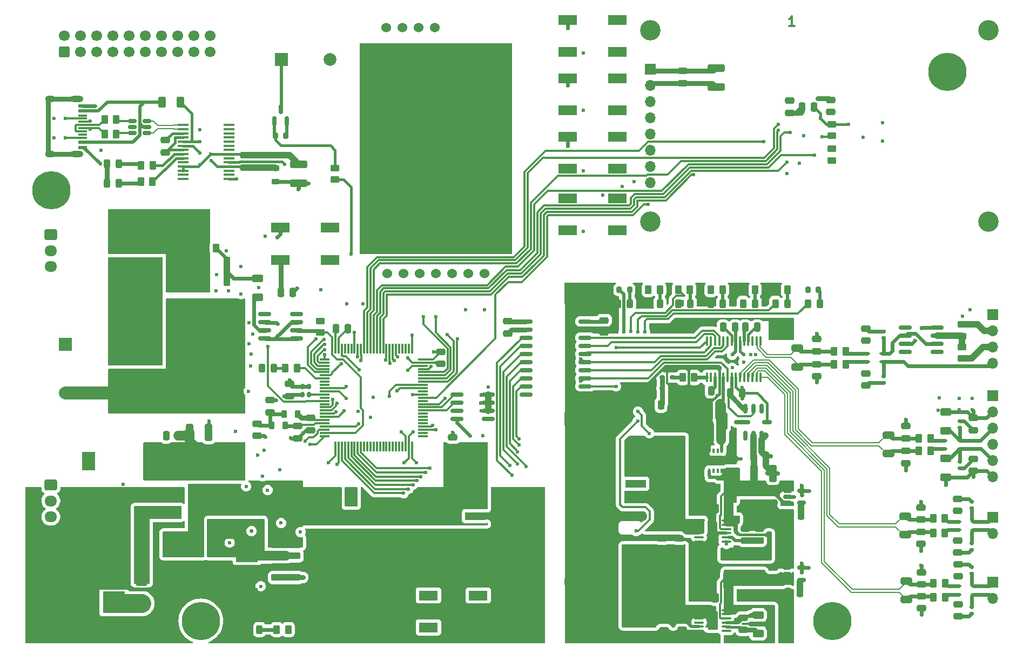
<source format=gtl>
G04 #@! TF.GenerationSoftware,KiCad,Pcbnew,8.0.4*
G04 #@! TF.CreationDate,2024-09-23T19:32:32+09:00*
G04 #@! TF.ProjectId,Solid Rocket Motor Test Station ver 2.0,536f6c69-6420-4526-9f63-6b6574204d6f,2.0*
G04 #@! TF.SameCoordinates,Original*
G04 #@! TF.FileFunction,Copper,L1,Top*
G04 #@! TF.FilePolarity,Positive*
%FSLAX46Y46*%
G04 Gerber Fmt 4.6, Leading zero omitted, Abs format (unit mm)*
G04 Created by KiCad (PCBNEW 8.0.4) date 2024-09-23 19:32:32*
%MOMM*%
%LPD*%
G01*
G04 APERTURE LIST*
G04 Aperture macros list*
%AMRoundRect*
0 Rectangle with rounded corners*
0 $1 Rounding radius*
0 $2 $3 $4 $5 $6 $7 $8 $9 X,Y pos of 4 corners*
0 Add a 4 corners polygon primitive as box body*
4,1,4,$2,$3,$4,$5,$6,$7,$8,$9,$2,$3,0*
0 Add four circle primitives for the rounded corners*
1,1,$1+$1,$2,$3*
1,1,$1+$1,$4,$5*
1,1,$1+$1,$6,$7*
1,1,$1+$1,$8,$9*
0 Add four rect primitives between the rounded corners*
20,1,$1+$1,$2,$3,$4,$5,0*
20,1,$1+$1,$4,$5,$6,$7,0*
20,1,$1+$1,$6,$7,$8,$9,0*
20,1,$1+$1,$8,$9,$2,$3,0*%
G04 Aperture macros list end*
%ADD10C,0.300000*%
G04 #@! TA.AperFunction,NonConductor*
%ADD11C,0.300000*%
G04 #@! TD*
G04 #@! TA.AperFunction,SMDPad,CuDef*
%ADD12RoundRect,0.250000X0.262500X0.450000X-0.262500X0.450000X-0.262500X-0.450000X0.262500X-0.450000X0*%
G04 #@! TD*
G04 #@! TA.AperFunction,SMDPad,CuDef*
%ADD13RoundRect,0.250000X-0.475000X0.250000X-0.475000X-0.250000X0.475000X-0.250000X0.475000X0.250000X0*%
G04 #@! TD*
G04 #@! TA.AperFunction,SMDPad,CuDef*
%ADD14RoundRect,0.250000X1.100000X-0.325000X1.100000X0.325000X-1.100000X0.325000X-1.100000X-0.325000X0*%
G04 #@! TD*
G04 #@! TA.AperFunction,SMDPad,CuDef*
%ADD15RoundRect,0.250000X0.475000X-0.250000X0.475000X0.250000X-0.475000X0.250000X-0.475000X-0.250000X0*%
G04 #@! TD*
G04 #@! TA.AperFunction,SMDPad,CuDef*
%ADD16RoundRect,0.250000X-0.450000X0.262500X-0.450000X-0.262500X0.450000X-0.262500X0.450000X0.262500X0*%
G04 #@! TD*
G04 #@! TA.AperFunction,ComponentPad*
%ADD17RoundRect,1.500000X-1.500000X1.500000X-1.500000X-1.500000X1.500000X-1.500000X1.500000X1.500000X0*%
G04 #@! TD*
G04 #@! TA.AperFunction,ComponentPad*
%ADD18C,6.000000*%
G04 #@! TD*
G04 #@! TA.AperFunction,SMDPad,CuDef*
%ADD19RoundRect,0.135000X0.185000X-0.135000X0.185000X0.135000X-0.185000X0.135000X-0.185000X-0.135000X0*%
G04 #@! TD*
G04 #@! TA.AperFunction,ComponentPad*
%ADD20R,2.000000X2.000000*%
G04 #@! TD*
G04 #@! TA.AperFunction,ComponentPad*
%ADD21C,2.000000*%
G04 #@! TD*
G04 #@! TA.AperFunction,ComponentPad*
%ADD22R,1.700000X1.700000*%
G04 #@! TD*
G04 #@! TA.AperFunction,ComponentPad*
%ADD23O,1.700000X1.700000*%
G04 #@! TD*
G04 #@! TA.AperFunction,SMDPad,CuDef*
%ADD24RoundRect,0.250000X-0.650000X0.325000X-0.650000X-0.325000X0.650000X-0.325000X0.650000X0.325000X0*%
G04 #@! TD*
G04 #@! TA.AperFunction,SMDPad,CuDef*
%ADD25RoundRect,0.243750X-0.243750X-0.456250X0.243750X-0.456250X0.243750X0.456250X-0.243750X0.456250X0*%
G04 #@! TD*
G04 #@! TA.AperFunction,SMDPad,CuDef*
%ADD26RoundRect,0.250000X-0.325000X-1.100000X0.325000X-1.100000X0.325000X1.100000X-0.325000X1.100000X0*%
G04 #@! TD*
G04 #@! TA.AperFunction,SMDPad,CuDef*
%ADD27RoundRect,0.250000X-0.262500X-0.450000X0.262500X-0.450000X0.262500X0.450000X-0.262500X0.450000X0*%
G04 #@! TD*
G04 #@! TA.AperFunction,SMDPad,CuDef*
%ADD28RoundRect,0.250000X0.250000X0.475000X-0.250000X0.475000X-0.250000X-0.475000X0.250000X-0.475000X0*%
G04 #@! TD*
G04 #@! TA.AperFunction,WasherPad*
%ADD29C,6.000000*%
G04 #@! TD*
G04 #@! TA.AperFunction,SMDPad,CuDef*
%ADD30RoundRect,0.100000X-0.625000X-0.100000X0.625000X-0.100000X0.625000X0.100000X-0.625000X0.100000X0*%
G04 #@! TD*
G04 #@! TA.AperFunction,HeatsinkPad*
%ADD31R,1.650000X2.850000*%
G04 #@! TD*
G04 #@! TA.AperFunction,SMDPad,CuDef*
%ADD32R,3.000000X1.524000*%
G04 #@! TD*
G04 #@! TA.AperFunction,SMDPad,CuDef*
%ADD33RoundRect,0.135000X-0.185000X0.135000X-0.185000X-0.135000X0.185000X-0.135000X0.185000X0.135000X0*%
G04 #@! TD*
G04 #@! TA.AperFunction,SMDPad,CuDef*
%ADD34RoundRect,0.150000X-0.512500X-0.150000X0.512500X-0.150000X0.512500X0.150000X-0.512500X0.150000X0*%
G04 #@! TD*
G04 #@! TA.AperFunction,SMDPad,CuDef*
%ADD35RoundRect,0.250000X0.625000X-0.312500X0.625000X0.312500X-0.625000X0.312500X-0.625000X-0.312500X0*%
G04 #@! TD*
G04 #@! TA.AperFunction,SMDPad,CuDef*
%ADD36RoundRect,0.250000X-0.250000X-0.475000X0.250000X-0.475000X0.250000X0.475000X-0.250000X0.475000X0*%
G04 #@! TD*
G04 #@! TA.AperFunction,SMDPad,CuDef*
%ADD37RoundRect,0.243750X0.243750X0.456250X-0.243750X0.456250X-0.243750X-0.456250X0.243750X-0.456250X0*%
G04 #@! TD*
G04 #@! TA.AperFunction,SMDPad,CuDef*
%ADD38RoundRect,0.150000X0.150000X-0.587500X0.150000X0.587500X-0.150000X0.587500X-0.150000X-0.587500X0*%
G04 #@! TD*
G04 #@! TA.AperFunction,SMDPad,CuDef*
%ADD39R,1.450000X0.600000*%
G04 #@! TD*
G04 #@! TA.AperFunction,SMDPad,CuDef*
%ADD40R,1.450000X0.300000*%
G04 #@! TD*
G04 #@! TA.AperFunction,ComponentPad*
%ADD41O,2.100000X1.000000*%
G04 #@! TD*
G04 #@! TA.AperFunction,ComponentPad*
%ADD42O,1.600000X1.000000*%
G04 #@! TD*
G04 #@! TA.AperFunction,SMDPad,CuDef*
%ADD43RoundRect,0.100000X0.300000X0.100000X-0.300000X0.100000X-0.300000X-0.100000X0.300000X-0.100000X0*%
G04 #@! TD*
G04 #@! TA.AperFunction,SMDPad,CuDef*
%ADD44R,3.000000X2.000000*%
G04 #@! TD*
G04 #@! TA.AperFunction,SMDPad,CuDef*
%ADD45R,3.200000X1.200000*%
G04 #@! TD*
G04 #@! TA.AperFunction,SMDPad,CuDef*
%ADD46RoundRect,0.250000X0.325000X1.100000X-0.325000X1.100000X-0.325000X-1.100000X0.325000X-1.100000X0*%
G04 #@! TD*
G04 #@! TA.AperFunction,SMDPad,CuDef*
%ADD47RoundRect,0.250000X0.450000X-0.262500X0.450000X0.262500X-0.450000X0.262500X-0.450000X-0.262500X0*%
G04 #@! TD*
G04 #@! TA.AperFunction,SMDPad,CuDef*
%ADD48RoundRect,0.200000X0.200000X0.275000X-0.200000X0.275000X-0.200000X-0.275000X0.200000X-0.275000X0*%
G04 #@! TD*
G04 #@! TA.AperFunction,SMDPad,CuDef*
%ADD49RoundRect,0.100000X-0.100000X0.637500X-0.100000X-0.637500X0.100000X-0.637500X0.100000X0.637500X0*%
G04 #@! TD*
G04 #@! TA.AperFunction,SMDPad,CuDef*
%ADD50RoundRect,0.218750X-0.381250X0.218750X-0.381250X-0.218750X0.381250X-0.218750X0.381250X0.218750X0*%
G04 #@! TD*
G04 #@! TA.AperFunction,SMDPad,CuDef*
%ADD51RoundRect,0.200000X-0.200000X-0.275000X0.200000X-0.275000X0.200000X0.275000X-0.200000X0.275000X0*%
G04 #@! TD*
G04 #@! TA.AperFunction,SMDPad,CuDef*
%ADD52RoundRect,0.150000X-0.875000X-0.150000X0.875000X-0.150000X0.875000X0.150000X-0.875000X0.150000X0*%
G04 #@! TD*
G04 #@! TA.AperFunction,SMDPad,CuDef*
%ADD53RoundRect,0.175000X-0.175000X0.225000X-0.175000X-0.225000X0.175000X-0.225000X0.175000X0.225000X0*%
G04 #@! TD*
G04 #@! TA.AperFunction,SMDPad,CuDef*
%ADD54R,2.000000X3.000000*%
G04 #@! TD*
G04 #@! TA.AperFunction,SMDPad,CuDef*
%ADD55RoundRect,0.175000X0.175000X0.575000X-0.175000X0.575000X-0.175000X-0.575000X0.175000X-0.575000X0*%
G04 #@! TD*
G04 #@! TA.AperFunction,SMDPad,CuDef*
%ADD56RoundRect,0.175000X0.575000X0.175000X-0.575000X0.175000X-0.575000X-0.175000X0.575000X-0.175000X0*%
G04 #@! TD*
G04 #@! TA.AperFunction,SMDPad,CuDef*
%ADD57RoundRect,0.175000X0.175000X-0.575000X0.175000X0.575000X-0.175000X0.575000X-0.175000X-0.575000X0*%
G04 #@! TD*
G04 #@! TA.AperFunction,SMDPad,CuDef*
%ADD58RoundRect,0.175000X1.075000X0.175000X-1.075000X0.175000X-1.075000X-0.175000X1.075000X-0.175000X0*%
G04 #@! TD*
G04 #@! TA.AperFunction,SMDPad,CuDef*
%ADD59RoundRect,0.150000X0.825000X0.150000X-0.825000X0.150000X-0.825000X-0.150000X0.825000X-0.150000X0*%
G04 #@! TD*
G04 #@! TA.AperFunction,SMDPad,CuDef*
%ADD60RoundRect,0.250000X-0.300000X2.050000X-0.300000X-2.050000X0.300000X-2.050000X0.300000X2.050000X0*%
G04 #@! TD*
G04 #@! TA.AperFunction,SMDPad,CuDef*
%ADD61RoundRect,0.250000X-2.375000X2.025000X-2.375000X-2.025000X2.375000X-2.025000X2.375000X2.025000X0*%
G04 #@! TD*
G04 #@! TA.AperFunction,SMDPad,CuDef*
%ADD62RoundRect,0.250002X-5.149998X4.449998X-5.149998X-4.449998X5.149998X-4.449998X5.149998X4.449998X0*%
G04 #@! TD*
G04 #@! TA.AperFunction,SMDPad,CuDef*
%ADD63R,0.350000X0.650000*%
G04 #@! TD*
G04 #@! TA.AperFunction,SMDPad,CuDef*
%ADD64R,2.400000X1.550000*%
G04 #@! TD*
G04 #@! TA.AperFunction,ComponentPad*
%ADD65C,1.524000*%
G04 #@! TD*
G04 #@! TA.AperFunction,SMDPad,CuDef*
%ADD66R,24.000000X33.000000*%
G04 #@! TD*
G04 #@! TA.AperFunction,SMDPad,CuDef*
%ADD67RoundRect,0.075000X-0.725000X-0.075000X0.725000X-0.075000X0.725000X0.075000X-0.725000X0.075000X0*%
G04 #@! TD*
G04 #@! TA.AperFunction,SMDPad,CuDef*
%ADD68RoundRect,0.075000X-0.075000X-0.725000X0.075000X-0.725000X0.075000X0.725000X-0.075000X0.725000X0*%
G04 #@! TD*
G04 #@! TA.AperFunction,SMDPad,CuDef*
%ADD69RoundRect,0.250000X-1.100000X0.325000X-1.100000X-0.325000X1.100000X-0.325000X1.100000X0.325000X0*%
G04 #@! TD*
G04 #@! TA.AperFunction,SMDPad,CuDef*
%ADD70RoundRect,0.250000X-0.650000X1.000000X-0.650000X-1.000000X0.650000X-1.000000X0.650000X1.000000X0*%
G04 #@! TD*
G04 #@! TA.AperFunction,SMDPad,CuDef*
%ADD71RoundRect,0.250000X0.650000X2.450000X-0.650000X2.450000X-0.650000X-2.450000X0.650000X-2.450000X0*%
G04 #@! TD*
G04 #@! TA.AperFunction,SMDPad,CuDef*
%ADD72RoundRect,0.218750X-0.218750X-0.381250X0.218750X-0.381250X0.218750X0.381250X-0.218750X0.381250X0*%
G04 #@! TD*
G04 #@! TA.AperFunction,SMDPad,CuDef*
%ADD73R,1.750000X0.450000*%
G04 #@! TD*
G04 #@! TA.AperFunction,ComponentPad*
%ADD74RoundRect,1.500000X1.500000X-1.500000X1.500000X1.500000X-1.500000X1.500000X-1.500000X-1.500000X0*%
G04 #@! TD*
G04 #@! TA.AperFunction,SMDPad,CuDef*
%ADD75RoundRect,0.250000X-0.312500X-0.625000X0.312500X-0.625000X0.312500X0.625000X-0.312500X0.625000X0*%
G04 #@! TD*
G04 #@! TA.AperFunction,ComponentPad*
%ADD76RoundRect,0.250000X-0.725000X0.600000X-0.725000X-0.600000X0.725000X-0.600000X0.725000X0.600000X0*%
G04 #@! TD*
G04 #@! TA.AperFunction,ComponentPad*
%ADD77O,1.950000X1.700000*%
G04 #@! TD*
G04 #@! TA.AperFunction,SMDPad,CuDef*
%ADD78R,5.400000X2.900000*%
G04 #@! TD*
G04 #@! TA.AperFunction,SMDPad,CuDef*
%ADD79R,3.500000X2.500000*%
G04 #@! TD*
G04 #@! TA.AperFunction,SMDPad,CuDef*
%ADD80RoundRect,0.250000X-2.050000X-0.300000X2.050000X-0.300000X2.050000X0.300000X-2.050000X0.300000X0*%
G04 #@! TD*
G04 #@! TA.AperFunction,SMDPad,CuDef*
%ADD81RoundRect,0.250000X-2.025000X-2.375000X2.025000X-2.375000X2.025000X2.375000X-2.025000X2.375000X0*%
G04 #@! TD*
G04 #@! TA.AperFunction,SMDPad,CuDef*
%ADD82RoundRect,0.250002X-4.449998X-5.149998X4.449998X-5.149998X4.449998X5.149998X-4.449998X5.149998X0*%
G04 #@! TD*
G04 #@! TA.AperFunction,SMDPad,CuDef*
%ADD83RoundRect,0.162500X0.262500X-0.162500X0.262500X0.162500X-0.262500X0.162500X-0.262500X-0.162500X0*%
G04 #@! TD*
G04 #@! TA.AperFunction,ComponentPad*
%ADD84R,1.800000X1.800000*%
G04 #@! TD*
G04 #@! TA.AperFunction,ComponentPad*
%ADD85C,1.800000*%
G04 #@! TD*
G04 #@! TA.AperFunction,SMDPad,CuDef*
%ADD86RoundRect,0.250000X-0.625000X0.312500X-0.625000X-0.312500X0.625000X-0.312500X0.625000X0.312500X0*%
G04 #@! TD*
G04 #@! TA.AperFunction,SMDPad,CuDef*
%ADD87RoundRect,0.218750X0.218750X0.381250X-0.218750X0.381250X-0.218750X-0.381250X0.218750X-0.381250X0*%
G04 #@! TD*
G04 #@! TA.AperFunction,ComponentPad*
%ADD88R,3.500000X3.500000*%
G04 #@! TD*
G04 #@! TA.AperFunction,ComponentPad*
%ADD89RoundRect,0.750000X-0.750000X-1.000000X0.750000X-1.000000X0.750000X1.000000X-0.750000X1.000000X0*%
G04 #@! TD*
G04 #@! TA.AperFunction,ComponentPad*
%ADD90RoundRect,0.875000X-0.875000X-0.875000X0.875000X-0.875000X0.875000X0.875000X-0.875000X0.875000X0*%
G04 #@! TD*
G04 #@! TA.AperFunction,ComponentPad*
%ADD91RoundRect,0.250000X0.600000X-0.600000X0.600000X0.600000X-0.600000X0.600000X-0.600000X-0.600000X0*%
G04 #@! TD*
G04 #@! TA.AperFunction,ComponentPad*
%ADD92C,1.700000*%
G04 #@! TD*
G04 #@! TA.AperFunction,ViaPad*
%ADD93C,0.600000*%
G04 #@! TD*
G04 #@! TA.AperFunction,ViaPad*
%ADD94C,3.200000*%
G04 #@! TD*
G04 #@! TA.AperFunction,Conductor*
%ADD95C,0.600000*%
G04 #@! TD*
G04 #@! TA.AperFunction,Conductor*
%ADD96C,1.000000*%
G04 #@! TD*
G04 #@! TA.AperFunction,Conductor*
%ADD97C,0.400000*%
G04 #@! TD*
G04 #@! TA.AperFunction,Conductor*
%ADD98C,0.300000*%
G04 #@! TD*
G04 #@! TA.AperFunction,Conductor*
%ADD99C,0.500000*%
G04 #@! TD*
G04 #@! TA.AperFunction,Conductor*
%ADD100C,0.800000*%
G04 #@! TD*
G04 #@! TA.AperFunction,Conductor*
%ADD101C,1.500000*%
G04 #@! TD*
G04 #@! TA.AperFunction,Conductor*
%ADD102C,0.200000*%
G04 #@! TD*
G04 #@! TA.AperFunction,Conductor*
%ADD103C,2.000000*%
G04 #@! TD*
G04 #@! TA.AperFunction,Conductor*
%ADD104C,3.000000*%
G04 #@! TD*
G04 APERTURE END LIST*
D10*
D11*
X205508025Y-58256828D02*
X204650882Y-58256828D01*
X205079453Y-58256828D02*
X205079453Y-56756828D01*
X205079453Y-56756828D02*
X204936596Y-56971114D01*
X204936596Y-56971114D02*
X204793739Y-57113971D01*
X204793739Y-57113971D02*
X204650882Y-57185400D01*
D12*
X114822800Y-93076000D03*
X112997800Y-93076000D03*
D13*
X216689800Y-112671000D03*
X216689800Y-114571000D03*
X184740200Y-136618000D03*
X184740200Y-138518000D03*
D14*
X127823000Y-82892000D03*
X127823000Y-79942000D03*
D15*
X202121600Y-145008000D03*
X202121600Y-143108000D03*
D16*
X131145400Y-104446200D03*
X131145400Y-106271200D03*
D17*
X102197800Y-90251000D03*
D18*
X102197800Y-97451000D03*
D19*
X231391800Y-127488500D03*
X231391800Y-126468500D03*
D20*
X91197800Y-108106000D03*
D21*
X91197800Y-115706000D03*
D22*
X236591800Y-145376000D03*
D23*
X236591800Y-147916000D03*
D24*
X205942200Y-108696200D03*
X205942200Y-111646200D03*
D25*
X177810800Y-101735000D03*
X179685800Y-101735000D03*
D15*
X222941800Y-122836000D03*
X222941800Y-120936000D03*
D13*
X187938200Y-150962600D03*
X187938200Y-152862600D03*
D15*
X160562600Y-106422800D03*
X160562600Y-104522800D03*
D26*
X110722800Y-121956000D03*
X113672800Y-121956000D03*
D13*
X150027800Y-109296000D03*
X150027800Y-111196000D03*
D27*
X182583300Y-99576000D03*
X184408300Y-99576000D03*
D28*
X126897800Y-99956000D03*
X124997800Y-99956000D03*
D13*
X204725600Y-69956200D03*
X204725600Y-71856200D03*
D29*
X112447800Y-151456000D03*
D13*
X187446000Y-136626000D03*
X187446000Y-138526000D03*
D30*
X190546000Y-135751000D03*
X190546000Y-136401000D03*
X190546000Y-137051000D03*
X190546000Y-137701000D03*
X190546000Y-138351000D03*
X190546000Y-139001000D03*
X194846000Y-139001000D03*
X194846000Y-138351000D03*
X194846000Y-137701000D03*
X194846000Y-137051000D03*
X194846000Y-136401000D03*
X194846000Y-135751000D03*
D31*
X192696000Y-137376000D03*
D13*
X233561800Y-119676000D03*
X233561800Y-121576000D03*
X231091800Y-138841000D03*
X231091800Y-140741000D03*
D32*
X124917000Y-94877000D03*
X132717000Y-94877000D03*
X124917000Y-89877000D03*
X132717000Y-89877000D03*
D33*
X219483800Y-106102500D03*
X219483800Y-107122500D03*
D13*
X231166800Y-148826000D03*
X231166800Y-150726000D03*
D34*
X101742700Y-73128200D03*
X101742700Y-74078200D03*
X101742700Y-75028200D03*
X104017700Y-75028200D03*
X104017700Y-74078200D03*
X104017700Y-73128200D03*
D15*
X121893000Y-80397800D03*
X121893000Y-78497800D03*
X197825600Y-138868000D03*
X197825600Y-136968000D03*
D35*
X121337800Y-100723000D03*
X121337800Y-97798000D03*
D15*
X175657800Y-106256000D03*
X175657800Y-104356000D03*
D32*
X169951800Y-90258500D03*
X177751800Y-90258500D03*
X169951800Y-85258500D03*
X177751800Y-85258500D03*
D36*
X192141800Y-123119700D03*
X194041800Y-123119700D03*
D37*
X99585000Y-82914000D03*
X97710000Y-82914000D03*
D38*
X124017800Y-73176000D03*
X125917800Y-73176000D03*
X124967800Y-71301000D03*
D13*
X106918800Y-76140600D03*
X106918800Y-78040600D03*
D36*
X184572600Y-117639200D03*
X186472600Y-117639200D03*
D35*
X229241800Y-121637800D03*
X229241800Y-118712800D03*
D28*
X108927000Y-122456000D03*
X107027000Y-122456000D03*
D13*
X127617800Y-120932000D03*
X127617800Y-122832000D03*
D39*
X93926000Y-70772000D03*
X93926000Y-71572000D03*
D40*
X93926000Y-72772000D03*
X93926000Y-73772000D03*
X93926000Y-74272000D03*
X93926000Y-75272000D03*
D39*
X93926000Y-76472000D03*
X93926000Y-77272000D03*
X93926000Y-77272000D03*
X93926000Y-76472000D03*
D40*
X93926000Y-75772000D03*
X93926000Y-74772000D03*
X93926000Y-73272000D03*
X93926000Y-72272000D03*
D39*
X93926000Y-71572000D03*
X93926000Y-70772000D03*
D41*
X93011000Y-69702000D03*
D42*
X88831000Y-69702000D03*
D41*
X93011000Y-78342000D03*
D42*
X88831000Y-78342000D03*
D28*
X197312600Y-115772800D03*
X195412600Y-115772800D03*
D36*
X193122200Y-133895200D03*
X195022200Y-133895200D03*
D15*
X231091800Y-134216000D03*
X231091800Y-132316000D03*
D43*
X219243800Y-110827000D03*
X219243800Y-109527000D03*
X216943800Y-109527000D03*
X216943800Y-110827000D03*
D44*
X148057800Y-132546000D03*
X148057800Y-142546000D03*
D27*
X97395700Y-72909800D03*
X99220700Y-72909800D03*
D45*
X155462600Y-124852800D03*
X155462600Y-135012800D03*
X155462600Y-140092800D03*
X180662600Y-140092800D03*
X180662600Y-135012800D03*
X180662600Y-129932800D03*
X180662600Y-124852800D03*
D22*
X236591800Y-135216000D03*
D23*
X236591800Y-137756000D03*
D27*
X227254300Y-137691000D03*
X229079300Y-137691000D03*
D35*
X199812600Y-153453200D03*
X199812600Y-150528200D03*
D12*
X104894000Y-82660000D03*
X103069000Y-82660000D03*
X126187800Y-152810200D03*
X124362800Y-152810200D03*
D28*
X206409200Y-147019600D03*
X204509200Y-147019600D03*
D25*
X119772800Y-152806000D03*
X121647800Y-152806000D03*
D29*
X229447800Y-65456000D03*
D13*
X202118500Y-131045200D03*
X202118500Y-132945200D03*
D46*
X194431400Y-120179200D03*
X191481400Y-120179200D03*
D16*
X200000600Y-137005500D03*
X200000600Y-138830500D03*
D27*
X227316800Y-145541000D03*
X229141800Y-145541000D03*
D47*
X211329600Y-79320000D03*
X211329600Y-77495000D03*
D24*
X222916800Y-135007800D03*
X222916800Y-137957800D03*
D28*
X208606800Y-70941800D03*
X206706800Y-70941800D03*
D48*
X125787800Y-75436000D03*
X124137800Y-75436000D03*
D27*
X225016800Y-122836000D03*
X226841800Y-122836000D03*
D33*
X231431800Y-120108500D03*
X231431800Y-121128500D03*
D49*
X200216600Y-107596200D03*
X199566600Y-107596200D03*
X198916600Y-107596200D03*
X198266600Y-107596200D03*
X197616600Y-107596200D03*
X196966600Y-107596200D03*
X196316600Y-107596200D03*
X195666600Y-107596200D03*
X195016600Y-107596200D03*
X194366600Y-107596200D03*
X193716600Y-107596200D03*
X193066600Y-107596200D03*
X192416600Y-107596200D03*
X191766600Y-107596200D03*
X191766600Y-113321200D03*
X192416600Y-113321200D03*
X193066600Y-113321200D03*
X193716600Y-113321200D03*
X194366600Y-113321200D03*
X195016600Y-113321200D03*
X195666600Y-113321200D03*
X196316600Y-113321200D03*
X196966600Y-113321200D03*
X197616600Y-113321200D03*
X198266600Y-113321200D03*
X198916600Y-113321200D03*
X199566600Y-113321200D03*
X200216600Y-113321200D03*
D43*
X233566800Y-137166000D03*
X233566800Y-135866000D03*
X231266800Y-135866000D03*
X231266800Y-137166000D03*
D15*
X119353000Y-80397800D03*
X119353000Y-78497800D03*
D25*
X192385800Y-101735000D03*
X194260800Y-101735000D03*
D50*
X124179000Y-80483300D03*
X124179000Y-82608300D03*
D51*
X178035800Y-99576000D03*
X179685800Y-99576000D03*
D25*
X197465800Y-101735000D03*
X199340800Y-101735000D03*
D52*
X163412600Y-104532800D03*
X163412600Y-105802800D03*
X163412600Y-107072800D03*
X163412600Y-108342800D03*
X163412600Y-109612800D03*
X163412600Y-110882800D03*
X163412600Y-112152800D03*
X163412600Y-113422800D03*
X163412600Y-114692800D03*
X163412600Y-115962800D03*
X172712600Y-115962800D03*
X172712600Y-114692800D03*
X172712600Y-113422800D03*
X172712600Y-112152800D03*
X172712600Y-110882800D03*
X172712600Y-109612800D03*
X172712600Y-108342800D03*
X172712600Y-107072800D03*
X172712600Y-105802800D03*
X172712600Y-104532800D03*
D27*
X192410800Y-99576000D03*
X194235800Y-99576000D03*
D15*
X233581800Y-127946000D03*
X233581800Y-126046000D03*
D27*
X187305800Y-99576000D03*
X189130800Y-99576000D03*
D19*
X219483800Y-114131000D03*
X219483800Y-113111000D03*
D36*
X133642600Y-105661600D03*
X135542600Y-105661600D03*
D15*
X225381800Y-145741000D03*
X225381800Y-143841000D03*
D27*
X197490800Y-99576000D03*
X199315800Y-99576000D03*
D53*
X128395800Y-114704000D03*
X128395800Y-116004000D03*
X129395800Y-116004000D03*
X129395800Y-114704000D03*
D54*
X104853800Y-126384000D03*
X94853800Y-126384000D03*
D55*
X197812600Y-122472800D03*
X199082600Y-122472800D03*
X200352600Y-122472800D03*
D56*
X201232600Y-120322800D03*
D57*
X200352600Y-118172800D03*
X199082600Y-118172800D03*
X197812600Y-118172800D03*
D58*
X197332600Y-120322800D03*
D59*
X127445000Y-107232600D03*
X127445000Y-105962600D03*
X127445000Y-104692600D03*
X127445000Y-103422600D03*
X122495000Y-103422600D03*
X122495000Y-104692600D03*
X122495000Y-105962600D03*
X122495000Y-107232600D03*
D60*
X116512800Y-96731000D03*
D61*
X116747800Y-103456000D03*
X111197800Y-103456000D03*
D62*
X113972800Y-105881000D03*
D61*
X116747800Y-108306000D03*
X111197800Y-108306000D03*
D60*
X111432800Y-96731000D03*
D51*
X207625800Y-99576000D03*
X209275800Y-99576000D03*
D15*
X208996300Y-109187000D03*
X208996300Y-107287000D03*
D25*
X182558300Y-101735000D03*
X184433300Y-101735000D03*
D26*
X187227800Y-124876000D03*
X190177800Y-124876000D03*
D15*
X211177200Y-71754600D03*
X211177200Y-69854600D03*
D27*
X202570800Y-99576000D03*
X204395800Y-99576000D03*
D36*
X193137400Y-147865200D03*
X195037400Y-147865200D03*
D15*
X225381800Y-149461000D03*
X225381800Y-147561000D03*
D43*
X231401800Y-124466000D03*
X231401800Y-123166000D03*
X229101800Y-123166000D03*
X229101800Y-124466000D03*
D15*
X197475800Y-152864000D03*
X197475800Y-150964000D03*
D63*
X194123200Y-124802000D03*
X193473200Y-124802000D03*
X192823200Y-124802000D03*
X192173200Y-124802000D03*
X192173200Y-127902000D03*
X192823200Y-127902000D03*
X193473200Y-127902000D03*
X194123200Y-127902000D03*
D64*
X193148200Y-126352000D03*
D59*
X227865800Y-109303000D03*
X227865800Y-108033000D03*
X227865800Y-106763000D03*
X227865800Y-105493000D03*
X222915800Y-105493000D03*
X222915800Y-106763000D03*
X222915800Y-108033000D03*
X222915800Y-109303000D03*
D19*
X233266800Y-150263500D03*
X233266800Y-149243500D03*
D65*
X141656600Y-96992400D03*
X144196600Y-96992400D03*
X146736600Y-96992400D03*
X149276600Y-96992400D03*
X151816600Y-96992400D03*
X154356600Y-96992400D03*
X156896600Y-96992400D03*
X149106600Y-58492400D03*
X146566600Y-58492400D03*
X144026600Y-58492400D03*
X141486600Y-58492400D03*
D66*
X149286600Y-77492400D03*
D20*
X125107800Y-63496000D03*
D21*
X132707800Y-63496000D03*
D27*
X211709800Y-111221000D03*
X213534800Y-111221000D03*
D26*
X199172600Y-128322800D03*
X202122600Y-128322800D03*
D29*
X211447800Y-151456000D03*
D67*
X131880800Y-110482000D03*
X131880800Y-110982000D03*
X131880800Y-111482000D03*
X131880800Y-111982000D03*
X131880800Y-112482000D03*
X131880800Y-112982000D03*
X131880800Y-113482000D03*
X131880800Y-113982000D03*
X131880800Y-114482000D03*
X131880800Y-114982000D03*
X131880800Y-115482000D03*
X131880800Y-115982000D03*
X131880800Y-116482000D03*
X131880800Y-116982000D03*
X131880800Y-117482000D03*
X131880800Y-117982000D03*
X131880800Y-118482000D03*
X131880800Y-118982000D03*
X131880800Y-119482000D03*
X131880800Y-119982000D03*
X131880800Y-120482000D03*
X131880800Y-120982000D03*
X131880800Y-121482000D03*
X131880800Y-121982000D03*
X131880800Y-122482000D03*
D68*
X133555800Y-124157000D03*
X134055800Y-124157000D03*
X134555800Y-124157000D03*
X135055800Y-124157000D03*
X135555800Y-124157000D03*
X136055800Y-124157000D03*
X136555800Y-124157000D03*
X137055800Y-124157000D03*
X137555800Y-124157000D03*
X138055800Y-124157000D03*
X138555800Y-124157000D03*
X139055800Y-124157000D03*
X139555800Y-124157000D03*
X140055800Y-124157000D03*
X140555800Y-124157000D03*
X141055800Y-124157000D03*
X141555800Y-124157000D03*
X142055800Y-124157000D03*
X142555800Y-124157000D03*
X143055800Y-124157000D03*
X143555800Y-124157000D03*
X144055800Y-124157000D03*
X144555800Y-124157000D03*
X145055800Y-124157000D03*
X145555800Y-124157000D03*
D67*
X147230800Y-122482000D03*
X147230800Y-121982000D03*
X147230800Y-121482000D03*
X147230800Y-120982000D03*
X147230800Y-120482000D03*
X147230800Y-119982000D03*
X147230800Y-119482000D03*
X147230800Y-118982000D03*
X147230800Y-118482000D03*
X147230800Y-117982000D03*
X147230800Y-117482000D03*
X147230800Y-116982000D03*
X147230800Y-116482000D03*
X147230800Y-115982000D03*
X147230800Y-115482000D03*
X147230800Y-114982000D03*
X147230800Y-114482000D03*
X147230800Y-113982000D03*
X147230800Y-113482000D03*
X147230800Y-112982000D03*
X147230800Y-112482000D03*
X147230800Y-111982000D03*
X147230800Y-111482000D03*
X147230800Y-110982000D03*
X147230800Y-110482000D03*
D68*
X145555800Y-108807000D03*
X145055800Y-108807000D03*
X144555800Y-108807000D03*
X144055800Y-108807000D03*
X143555800Y-108807000D03*
X143055800Y-108807000D03*
X142555800Y-108807000D03*
X142055800Y-108807000D03*
X141555800Y-108807000D03*
X141055800Y-108807000D03*
X140555800Y-108807000D03*
X140055800Y-108807000D03*
X139555800Y-108807000D03*
X139055800Y-108807000D03*
X138555800Y-108807000D03*
X138055800Y-108807000D03*
X137555800Y-108807000D03*
X137055800Y-108807000D03*
X136555800Y-108807000D03*
X136055800Y-108807000D03*
X135555800Y-108807000D03*
X135055800Y-108807000D03*
X134555800Y-108807000D03*
X134055800Y-108807000D03*
X133555800Y-108807000D03*
D69*
X193244800Y-64855000D03*
X193244800Y-67805000D03*
D12*
X127527800Y-111826000D03*
X125702800Y-111826000D03*
D16*
X231740800Y-105027000D03*
X231740800Y-106852000D03*
D13*
X195947800Y-126056000D03*
X195947800Y-127956000D03*
D12*
X104919000Y-80120000D03*
X103094000Y-80120000D03*
D29*
X89047800Y-83956000D03*
D28*
X199680600Y-105447200D03*
X197780600Y-105447200D03*
D36*
X190567000Y-115404000D03*
X192467000Y-115404000D03*
D27*
X211709800Y-109189000D03*
X213534800Y-109189000D03*
D32*
X169951800Y-80606500D03*
X177751800Y-80606500D03*
X169951800Y-75606500D03*
X177751800Y-75606500D03*
D70*
X103197800Y-144706000D03*
X103197800Y-148706000D03*
D47*
X133447800Y-82341000D03*
X133447800Y-80516000D03*
D26*
X192000400Y-145039400D03*
X194950400Y-145039400D03*
D71*
X170612600Y-150522800D03*
X165512600Y-150522800D03*
D15*
X225316800Y-139391000D03*
X225316800Y-137491000D03*
D32*
X169951800Y-71462500D03*
X177751800Y-71462500D03*
X169951800Y-66462500D03*
X177751800Y-66462500D03*
D46*
X195446000Y-131026000D03*
X192496000Y-131026000D03*
X190187800Y-142086000D03*
X187237800Y-142086000D03*
D24*
X223081800Y-145172800D03*
X223081800Y-148122800D03*
D16*
X231740800Y-108536000D03*
X231740800Y-110361000D03*
D15*
X231166800Y-144476000D03*
X231166800Y-142576000D03*
D59*
X157557800Y-119846000D03*
X157557800Y-118576000D03*
X157557800Y-117306000D03*
X157557800Y-116036000D03*
X152607800Y-116036000D03*
X152607800Y-117306000D03*
X152607800Y-118576000D03*
X152607800Y-119846000D03*
D12*
X189803100Y-113321200D03*
X187978100Y-113321200D03*
D72*
X125492800Y-119022000D03*
X127617800Y-119022000D03*
D73*
X116857000Y-82214800D03*
X116857000Y-81564800D03*
X116857000Y-80914800D03*
X116857000Y-80264800D03*
X116857000Y-79614800D03*
X116857000Y-78964800D03*
X116857000Y-78314800D03*
X116857000Y-77664800D03*
X116857000Y-77014800D03*
X116857000Y-76364800D03*
X116857000Y-75714800D03*
X116857000Y-75064800D03*
X116857000Y-74414800D03*
X116857000Y-73764800D03*
X109657000Y-73764800D03*
X109657000Y-74414800D03*
X109657000Y-75064800D03*
X109657000Y-75714800D03*
X109657000Y-76364800D03*
X109657000Y-77014800D03*
X109657000Y-77664800D03*
X109657000Y-78314800D03*
X109657000Y-78964800D03*
X109657000Y-79614800D03*
X109657000Y-80264800D03*
X109657000Y-80914800D03*
X109657000Y-81564800D03*
X109657000Y-82214800D03*
D13*
X121267800Y-120546000D03*
X121267800Y-122446000D03*
D15*
X222941800Y-126736000D03*
X222941800Y-124836000D03*
X216689800Y-107562500D03*
X216689800Y-105662500D03*
D25*
X187305800Y-101735000D03*
X189180800Y-101735000D03*
D30*
X190547000Y-149744200D03*
X190547000Y-150394200D03*
X190547000Y-151044200D03*
X190547000Y-151694200D03*
X190547000Y-152344200D03*
X190547000Y-152994200D03*
X194847000Y-152994200D03*
X194847000Y-152344200D03*
X194847000Y-151694200D03*
X194847000Y-151044200D03*
X194847000Y-150394200D03*
X194847000Y-149744200D03*
D31*
X192697000Y-151369200D03*
D33*
X233266800Y-132743500D03*
X233266800Y-133763500D03*
D15*
X225316800Y-135566000D03*
X225316800Y-133666000D03*
D74*
X102197800Y-115656000D03*
D18*
X102197800Y-108456000D03*
D27*
X225016800Y-124836000D03*
X226841800Y-124836000D03*
D28*
X189647800Y-146666000D03*
X187747800Y-146666000D03*
D22*
X236591800Y-103466000D03*
D23*
X236591800Y-106006000D03*
X236591800Y-108546000D03*
X236591800Y-111086000D03*
D75*
X106354000Y-70214000D03*
X109279000Y-70214000D03*
D76*
X88947800Y-90956000D03*
D77*
X88947800Y-93456000D03*
X88947800Y-95956000D03*
D13*
X123299800Y-116868000D03*
X123299800Y-118768000D03*
D25*
X202545800Y-101735000D03*
X204420800Y-101735000D03*
D27*
X227254300Y-135366000D03*
X229079300Y-135366000D03*
D15*
X129649800Y-121562000D03*
X129649800Y-119662000D03*
D28*
X193837800Y-117446000D03*
X191937800Y-117446000D03*
D33*
X233266800Y-143038500D03*
X233266800Y-144058500D03*
D78*
X116447800Y-137206000D03*
X116447800Y-127306000D03*
D37*
X99585000Y-79874000D03*
X97710000Y-79874000D03*
D22*
X236591800Y-116166000D03*
D23*
X236591800Y-118706000D03*
X236591800Y-121246000D03*
X236591800Y-123786000D03*
X236591800Y-126326000D03*
X236591800Y-128866000D03*
D27*
X97395700Y-75195800D03*
X99220700Y-75195800D03*
X227319300Y-147781000D03*
X229144300Y-147781000D03*
D79*
X119697800Y-140956000D03*
X119697800Y-147560000D03*
D36*
X187757800Y-128486000D03*
X189657800Y-128486000D03*
D80*
X125797800Y-139556000D03*
X125797800Y-141256000D03*
X125797800Y-142956000D03*
D81*
X132522800Y-140181000D03*
X132522800Y-145731000D03*
D82*
X134947800Y-142956000D03*
D81*
X137372800Y-140181000D03*
X137372800Y-145731000D03*
D80*
X125797800Y-144656000D03*
X125797800Y-146356000D03*
D32*
X169951800Y-62358500D03*
X177751800Y-62358500D03*
X169951800Y-57358500D03*
X177751800Y-57358500D03*
D83*
X184800600Y-114971200D03*
X186350600Y-114971200D03*
X186350600Y-113321200D03*
X184800600Y-113321200D03*
D25*
X122014800Y-111826000D03*
X123889800Y-111826000D03*
D76*
X88947800Y-130136000D03*
D77*
X88947800Y-132636000D03*
X88947800Y-135136000D03*
X88947800Y-137636000D03*
D13*
X126347800Y-114328000D03*
X126347800Y-116228000D03*
D32*
X155947800Y-147456000D03*
X148147800Y-147456000D03*
X155947800Y-152456000D03*
X148147800Y-152456000D03*
D43*
X233566800Y-147301000D03*
X233566800Y-146001000D03*
X231266800Y-146001000D03*
X231266800Y-147301000D03*
D28*
X206507700Y-134875600D03*
X204607700Y-134875600D03*
D15*
X185042600Y-152883000D03*
X185042600Y-150983000D03*
D84*
X108472798Y-139591000D03*
D85*
X108472798Y-134511000D03*
D19*
X233266800Y-140288500D03*
X233266800Y-139268500D03*
D86*
X229221800Y-126007800D03*
X229221800Y-128932800D03*
D22*
X182957800Y-65011000D03*
D23*
X182957800Y-67551000D03*
X182957800Y-70091000D03*
X182957800Y-72631000D03*
X182957800Y-75171000D03*
X182957800Y-77711000D03*
X182957800Y-80251000D03*
X182957800Y-82791000D03*
D87*
X125678800Y-120800000D03*
X123553800Y-120800000D03*
D88*
X98827800Y-148498500D03*
D89*
X92827800Y-148498500D03*
D90*
X95827800Y-153198500D03*
D28*
X196222600Y-105447200D03*
X194322600Y-105447200D03*
D15*
X209006300Y-113117000D03*
X209006300Y-111217000D03*
D34*
X204333800Y-143120400D03*
X204333800Y-144070400D03*
X204333800Y-145020400D03*
X206608800Y-145020400D03*
X206608800Y-143120400D03*
D47*
X211329600Y-75459200D03*
X211329600Y-73634200D03*
D15*
X151947800Y-124606000D03*
X151947800Y-122706000D03*
D24*
X220291800Y-122317800D03*
X220291800Y-125267800D03*
D36*
X199102600Y-125612800D03*
X201002600Y-125612800D03*
D13*
X187961600Y-65291800D03*
X187961600Y-67191800D03*
D91*
X91077800Y-62356000D03*
D92*
X91077800Y-59816000D03*
X93617800Y-62356000D03*
X93617800Y-59816000D03*
X96157800Y-62356000D03*
X96157800Y-59816000D03*
X98697800Y-62356000D03*
X98697800Y-59816000D03*
X101237800Y-62356000D03*
X101237800Y-59816000D03*
X103777800Y-62356000D03*
X103777800Y-59816000D03*
X106317800Y-62356000D03*
X106317800Y-59816000D03*
X108857800Y-62356000D03*
X108857800Y-59816000D03*
X111397800Y-62356000D03*
X111397800Y-59816000D03*
X113937800Y-62356000D03*
X113937800Y-59816000D03*
D54*
X126041800Y-132028000D03*
X136041800Y-132028000D03*
D34*
X204384600Y-131030000D03*
X204384600Y-131980000D03*
X204384600Y-132930000D03*
X206659600Y-132930000D03*
X206659600Y-131030000D03*
D25*
X207625800Y-101735000D03*
X209500800Y-101735000D03*
D93*
X131243800Y-99576000D03*
X233351800Y-116594000D03*
X231319800Y-116594000D03*
X233605800Y-119642000D03*
X231319800Y-118372000D03*
D94*
X182957800Y-58901000D03*
X235957800Y-58901000D03*
X182957800Y-88901000D03*
X235957800Y-88901000D03*
D93*
X89425000Y-72752000D03*
X95127800Y-126716000D03*
X131947800Y-142456000D03*
X95127800Y-126216000D03*
X119304500Y-78449300D03*
X156922800Y-102696000D03*
X131947800Y-145956000D03*
X116777800Y-99716000D03*
X137447800Y-146456000D03*
X124227800Y-116846000D03*
X137447800Y-140456000D03*
X95127800Y-125716000D03*
X165062600Y-149522800D03*
X131947800Y-139456000D03*
X163412600Y-105802800D03*
X131947800Y-145456000D03*
X136947800Y-143956000D03*
X94627800Y-126716000D03*
X156257800Y-135046000D03*
X100302800Y-130056000D03*
X165062600Y-150022800D03*
X135797800Y-132286000D03*
X169947800Y-77056000D03*
X136947800Y-140456000D03*
X137447800Y-139456000D03*
X135797800Y-131286000D03*
X135797800Y-132786000D03*
X165562600Y-150522800D03*
X120547800Y-147456000D03*
X125797800Y-142956000D03*
X169947800Y-67556000D03*
X136947800Y-142456000D03*
X155757800Y-135046000D03*
X160562600Y-106422800D03*
X206947800Y-75456000D03*
X165562600Y-149022800D03*
X132447800Y-140456000D03*
X154757800Y-135046000D03*
X122562800Y-122586000D03*
X165062600Y-151522800D03*
X165562600Y-151022800D03*
X165062600Y-150522800D03*
X113717800Y-120150000D03*
X113717800Y-121928000D03*
X193244800Y-67805000D03*
X136947800Y-142956000D03*
X132447800Y-145956000D03*
X130447800Y-137456000D03*
X147947800Y-142456000D03*
X116967800Y-139186000D03*
X131947800Y-143456000D03*
X94627800Y-125716000D03*
X137447800Y-146956000D03*
X148447800Y-142456000D03*
X155257800Y-135046000D03*
X157697800Y-140206000D03*
X126378800Y-78497800D03*
X156397800Y-116076000D03*
X118723000Y-143139600D03*
X107113800Y-122436000D03*
X121547800Y-99256000D03*
X132447800Y-142456000D03*
X131947800Y-146956000D03*
X156247800Y-140116000D03*
X131947800Y-139956000D03*
X132447800Y-146956000D03*
X135305800Y-101807000D03*
X121047800Y-147956000D03*
X119772800Y-152806000D03*
X165562600Y-150022800D03*
X165562600Y-151522800D03*
X132447800Y-140956000D03*
X156327800Y-117356000D03*
X96791000Y-77741000D03*
X147447800Y-142956000D03*
X163412600Y-115962800D03*
X144349600Y-126679000D03*
X132447800Y-139456000D03*
X148947800Y-142456000D03*
X121877800Y-78497800D03*
X132447800Y-143956000D03*
X169947800Y-58556000D03*
X132447800Y-126706000D03*
X136947800Y-139956000D03*
X136947800Y-139456000D03*
X137447800Y-143956000D03*
X137087800Y-118596000D03*
X136947800Y-145456000D03*
X139447800Y-116456000D03*
X136297800Y-132786000D03*
X187987800Y-67191800D03*
X125507800Y-116276000D03*
X136297800Y-132286000D03*
X116863000Y-147499600D03*
X112285000Y-80023800D03*
X206298600Y-79800800D03*
X155247800Y-140116000D03*
X135542600Y-105661600D03*
X120547800Y-148456000D03*
X157947800Y-134956000D03*
X95127800Y-127216000D03*
X136947800Y-146456000D03*
X131947800Y-146456000D03*
X92447800Y-133956000D03*
X144889800Y-110264000D03*
X126547800Y-122806000D03*
X165062600Y-149022800D03*
X124537000Y-106802800D03*
X148947800Y-142956000D03*
X148447800Y-142956000D03*
X147447800Y-142456000D03*
X100281200Y-135136000D03*
X137447800Y-145956000D03*
X145773800Y-121816000D03*
X132447800Y-143456000D03*
X127823000Y-79942000D03*
X112285000Y-74539300D03*
X135237800Y-114704000D03*
X106918800Y-78040600D03*
X137447800Y-140956000D03*
X116447800Y-93456000D03*
X94627800Y-127216000D03*
X132447800Y-145456000D03*
X136297800Y-131286000D03*
X154257800Y-135046000D03*
X136947800Y-145956000D03*
X154247800Y-140116000D03*
X122353800Y-124722000D03*
X127535400Y-99322000D03*
X136947800Y-143456000D03*
X92447800Y-131456000D03*
X132447800Y-142956000D03*
X165062600Y-151022800D03*
X131947800Y-140456000D03*
X122099800Y-128786000D03*
X155747800Y-140116000D03*
X132447800Y-146456000D03*
X216308000Y-75666200D03*
X100302800Y-132596000D03*
X136947800Y-140956000D03*
X165562600Y-152022800D03*
X89425000Y-75800000D03*
X135797800Y-131786000D03*
X131145400Y-104446200D03*
X137447800Y-143456000D03*
X169951800Y-85258500D03*
X165062600Y-152022800D03*
X209131054Y-69616800D03*
X131947800Y-140956000D03*
X113994000Y-78314800D03*
X94627800Y-126216000D03*
X121047800Y-147456000D03*
X206743600Y-71625800D03*
X120547800Y-147956000D03*
X121697000Y-143205200D03*
X131947800Y-143956000D03*
X101742700Y-74078200D03*
X147947800Y-142956000D03*
X136297800Y-131786000D03*
X156643800Y-122436000D03*
X165562600Y-149522800D03*
X120397800Y-137371200D03*
X121047800Y-148456000D03*
X137447800Y-142456000D03*
X154747800Y-140116000D03*
X121337800Y-125484000D03*
X137447800Y-142956000D03*
X128475800Y-121974000D03*
X132447800Y-139956000D03*
X156377800Y-118576000D03*
X137447800Y-139956000D03*
X151947800Y-121956000D03*
X124436600Y-91371800D03*
X131947800Y-142956000D03*
X122547800Y-91156000D03*
X219356000Y-76326600D03*
X136947800Y-146956000D03*
X122014800Y-111826000D03*
X137447800Y-145456000D03*
X149357800Y-110982000D03*
X125046200Y-136101200D03*
X133642600Y-105661600D03*
X110447800Y-122956000D03*
X133817800Y-126916000D03*
X110947800Y-121456000D03*
X211329600Y-77495000D03*
X110447800Y-122456000D03*
X148977800Y-109296000D03*
X172447800Y-80956000D03*
X119972800Y-108016000D03*
X110947800Y-120956000D03*
X110447800Y-121456000D03*
X172447800Y-71456000D03*
X172447800Y-62456000D03*
X154611800Y-122436000D03*
X119947800Y-115456000D03*
X119972800Y-104726000D03*
X110447800Y-121956000D03*
X97710000Y-82914000D03*
X110947800Y-122456000D03*
X135237800Y-116604000D03*
X146249600Y-126679000D03*
X129347800Y-82856000D03*
X128449800Y-144635600D03*
X209597800Y-72706000D03*
X123299800Y-118846000D03*
X121849432Y-146012185D03*
X219356000Y-73376600D03*
X172447800Y-90456000D03*
X160572600Y-104532800D03*
X193244800Y-64855000D03*
X153972800Y-102696000D03*
X134447800Y-111148000D03*
X126187800Y-152810200D03*
X139027800Y-119566000D03*
X110947800Y-121956000D03*
X128094200Y-137523600D03*
X157532800Y-114816000D03*
X126347800Y-113736000D03*
X118747800Y-100256000D03*
X114877800Y-99716000D03*
X137905800Y-101807000D03*
X124817800Y-127726000D03*
X121267800Y-120546000D03*
X110447800Y-120956000D03*
X213971200Y-73685000D03*
X204327800Y-81381000D03*
X125787800Y-75436000D03*
X110947800Y-122956000D03*
X127747800Y-83856000D03*
X124997800Y-99956000D03*
X122947800Y-108456000D03*
X144889800Y-112164000D03*
X143873800Y-121816000D03*
X112285000Y-78123800D03*
X114067800Y-79346000D03*
X211177200Y-71754600D03*
X204725600Y-69956200D03*
X224374800Y-107520000D03*
X195752600Y-131337800D03*
X195117600Y-130702800D03*
X231812600Y-103692800D03*
X195117600Y-131337800D03*
X233022600Y-102732800D03*
X228222600Y-116482800D03*
X182583300Y-99576000D03*
X195752600Y-130702800D03*
X195117600Y-131972800D03*
X195752600Y-130067800D03*
X195752600Y-131972800D03*
X195117600Y-130067800D03*
X231091800Y-138841000D03*
X222922600Y-127872800D03*
X228022600Y-118422800D03*
X182558300Y-101735000D03*
X231166800Y-144476000D03*
X204447800Y-104456000D03*
X196007800Y-151694200D03*
X191137800Y-123106000D03*
X195947800Y-124986000D03*
X170562600Y-151022800D03*
X170562600Y-150522800D03*
X198632600Y-109762800D03*
X170562600Y-151522800D03*
X190187800Y-126706000D03*
X225312600Y-140432800D03*
X171062600Y-149022800D03*
X172712600Y-105802800D03*
X199426600Y-109765200D03*
X197490800Y-99576000D03*
X185807800Y-100406000D03*
X201242600Y-128312800D03*
X225392600Y-150482800D03*
X180162600Y-135012800D03*
X231091800Y-134216000D03*
X192385800Y-101735000D03*
X170562600Y-149522800D03*
X171062600Y-151022800D03*
X201002600Y-127202800D03*
X187937800Y-153596000D03*
X225412600Y-105620000D03*
X216497300Y-112605000D03*
X172712600Y-115962800D03*
X194943325Y-110751120D03*
X171062600Y-151522800D03*
X185037800Y-153596000D03*
X181662600Y-135012800D03*
X225312600Y-132792800D03*
X197475800Y-150964000D03*
X171062600Y-150522800D03*
X192347800Y-147866000D03*
X225352600Y-142712800D03*
X190517800Y-120176000D03*
X190447800Y-104456000D03*
X222932600Y-119912800D03*
X205427800Y-131966000D03*
X229191800Y-118396000D03*
X183447800Y-105456000D03*
X171062600Y-150022800D03*
X193848600Y-111797200D03*
X189447800Y-105456000D03*
X208992600Y-114042800D03*
X170562600Y-149022800D03*
X207625800Y-99576000D03*
X208982600Y-106422800D03*
X181162600Y-135012800D03*
X198657800Y-150516000D03*
X189677800Y-145026000D03*
X191127800Y-142086000D03*
X175657800Y-106256000D03*
X229212600Y-130122800D03*
X171062600Y-149522800D03*
X191527800Y-130996000D03*
X216497300Y-107525000D03*
X192177800Y-133916000D03*
X197167800Y-126046000D03*
X186477800Y-119036000D03*
X177810800Y-101735000D03*
X203787800Y-134866000D03*
X201822600Y-125602800D03*
X191137800Y-145026000D03*
X189667800Y-129696000D03*
X187305800Y-101735000D03*
X233411800Y-118396000D03*
X197342600Y-114872800D03*
X192019800Y-118596000D03*
X200962600Y-122462800D03*
X197322600Y-116552800D03*
X193400165Y-116199238D03*
X171062600Y-152022800D03*
X179662600Y-135012800D03*
X203597800Y-147026000D03*
X198927800Y-136996000D03*
X188557800Y-114971200D03*
X202447800Y-104456000D03*
X170562600Y-152022800D03*
X190537800Y-153456000D03*
X202117800Y-133826000D03*
X202570800Y-99576000D03*
X202922600Y-128312800D03*
X231166800Y-148826000D03*
X187497800Y-117636000D03*
X200372600Y-123572800D03*
X180662600Y-135012800D03*
X187447800Y-104456000D03*
X170562600Y-150022800D03*
X233572600Y-128862800D03*
X204507800Y-148076000D03*
X190567000Y-117131200D03*
X172677800Y-104532800D03*
X187305800Y-99576000D03*
X194044800Y-121253000D03*
X175657800Y-104356000D03*
X179827800Y-106086000D03*
X184572600Y-117639200D03*
X152607800Y-117306000D03*
X152607800Y-116036000D03*
X150757800Y-116550500D03*
X152607800Y-118576000D03*
X134950600Y-118576000D03*
X95877800Y-70786000D03*
X96722500Y-79866000D03*
X119559800Y-130372000D03*
X133815254Y-117343960D03*
X133165254Y-116772524D03*
X122927800Y-130950500D03*
X114957800Y-97226000D03*
X128823997Y-123250402D03*
X118737800Y-95936000D03*
X129537800Y-123796000D03*
X204327800Y-79556000D03*
X204884176Y-74937300D03*
X189712420Y-81561000D03*
X202967800Y-73696000D03*
X208697800Y-78456000D03*
X211329600Y-79320000D03*
X200717800Y-76406000D03*
X209827800Y-75587300D03*
X203017420Y-74565620D03*
X148535919Y-111632000D03*
X145597800Y-106716000D03*
X137573107Y-110662068D03*
X120337800Y-109666000D03*
X137007800Y-110096000D03*
X120577800Y-106476000D03*
X91250000Y-72752000D03*
X95109257Y-74422000D03*
X95109257Y-73122000D03*
X91250000Y-75800000D03*
X233266800Y-138572800D03*
X233266800Y-134482800D03*
X219483800Y-112592800D03*
X136555800Y-106219500D03*
X112285000Y-76364300D03*
X155627800Y-147328000D03*
X137222800Y-120546000D03*
X147657800Y-128176000D03*
X162307420Y-123835620D03*
X162127040Y-124935240D03*
X146937800Y-128826000D03*
X144257800Y-131426000D03*
X163485519Y-127253719D03*
X219483800Y-107762800D03*
X143237800Y-115426000D03*
X142027800Y-116246000D03*
X145017800Y-130776000D03*
X161200900Y-128619100D03*
X192410800Y-99576000D03*
X207817800Y-131026000D03*
X197526600Y-109765200D03*
X206647800Y-130256000D03*
X197526600Y-110912800D03*
X206677800Y-131786000D03*
X148367800Y-127526000D03*
X162307420Y-122916380D03*
X207697800Y-143116000D03*
X195748600Y-109765200D03*
X195748600Y-111797200D03*
X206607800Y-143846000D03*
X206597800Y-142436000D03*
X197465800Y-101735000D03*
X131851501Y-108957339D03*
X178527800Y-83429553D03*
X187446000Y-136626000D03*
X180662600Y-124852800D03*
X194847800Y-139386000D03*
X178747114Y-106136686D03*
X125617800Y-79916000D03*
X149277800Y-121466000D03*
X126041800Y-132028000D03*
X124537000Y-104902800D03*
X182087800Y-106136000D03*
X180947800Y-120116000D03*
X180707800Y-137366000D03*
X180662600Y-140092800D03*
X162081280Y-126819480D03*
X145707800Y-130126000D03*
X148794031Y-120828840D03*
X118087800Y-82216000D03*
X182757800Y-122056000D03*
X180997800Y-118656000D03*
X180997800Y-106166000D03*
X194950400Y-145039400D03*
X160916660Y-127064860D03*
X146307800Y-129476000D03*
X233266800Y-148622800D03*
X233266800Y-144742800D03*
X172022800Y-113892801D03*
X172022800Y-112156000D03*
X172022800Y-110412800D03*
X177547800Y-114706000D03*
X177547800Y-108656000D03*
X120282800Y-111511000D03*
X137246040Y-112107761D03*
X180417800Y-82636000D03*
X131831260Y-108157593D03*
X131897800Y-109756000D03*
X175447800Y-84729553D03*
X130490668Y-107257572D03*
X131785310Y-107358911D03*
X182577800Y-86229553D03*
X117908800Y-121739000D03*
X133663512Y-118728753D03*
X145677800Y-115966000D03*
X136017800Y-93946000D03*
X169947800Y-62456000D03*
X141405800Y-110606304D03*
X142095881Y-111110338D03*
X169947800Y-71456000D03*
X169947800Y-80956000D03*
X142745629Y-110643614D03*
X143317728Y-110084411D03*
X169947800Y-90456000D03*
X149276600Y-103837200D03*
X152681385Y-107266108D03*
X151117800Y-106566108D03*
X147316303Y-103807497D03*
D95*
X233639800Y-119676000D02*
X235621800Y-119676000D01*
X233605800Y-119642000D02*
X233639800Y-119676000D01*
X233571800Y-119676000D02*
X233605800Y-119642000D01*
D96*
X200372600Y-123052800D02*
X200962600Y-122462800D01*
X200372600Y-123572800D02*
X200372600Y-123052800D01*
D95*
X169951800Y-67552000D02*
X169947800Y-67556000D01*
X122639400Y-107236400D02*
X124103400Y-107236400D01*
D97*
X119304500Y-78449300D02*
X119353000Y-78497800D01*
D96*
X157557800Y-118576000D02*
X157557800Y-116036000D01*
D98*
X145055800Y-124157000D02*
X145055800Y-122534000D01*
D97*
X108382000Y-75714800D02*
X108382000Y-76577400D01*
D95*
X126571800Y-116004000D02*
X126347800Y-116228000D01*
X169951800Y-57358500D02*
X169951800Y-58552000D01*
D98*
X134055800Y-108807000D02*
X134055800Y-107148400D01*
X145607800Y-110982000D02*
X144889800Y-110264000D01*
D95*
X102705300Y-153198500D02*
X107447800Y-148456000D01*
D99*
X107027000Y-122456000D02*
X107093800Y-122456000D01*
X157557800Y-117306000D02*
X156377800Y-117306000D01*
D98*
X145055800Y-124157000D02*
X145055800Y-125972800D01*
D95*
X122422800Y-122446000D02*
X122562800Y-122586000D01*
D97*
X119170000Y-78314800D02*
X119304500Y-78449300D01*
D95*
X101077800Y-146248500D02*
X95077800Y-146248500D01*
D99*
X113672800Y-121956000D02*
X113689800Y-121956000D01*
D95*
X155462600Y-135012800D02*
X157891000Y-135012800D01*
D97*
X107294600Y-77664800D02*
X106918800Y-78040600D01*
D100*
X187961600Y-67191800D02*
X183317000Y-67191800D01*
D95*
X124917000Y-89877000D02*
X124917000Y-90891400D01*
D100*
X183317000Y-67191800D02*
X182957800Y-67551000D01*
D98*
X133555800Y-124157000D02*
X133555800Y-125598000D01*
D95*
X105447800Y-146456000D02*
X101285300Y-146456000D01*
D97*
X109657000Y-80914800D02*
X109657000Y-80264800D01*
D100*
X211177200Y-69854600D02*
X210939400Y-69616800D01*
D95*
X127589400Y-104696400D02*
X126643400Y-104696400D01*
D97*
X113994000Y-78314800D02*
X112285000Y-80023800D01*
D98*
X150027800Y-111196000D02*
X149571800Y-111196000D01*
D95*
X129649800Y-121562000D02*
X129607800Y-121562000D01*
X169951800Y-77052000D02*
X169947800Y-77056000D01*
X124103400Y-107236400D02*
X124537000Y-106802800D01*
X169951800Y-66462500D02*
X169951800Y-67552000D01*
X128475800Y-121974000D02*
X127617800Y-122832000D01*
D98*
X145055800Y-125972800D02*
X144349600Y-126679000D01*
D95*
X124205800Y-116868000D02*
X124227800Y-116846000D01*
X157584600Y-140092800D02*
X157697800Y-140206000D01*
D98*
X134055800Y-107148400D02*
X135542600Y-105661600D01*
D100*
X210939400Y-69616800D02*
X209131054Y-69616800D01*
D95*
X157891000Y-135012800D02*
X157947800Y-134956000D01*
X121267800Y-122446000D02*
X122422800Y-122446000D01*
D99*
X113689800Y-121956000D02*
X113717800Y-121928000D01*
D97*
X109657000Y-77664800D02*
X107294600Y-77664800D01*
D99*
X156377800Y-117306000D02*
X156327800Y-117356000D01*
D100*
X187961600Y-67191800D02*
X187987800Y-67191800D01*
D95*
X101285300Y-146456000D02*
X101077800Y-146248500D01*
D100*
X163412600Y-105802800D02*
X161182600Y-105802800D01*
X205792400Y-71856200D02*
X206706800Y-70941800D01*
D95*
X126643400Y-104696400D02*
X124537000Y-106802800D01*
D99*
X157557800Y-118576000D02*
X156377800Y-118576000D01*
D95*
X155462600Y-140092800D02*
X157584600Y-140092800D01*
X127617800Y-122832000D02*
X126573800Y-122832000D01*
D99*
X111432800Y-96731000D02*
X111432800Y-94641000D01*
D96*
X121877800Y-78497800D02*
X121893000Y-78497800D01*
D99*
X111432800Y-94641000D02*
X112997800Y-93076000D01*
X156437800Y-116036000D02*
X156397800Y-116076000D01*
D95*
X151947800Y-122706000D02*
X151947800Y-121956000D01*
X124917000Y-90891400D02*
X124436600Y-91371800D01*
D97*
X109657000Y-80264800D02*
X112044000Y-80264800D01*
D95*
X123299800Y-116868000D02*
X124205800Y-116868000D01*
D100*
X161182600Y-105802800D02*
X160562600Y-106422800D01*
D95*
X95077800Y-146248500D02*
X92827800Y-148498500D01*
X169951800Y-58552000D02*
X169947800Y-58556000D01*
D98*
X145055800Y-122534000D02*
X145773800Y-121816000D01*
D97*
X116857000Y-78314800D02*
X119170000Y-78314800D01*
D98*
X131880800Y-114982000D02*
X134959800Y-114982000D01*
X147230800Y-110982000D02*
X145607800Y-110982000D01*
X133555800Y-125598000D02*
X132447800Y-126706000D01*
D100*
X204725600Y-71856200D02*
X205792400Y-71856200D01*
D99*
X113717800Y-121928000D02*
X113717800Y-120150000D01*
D98*
X147230800Y-110982000D02*
X149813800Y-110982000D01*
D99*
X107093800Y-122456000D02*
X107113800Y-122436000D01*
D96*
X119353000Y-78497800D02*
X121877800Y-78497800D01*
D95*
X126901400Y-99956000D02*
X127535400Y-99322000D01*
D97*
X116857000Y-78314800D02*
X113994000Y-78314800D01*
D95*
X107447800Y-148456000D02*
X105447800Y-146456000D01*
X126573800Y-122832000D02*
X126547800Y-122806000D01*
D98*
X149571800Y-111196000D02*
X149357800Y-110982000D01*
D96*
X126378800Y-78497800D02*
X127823000Y-79942000D01*
D100*
X192631600Y-67191800D02*
X193244800Y-67805000D01*
D95*
X129607800Y-121562000D02*
X128887800Y-121562000D01*
D97*
X109657000Y-75714800D02*
X108382000Y-75714800D01*
D96*
X121893000Y-78497800D02*
X126378800Y-78497800D01*
D95*
X126897800Y-99956000D02*
X126901400Y-99956000D01*
D97*
X112044000Y-80264800D02*
X112285000Y-80023800D01*
D98*
X149813800Y-110982000D02*
X150027800Y-111196000D01*
D95*
X128395800Y-116004000D02*
X126571800Y-116004000D01*
X169951800Y-75606500D02*
X169951800Y-77052000D01*
X126347800Y-116228000D02*
X125555800Y-116228000D01*
X95827800Y-153198500D02*
X102705300Y-153198500D01*
X125555800Y-116228000D02*
X125507800Y-116276000D01*
D100*
X187987800Y-67191800D02*
X192631600Y-67191800D01*
D99*
X157557800Y-116036000D02*
X156437800Y-116036000D01*
D100*
X204725600Y-71856200D02*
X206513200Y-71856200D01*
D98*
X134959800Y-114982000D02*
X135237800Y-114704000D01*
D95*
X128887800Y-121562000D02*
X128475800Y-121974000D01*
X127589400Y-107236400D02*
X122639400Y-107236400D01*
D100*
X206513200Y-71856200D02*
X206743600Y-71625800D01*
D97*
X108382000Y-76577400D02*
X106918800Y-78040600D01*
D95*
X129311800Y-82892000D02*
X129347800Y-82856000D01*
D100*
X128429400Y-144656000D02*
X128449800Y-144635600D01*
D98*
X150027800Y-109296000D02*
X148977800Y-109296000D01*
D100*
X97710000Y-79874000D02*
X97710000Y-82914000D01*
D95*
X121521800Y-120800000D02*
X121267800Y-120546000D01*
X127823000Y-82892000D02*
X127823000Y-83780800D01*
D100*
X125797800Y-144656000D02*
X128429400Y-144656000D01*
D97*
X210526000Y-73634200D02*
X209597800Y-72706000D01*
D95*
X152607800Y-119846000D02*
X152607800Y-120432000D01*
X123553800Y-120800000D02*
X123477800Y-120800000D01*
D98*
X134055800Y-126678000D02*
X134055800Y-124157000D01*
D95*
X123553800Y-119022000D02*
X123299800Y-118768000D01*
D98*
X133030800Y-112735120D02*
X132783920Y-112982000D01*
D100*
X192808000Y-65291800D02*
X193244800Y-64855000D01*
D98*
X134115800Y-115482000D02*
X135237800Y-116604000D01*
D95*
X126347800Y-114328000D02*
X126347800Y-113736000D01*
D98*
X133555800Y-105748400D02*
X133642600Y-105661600D01*
D95*
X123299800Y-118846000D02*
X123299800Y-120546000D01*
X128395800Y-114704000D02*
X126723800Y-114704000D01*
D98*
X133555800Y-108807000D02*
X133555800Y-105748400D01*
X134447800Y-111148000D02*
X133030800Y-112565000D01*
D99*
X125917800Y-73176000D02*
X125917800Y-75306000D01*
D97*
X213920400Y-73634200D02*
X213971200Y-73685000D01*
D98*
X145555800Y-125985200D02*
X146249600Y-126679000D01*
D95*
X126723800Y-114704000D02*
X126347800Y-114328000D01*
D97*
X209597800Y-72706000D02*
X209597800Y-71932800D01*
X211329600Y-73634200D02*
X213920400Y-73634200D01*
D98*
X131880800Y-115482000D02*
X134115800Y-115482000D01*
D95*
X152607800Y-120432000D02*
X154611800Y-122436000D01*
D100*
X187961600Y-65291800D02*
X192808000Y-65291800D01*
D98*
X132783920Y-112982000D02*
X131880800Y-112982000D01*
D100*
X187961600Y-65291800D02*
X183238600Y-65291800D01*
X183238600Y-65291800D02*
X182957800Y-65011000D01*
D97*
X211329600Y-73634200D02*
X210526000Y-73634200D01*
D101*
X114722800Y-127306000D02*
X116447800Y-127306000D01*
D95*
X127823000Y-83780800D02*
X127747800Y-83856000D01*
X123299800Y-118768000D02*
X123299800Y-118846000D01*
D98*
X147230800Y-110482000D02*
X148841800Y-110482000D01*
X148841800Y-110482000D02*
X150027800Y-109296000D01*
D95*
X128395800Y-114704000D02*
X129395800Y-114704000D01*
D101*
X110222800Y-122456000D02*
X110722800Y-121956000D01*
D98*
X133030800Y-112565000D02*
X133030800Y-112735120D01*
D100*
X160572600Y-104532800D02*
X160562600Y-104522800D01*
D95*
X124179000Y-82608300D02*
X127539300Y-82608300D01*
D97*
X209597800Y-71932800D02*
X208606800Y-70941800D01*
D99*
X125917800Y-75306000D02*
X125787800Y-75436000D01*
D98*
X133817800Y-126916000D02*
X134055800Y-126678000D01*
D100*
X163412600Y-104532800D02*
X160572600Y-104532800D01*
D98*
X145555800Y-124157000D02*
X145555800Y-125985200D01*
D95*
X123299800Y-120546000D02*
X123553800Y-120800000D01*
X127539300Y-82608300D02*
X127823000Y-82892000D01*
D101*
X108927000Y-122456000D02*
X110222800Y-122456000D01*
X110722800Y-123306000D02*
X114722800Y-127306000D01*
D95*
X127823000Y-82892000D02*
X129311800Y-82892000D01*
D101*
X110722800Y-121956000D02*
X110722800Y-123306000D01*
D95*
X125492800Y-119022000D02*
X123553800Y-119022000D01*
X123477800Y-120800000D02*
X121521800Y-120800000D01*
D98*
X128877800Y-117078000D02*
X125390561Y-117078000D01*
X125390561Y-117078000D02*
X122947800Y-114635239D01*
X128973800Y-116982000D02*
X128877800Y-117078000D01*
D100*
X124997800Y-94957800D02*
X124917000Y-94877000D01*
D98*
X122947800Y-114635239D02*
X122947800Y-108456000D01*
X131880800Y-116982000D02*
X128973800Y-116982000D01*
D100*
X124997800Y-99956000D02*
X124997800Y-94957800D01*
D99*
X124947800Y-99906000D02*
X124997800Y-99956000D01*
D98*
X145571800Y-111482000D02*
X144889800Y-112164000D01*
X147230800Y-111482000D02*
X145571800Y-111482000D01*
X144555800Y-124157000D02*
X144555800Y-122498000D01*
X144555800Y-122498000D02*
X143873800Y-121816000D01*
X129969800Y-119982000D02*
X129649800Y-119662000D01*
X131880800Y-119982000D02*
X129969800Y-119982000D01*
D100*
X128257800Y-119662000D02*
X127617800Y-119022000D01*
X129649800Y-119662000D02*
X128257800Y-119662000D01*
D97*
X109657000Y-75064800D02*
X107994600Y-75064800D01*
X107994600Y-75064800D02*
X106918800Y-76140600D01*
X116857000Y-80264800D02*
X114986600Y-80264800D01*
X121893000Y-80397800D02*
X119353000Y-80397800D01*
X119220000Y-80264800D02*
X119353000Y-80397800D01*
X121978500Y-80483300D02*
X121893000Y-80397800D01*
X114986600Y-80264800D02*
X114067800Y-79346000D01*
X116857000Y-80264800D02*
X119220000Y-80264800D01*
D96*
X119353000Y-80397800D02*
X124093500Y-80397800D01*
X124093500Y-80397800D02*
X124179000Y-80483300D01*
D97*
X111176000Y-77014800D02*
X112285000Y-78123800D01*
X124179000Y-80483300D02*
X121978500Y-80483300D01*
X109657000Y-77014800D02*
X111176000Y-77014800D01*
D96*
X199172600Y-125682800D02*
X199102600Y-125612800D01*
D98*
X194877800Y-131026000D02*
X195446000Y-131026000D01*
X193972200Y-134841600D02*
X193972200Y-131931600D01*
D99*
X192402200Y-128956000D02*
X194947800Y-128956000D01*
D96*
X198429400Y-131026000D02*
X195446000Y-131026000D01*
D98*
X193871000Y-136886000D02*
X193871000Y-134942800D01*
X194036000Y-137051000D02*
X193871000Y-136886000D01*
D95*
X223861800Y-108033000D02*
X224374800Y-107520000D01*
D99*
X194947800Y-128956000D02*
X195947800Y-127956000D01*
D96*
X199172600Y-130282800D02*
X198429400Y-131026000D01*
D99*
X202118500Y-131223322D02*
X202118500Y-131045200D01*
X204384600Y-132930000D02*
X203819416Y-132930000D01*
X192173200Y-128727000D02*
X192402200Y-128956000D01*
X203819416Y-132930000D02*
X203396608Y-132507192D01*
X192173200Y-127902000D02*
X192173200Y-128727000D01*
D97*
X194846000Y-136401000D02*
X195922800Y-136401000D01*
X196652800Y-137701000D02*
X196869800Y-137918000D01*
D95*
X222915800Y-108033000D02*
X223861800Y-108033000D01*
D97*
X196397800Y-136876000D02*
X196397800Y-137446000D01*
X196397800Y-137446000D02*
X196652800Y-137701000D01*
X196869800Y-137918000D02*
X200989800Y-137918000D01*
X195922800Y-136401000D02*
X196397800Y-136876000D01*
D98*
X193871000Y-134942800D02*
X193972200Y-134841600D01*
D96*
X199172600Y-128322800D02*
X199172600Y-130282800D01*
D99*
X203396608Y-132507192D02*
X203396608Y-132501430D01*
D96*
X199172600Y-128322800D02*
X199172600Y-125682800D01*
X199082600Y-125592800D02*
X199102600Y-125612800D01*
D98*
X193972200Y-131931600D02*
X194877800Y-131026000D01*
X194846000Y-137051000D02*
X194036000Y-137051000D01*
D97*
X200989800Y-137918000D02*
X201167800Y-138096000D01*
D96*
X199082600Y-122472800D02*
X199082600Y-125592800D01*
D99*
X203396608Y-132501430D02*
X202118500Y-131223322D01*
X193122200Y-133895200D02*
X192198600Y-133895200D01*
X195947800Y-126056000D02*
X195947800Y-124986000D01*
X195947800Y-126056000D02*
X197157800Y-126056000D01*
X180062600Y-135012800D02*
X180562600Y-135012800D01*
D97*
X193716600Y-113321200D02*
X193716600Y-115805566D01*
D95*
X202122600Y-128322800D02*
X202912600Y-128322800D01*
X232598600Y-118712800D02*
X233561800Y-119676000D01*
X175204600Y-105802800D02*
X175657800Y-106256000D01*
X208996300Y-107287000D02*
X208996300Y-106436500D01*
D99*
X193021000Y-137701000D02*
X192696000Y-137376000D01*
D95*
X225316800Y-140428600D02*
X225312600Y-140432800D01*
X190521000Y-120179200D02*
X190517800Y-120176000D01*
D97*
X172712600Y-115962800D02*
X180810418Y-115962800D01*
D95*
X225381800Y-150472000D02*
X225392600Y-150482800D01*
D98*
X200352600Y-122472800D02*
X200952600Y-122472800D01*
D95*
X229241800Y-118712800D02*
X232598600Y-118712800D01*
X189667800Y-129696000D02*
X189667800Y-128496000D01*
D96*
X201002600Y-125612800D02*
X201002600Y-127202800D01*
D98*
X200952600Y-122472800D02*
X200962600Y-122462800D01*
D95*
X233561800Y-119676000D02*
X233571800Y-119676000D01*
X208996300Y-106436500D02*
X208982600Y-106422800D01*
X222941800Y-120936000D02*
X222941800Y-119922000D01*
X189667800Y-128496000D02*
X189657800Y-128486000D01*
X197825600Y-136968000D02*
X198899800Y-136968000D01*
X202118500Y-132945200D02*
X202118500Y-133825300D01*
X201252600Y-128322800D02*
X201242600Y-128312800D01*
D99*
X180562600Y-135012800D02*
X180662600Y-135012800D01*
D95*
X233561800Y-119676000D02*
X233561800Y-118546000D01*
X232595000Y-128932800D02*
X233581800Y-127946000D01*
D99*
X196745600Y-151694200D02*
X197475800Y-150964000D01*
D97*
X196316600Y-113321200D02*
X196316600Y-114776800D01*
D96*
X200372600Y-123572800D02*
X200372600Y-124982800D01*
D95*
X198899800Y-136968000D02*
X198927800Y-136996000D01*
D97*
X188069800Y-152994200D02*
X187938200Y-152862600D01*
X187938200Y-153595600D02*
X187937800Y-153596000D01*
D95*
X216689800Y-107562500D02*
X216534800Y-107562500D01*
D100*
X186472600Y-117639200D02*
X187494600Y-117639200D01*
D95*
X202122600Y-128322800D02*
X201252600Y-128322800D01*
X197312600Y-115772800D02*
X197312600Y-116542800D01*
D97*
X191969000Y-118545200D02*
X192019800Y-118596000D01*
D100*
X190871800Y-117436000D02*
X191969000Y-117436000D01*
D97*
X197312600Y-115772800D02*
X197312600Y-114902800D01*
X180810418Y-115962800D02*
X185250418Y-111522800D01*
D95*
X233581800Y-128853600D02*
X233572600Y-128862800D01*
D97*
X187938200Y-152862600D02*
X187938200Y-153595600D01*
X188557800Y-114971200D02*
X188890600Y-114638400D01*
D95*
X225381800Y-143841000D02*
X225381800Y-142742000D01*
X203604200Y-147019600D02*
X203597800Y-147026000D01*
X199812600Y-150528200D02*
X198670000Y-150528200D01*
X197312600Y-116542800D02*
X197322600Y-116552800D01*
X193137400Y-147865200D02*
X192348600Y-147865200D01*
X190177800Y-124066000D02*
X191137800Y-123106000D01*
X222941800Y-127853600D02*
X222922600Y-127872800D01*
D99*
X197157800Y-126056000D02*
X197167800Y-126046000D01*
D95*
X191151200Y-145039400D02*
X191137800Y-145026000D01*
D97*
X188890600Y-111654800D02*
X189022600Y-111522800D01*
X185250418Y-111522800D02*
X193574200Y-111522800D01*
D101*
X176692600Y-135012800D02*
X176632600Y-134952800D01*
D95*
X216563300Y-112671000D02*
X216497300Y-112605000D01*
X235621800Y-119676000D02*
X236591800Y-118706000D01*
D97*
X189022600Y-111522800D02*
X193574200Y-111522800D01*
D99*
X192173200Y-124802000D02*
X192173200Y-123151100D01*
D95*
X205413800Y-131980000D02*
X205427800Y-131966000D01*
X202118500Y-133825300D02*
X202117800Y-133826000D01*
X225539600Y-105493000D02*
X225412600Y-105620000D01*
D99*
X194847000Y-151694200D02*
X196007800Y-151694200D01*
D101*
X181662600Y-135012800D02*
X176692600Y-135012800D01*
D99*
X180662600Y-135012800D02*
X181062600Y-135012800D01*
D97*
X192086166Y-117436000D02*
X191969000Y-117436000D01*
D95*
X229221800Y-128932800D02*
X232595000Y-128932800D01*
X198937300Y-137005500D02*
X198927800Y-136996000D01*
D98*
X185575600Y-112249800D02*
X186302600Y-111522800D01*
D100*
X187494600Y-117639200D02*
X187497800Y-117636000D01*
D95*
X204509200Y-147019600D02*
X204509200Y-148074600D01*
D96*
X201002600Y-127202800D02*
X202122600Y-128322800D01*
D95*
X191151500Y-123119700D02*
X191137800Y-123106000D01*
X190177800Y-124876000D02*
X190177800Y-124066000D01*
D97*
X201232600Y-117352800D02*
X199652600Y-115772800D01*
D95*
X203797400Y-134875600D02*
X203787800Y-134866000D01*
D100*
X190567000Y-115404000D02*
X190567000Y-117131200D01*
D99*
X191557800Y-131026000D02*
X191527800Y-130996000D01*
D95*
X225381800Y-149461000D02*
X225381800Y-150472000D01*
D99*
X181062600Y-135012800D02*
X181562600Y-135012800D01*
D97*
X197312600Y-114902800D02*
X197342600Y-114872800D01*
D95*
X209006300Y-113117000D02*
X209006300Y-114029100D01*
D97*
X190547000Y-153446800D02*
X190537800Y-153456000D01*
X193716600Y-115882803D02*
X193400165Y-116199238D01*
D100*
X190134200Y-114971200D02*
X190567000Y-115404000D01*
X188557800Y-114971200D02*
X190134200Y-114971200D01*
D98*
X186350600Y-114971200D02*
X185575600Y-114196200D01*
D100*
X186350600Y-114971200D02*
X186350600Y-117517200D01*
D101*
X191969000Y-119691600D02*
X191481400Y-120179200D01*
D99*
X192173200Y-123151100D02*
X192141800Y-123119700D01*
X179562600Y-135012800D02*
X180062600Y-135012800D01*
D95*
X202912600Y-128322800D02*
X202922600Y-128312800D01*
X209006300Y-114029100D02*
X208992600Y-114042800D01*
D99*
X192198600Y-133895200D02*
X192177800Y-133916000D01*
D97*
X193716600Y-111929200D02*
X193848600Y-111797200D01*
X193716600Y-113321200D02*
X193716600Y-111929200D01*
D95*
X233581800Y-127946000D02*
X235671800Y-127946000D01*
D100*
X190567000Y-117131200D02*
X190871800Y-117436000D01*
D95*
X233561800Y-118546000D02*
X233411800Y-118396000D01*
D99*
X196007800Y-151694200D02*
X196745600Y-151694200D01*
D98*
X186302600Y-111522800D02*
X189022600Y-111522800D01*
D95*
X204509200Y-148074600D02*
X204507800Y-148076000D01*
X225316800Y-132797000D02*
X225312600Y-132792800D01*
X189647800Y-145056000D02*
X189677800Y-145026000D01*
D97*
X193574200Y-111522800D02*
X193848600Y-111797200D01*
D99*
X200352600Y-123552800D02*
X200372600Y-123572800D01*
D95*
X192348600Y-147865200D02*
X192347800Y-147866000D01*
X233581800Y-127946000D02*
X233581800Y-128853600D01*
X201812600Y-125612800D02*
X201822600Y-125602800D01*
X204384600Y-131980000D02*
X205413800Y-131980000D01*
X191481400Y-120179200D02*
X190521000Y-120179200D01*
D100*
X186472600Y-117639200D02*
X186472600Y-119030800D01*
D98*
X185575600Y-114196200D02*
X185575600Y-112249800D01*
D95*
X190177800Y-126696000D02*
X190187800Y-126706000D01*
X200000600Y-137005500D02*
X198937300Y-137005500D01*
X222941800Y-119922000D02*
X222932600Y-119912800D01*
D101*
X192141800Y-123119700D02*
X192141800Y-120839600D01*
D95*
X216534800Y-107562500D02*
X216497300Y-107525000D01*
D99*
X192496000Y-131026000D02*
X191557800Y-131026000D01*
D95*
X225316800Y-133666000D02*
X225316800Y-132797000D01*
X229221800Y-128932800D02*
X229221800Y-130113600D01*
D96*
X234230400Y-105027000D02*
X235209400Y-106006000D01*
D95*
X229221800Y-130113600D02*
X229212600Y-130122800D01*
D96*
X200372600Y-124982800D02*
X201002600Y-125612800D01*
D97*
X188890600Y-114638400D02*
X188890600Y-111654800D01*
X190547000Y-152994200D02*
X188069800Y-152994200D01*
D95*
X192141800Y-123119700D02*
X191151500Y-123119700D01*
X190177800Y-124876000D02*
X190177800Y-126696000D01*
X204607700Y-134875600D02*
X203797400Y-134875600D01*
X198670000Y-150528200D02*
X198657800Y-150516000D01*
D97*
X185042600Y-153591200D02*
X185037800Y-153596000D01*
D95*
X172712600Y-105802800D02*
X175204600Y-105802800D01*
D97*
X196316600Y-114776800D02*
X197312600Y-115772800D01*
X201232600Y-120322800D02*
X201232600Y-117352800D01*
D95*
X227865800Y-105493000D02*
X225539600Y-105493000D01*
X225316800Y-139391000D02*
X225316800Y-140428600D01*
X189647800Y-146666000D02*
X189647800Y-145056000D01*
D100*
X186350600Y-117517200D02*
X186472600Y-117639200D01*
X186350600Y-114971200D02*
X188557800Y-114971200D01*
D95*
X216689800Y-112671000D02*
X216563300Y-112671000D01*
X192000400Y-145039400D02*
X191151200Y-145039400D01*
D99*
X200352600Y-122472800D02*
X200352600Y-123552800D01*
D97*
X191969000Y-117436000D02*
X191969000Y-118545200D01*
D95*
X225381800Y-142742000D02*
X225352600Y-142712800D01*
D97*
X185042600Y-152883000D02*
X185042600Y-153591200D01*
X199652600Y-115772800D02*
X197312600Y-115772800D01*
D95*
X222941800Y-126736000D02*
X222941800Y-127853600D01*
D96*
X231740800Y-105027000D02*
X234230400Y-105027000D01*
D95*
X204509200Y-147019600D02*
X203604200Y-147019600D01*
D97*
X190547000Y-152994200D02*
X190547000Y-153446800D01*
D95*
X201002600Y-125612800D02*
X201812600Y-125612800D01*
D96*
X235209400Y-106006000D02*
X236591800Y-106006000D01*
D99*
X194846000Y-137701000D02*
X193021000Y-137701000D01*
D97*
X193716600Y-115805566D02*
X192086166Y-117436000D01*
D100*
X186472600Y-119030800D02*
X186477800Y-119036000D01*
D101*
X191969000Y-117436000D02*
X191969000Y-119691600D01*
D95*
X190187800Y-142086000D02*
X191127800Y-142086000D01*
X235671800Y-127946000D02*
X236591800Y-128866000D01*
D96*
X199963100Y-138868000D02*
X200000600Y-138830500D01*
D99*
X197823600Y-138866000D02*
X196216588Y-138866000D01*
X196216588Y-138866000D02*
X195701588Y-138351000D01*
D96*
X197825600Y-138868000D02*
X199963100Y-138868000D01*
D99*
X197825600Y-138868000D02*
X197823600Y-138866000D01*
X195701588Y-138351000D02*
X195185949Y-138351000D01*
X194366600Y-113321200D02*
X194366600Y-116938400D01*
D101*
X194041800Y-117650000D02*
X194041800Y-121256000D01*
X193837800Y-119585600D02*
X193837800Y-117446000D01*
X193837800Y-117446000D02*
X194041800Y-117650000D01*
D98*
X186468300Y-101026056D02*
X186468300Y-101975500D01*
D100*
X184800600Y-114971200D02*
X184800600Y-113321200D01*
D98*
X179827800Y-103926000D02*
X179827800Y-106086000D01*
D100*
X184800600Y-114971200D02*
X184800600Y-117411200D01*
D99*
X194123200Y-123201100D02*
X194041800Y-123119700D01*
D98*
X186468300Y-101975500D02*
X185257800Y-103186000D01*
X188243300Y-100513500D02*
X186980856Y-100513500D01*
D95*
X194044800Y-121253000D02*
X194041800Y-121256000D01*
X172712600Y-104532800D02*
X175481000Y-104532800D01*
D99*
X194123200Y-124802000D02*
X194123200Y-123201100D01*
D95*
X194431400Y-120866400D02*
X194044800Y-121253000D01*
X194431400Y-120179200D02*
X194431400Y-120866400D01*
D98*
X185257800Y-103186000D02*
X180567800Y-103186000D01*
X180567800Y-103186000D02*
X179827800Y-103926000D01*
D101*
X194041800Y-123119700D02*
X194041800Y-121256000D01*
D100*
X184800600Y-117411200D02*
X184572600Y-117639200D01*
D98*
X187305800Y-99576000D02*
X188243300Y-100513500D01*
D95*
X175481000Y-104532800D02*
X175657800Y-104356000D01*
D98*
X186980856Y-100513500D02*
X186468300Y-101026056D01*
D99*
X194366600Y-116938400D02*
X193869000Y-117436000D01*
X193066600Y-114804400D02*
X192467000Y-115404000D01*
X193066600Y-113321200D02*
X193066600Y-114804400D01*
D97*
X195666600Y-107596200D02*
X195666600Y-106798822D01*
X195666600Y-106798822D02*
X194314978Y-105447200D01*
X194314978Y-105447200D02*
X194102600Y-105447200D01*
D99*
X197616600Y-105611200D02*
X197780600Y-105447200D01*
X197616600Y-107596200D02*
X197616600Y-105611200D01*
D97*
X198266600Y-106612366D02*
X199431766Y-105447200D01*
X198266600Y-107596200D02*
X198266600Y-106612366D01*
X199431766Y-105447200D02*
X199680600Y-105447200D01*
D95*
X222941800Y-122836000D02*
X220810000Y-122836000D01*
D102*
X206117600Y-115135432D02*
X206117600Y-121335462D01*
X199710000Y-110577800D02*
X201559968Y-110577800D01*
X206117600Y-121335462D02*
X208349938Y-123567800D01*
X197116600Y-113171200D02*
X197116600Y-112515244D01*
X219966800Y-122317800D02*
X220291800Y-122317800D01*
D95*
X220810000Y-122836000D02*
X220291800Y-122317800D01*
D102*
X199704060Y-110583740D02*
X199710000Y-110577800D01*
X199048104Y-110583740D02*
X199704060Y-110583740D01*
D95*
X225016800Y-122836000D02*
X222941800Y-122836000D01*
D102*
X218716800Y-123567800D02*
X219966800Y-122317800D01*
X201559968Y-110577800D02*
X206117600Y-115135432D01*
X208349938Y-123567800D02*
X218716800Y-123567800D01*
X196966600Y-113321200D02*
X197116600Y-113171200D01*
X197116600Y-112515244D02*
X199048104Y-110583740D01*
X197766600Y-113157597D02*
X197766600Y-112515244D01*
X197616600Y-113307597D02*
X197766600Y-113157597D01*
D95*
X220723600Y-124836000D02*
X220291800Y-125267800D01*
X222941800Y-124836000D02*
X220723600Y-124836000D01*
D102*
X199254044Y-111027800D02*
X201373568Y-111027800D01*
X197616600Y-113321200D02*
X197616600Y-113307597D01*
X201373568Y-111027800D02*
X205667600Y-115321832D01*
X197766600Y-112515244D02*
X199254044Y-111027800D01*
D95*
X225016800Y-124836000D02*
X222941800Y-124836000D01*
D102*
X208163538Y-124017800D02*
X218716800Y-124017800D01*
X205667600Y-121521862D02*
X208163538Y-124017800D01*
X218716800Y-124017800D02*
X219966800Y-125267800D01*
X219966800Y-125267800D02*
X220291800Y-125267800D01*
X205667600Y-115321832D02*
X205667600Y-121521862D01*
X211057580Y-134769580D02*
X212545800Y-136257800D01*
D95*
X225316800Y-135566000D02*
X227054300Y-135566000D01*
D102*
X221341800Y-136257800D02*
X222591800Y-135007800D01*
D95*
X223475000Y-135566000D02*
X222916800Y-135007800D01*
D102*
X205267600Y-121687546D02*
X211057580Y-127477526D01*
D95*
X227054300Y-135566000D02*
X227254300Y-135366000D01*
D102*
X198416600Y-113171200D02*
X198416600Y-112515244D01*
X200154080Y-111433720D02*
X200154100Y-111433700D01*
D95*
X225316800Y-135566000D02*
X223475000Y-135566000D01*
D102*
X222591800Y-135007800D02*
X222916800Y-135007800D01*
X198416600Y-112515244D02*
X199498124Y-111433720D01*
X205267600Y-115487516D02*
X205267600Y-121687546D01*
X198266600Y-113321200D02*
X198416600Y-113171200D01*
X201213784Y-111433700D02*
X205267600Y-115487516D01*
X211057580Y-127477526D02*
X211057580Y-134769580D01*
X200154100Y-111433700D02*
X201213784Y-111433700D01*
X199498124Y-111433720D02*
X200154080Y-111433720D01*
X212545800Y-136257800D02*
X221341800Y-136257800D01*
D95*
X225316800Y-137491000D02*
X223383600Y-137491000D01*
D102*
X199066600Y-112515244D02*
X199698144Y-111883700D01*
X201027384Y-111883700D02*
X204817600Y-115673916D01*
X221341800Y-136707800D02*
X222591800Y-137957800D01*
D95*
X223383600Y-137491000D02*
X222916800Y-137957800D01*
D102*
X210607600Y-127663914D02*
X210607600Y-134956000D01*
X212359400Y-136707800D02*
X221341800Y-136707800D01*
X204817600Y-115673916D02*
X204817600Y-121873914D01*
X198916600Y-113321200D02*
X198916600Y-113307597D01*
D95*
X227054300Y-137491000D02*
X227254300Y-137691000D01*
D102*
X198916600Y-113307597D02*
X199066600Y-113157597D01*
X199698144Y-111883700D02*
X201027384Y-111883700D01*
X210607600Y-134956000D02*
X212359400Y-136707800D01*
X222591800Y-137957800D02*
X222916800Y-137957800D01*
X199066600Y-113157597D02*
X199066600Y-112515244D01*
D95*
X225316800Y-137491000D02*
X227054300Y-137491000D01*
D102*
X204817600Y-121873914D02*
X210607600Y-127663914D01*
D95*
X232094300Y-120108500D02*
X233561800Y-121576000D01*
X231431800Y-120108500D02*
X232094300Y-120108500D01*
X232139300Y-127488500D02*
X233581800Y-126046000D01*
X231391800Y-127488500D02*
X232139300Y-127488500D01*
X231091800Y-132316000D02*
X232839300Y-132316000D01*
X232839300Y-132316000D02*
X233266800Y-132743500D01*
X232814300Y-140741000D02*
X233266800Y-140288500D01*
X231091800Y-140741000D02*
X232814300Y-140741000D01*
D102*
X199566600Y-113321200D02*
X199566600Y-112588800D01*
X210207600Y-142119600D02*
X214605800Y-146517800D01*
X204417600Y-115839600D02*
X204417600Y-122039600D01*
D95*
X227116800Y-145741000D02*
X227316800Y-145541000D01*
D102*
X200861700Y-112283700D02*
X204417600Y-115839600D01*
D95*
X225381800Y-145741000D02*
X227116800Y-145741000D01*
D102*
X214605800Y-146517800D02*
X221937600Y-146517800D01*
X204417600Y-122039600D02*
X210207600Y-127829600D01*
D95*
X223650000Y-145741000D02*
X223081800Y-145172800D01*
D102*
X210207600Y-127829600D02*
X210207600Y-142119600D01*
X199566600Y-112588800D02*
X199871700Y-112283700D01*
D95*
X225381800Y-145741000D02*
X223650000Y-145741000D01*
D102*
X221937600Y-146517800D02*
X223081800Y-145373600D01*
X223081800Y-145373600D02*
X223081800Y-145172800D01*
X199871700Y-112283700D02*
X200861700Y-112283700D01*
X203967600Y-116026000D02*
X203967600Y-122226000D01*
D95*
X225381800Y-147561000D02*
X223643600Y-147561000D01*
X225381800Y-147561000D02*
X227099300Y-147561000D01*
D102*
X209757600Y-128016000D02*
X209757600Y-142306000D01*
D95*
X223643600Y-147561000D02*
X223081800Y-148122800D01*
X227099300Y-147561000D02*
X227319300Y-147781000D01*
D102*
X221926800Y-146967800D02*
X223081800Y-148122800D01*
X203967600Y-122226000D02*
X209757600Y-128016000D01*
X209757600Y-142306000D02*
X214419400Y-146967800D01*
X201262800Y-113321200D02*
X203967600Y-116026000D01*
X214419400Y-146967800D02*
X221926800Y-146967800D01*
X200216600Y-113321200D02*
X201262800Y-113321200D01*
D95*
X219483800Y-106102500D02*
X217129800Y-106102500D01*
X217129800Y-106102500D02*
X216689800Y-105662500D01*
X217129800Y-114131000D02*
X216689800Y-114571000D01*
X219483800Y-114131000D02*
X217129800Y-114131000D01*
D99*
X195666600Y-115518800D02*
X195412600Y-115772800D01*
D98*
X195222600Y-118022800D02*
X195222600Y-115962800D01*
X199082600Y-118172800D02*
X199082600Y-119002800D01*
D100*
X197462600Y-118172800D02*
X195412600Y-116122800D01*
X197812600Y-118172800D02*
X197462600Y-118172800D01*
D99*
X195666600Y-113321200D02*
X195666600Y-115518800D01*
D98*
X198662600Y-119422800D02*
X196622600Y-119422800D01*
X196622600Y-119422800D02*
X195222600Y-118022800D01*
X195222600Y-115962800D02*
X195412600Y-115772800D01*
D100*
X195412600Y-116122800D02*
X195412600Y-115772800D01*
D98*
X199082600Y-119002800D02*
X198662600Y-119422800D01*
D101*
X125797800Y-141256000D02*
X119997800Y-141256000D01*
X119997800Y-141256000D02*
X119697800Y-140956000D01*
D97*
X125702800Y-111826000D02*
X123889800Y-111826000D01*
D95*
X99585000Y-82914000D02*
X102815000Y-82914000D01*
X102815000Y-82914000D02*
X103069000Y-82660000D01*
X99585000Y-79874000D02*
X102848000Y-79874000D01*
X102848000Y-79874000D02*
X103094000Y-80120000D01*
D99*
X184433300Y-99601000D02*
X184408300Y-99576000D01*
X184433300Y-101735000D02*
X184433300Y-99601000D01*
D95*
X124362800Y-152810200D02*
X121652000Y-152810200D01*
X121652000Y-152810200D02*
X121647800Y-152806000D01*
D99*
X189180800Y-101735000D02*
X189180800Y-99626000D01*
X189180800Y-99626000D02*
X189130800Y-99576000D01*
D98*
X151015538Y-118482000D02*
X152191538Y-117306000D01*
X147230800Y-118482000D02*
X151015538Y-118482000D01*
X152191538Y-117306000D02*
X152607800Y-117306000D01*
X147230800Y-117982000D02*
X150245538Y-117982000D01*
X150245538Y-117982000D02*
X152191538Y-116036000D01*
X152191538Y-116036000D02*
X152607800Y-116036000D01*
X147230800Y-117482000D02*
X149826300Y-117482000D01*
X149826300Y-117482000D02*
X150757800Y-116550500D01*
X131880800Y-119482000D02*
X134044600Y-119482000D01*
X134044600Y-119482000D02*
X134950600Y-118576000D01*
D99*
X94128500Y-77272000D02*
X96722500Y-79866000D01*
D95*
X95863800Y-70772000D02*
X95877800Y-70786000D01*
D99*
X93926000Y-77272000D02*
X94128500Y-77272000D01*
D95*
X93926000Y-70772000D02*
X95863800Y-70772000D01*
D100*
X88525000Y-70008000D02*
X88831000Y-69702000D01*
X88525000Y-78036000D02*
X88525000Y-70008000D01*
X93011000Y-78342000D02*
X88831000Y-78342000D01*
X88831000Y-78342000D02*
X88525000Y-78036000D01*
X93011000Y-69702000D02*
X88831000Y-69702000D01*
D98*
X133665254Y-117807772D02*
X132991026Y-118482000D01*
X133815254Y-117343960D02*
X133665254Y-117493960D01*
X133665254Y-117493960D02*
X133665254Y-117807772D01*
X132991026Y-118482000D02*
X131880800Y-118482000D01*
X132783920Y-117982000D02*
X131880800Y-117982000D01*
X133165254Y-116772524D02*
X133165254Y-117600666D01*
X133165254Y-117600666D02*
X132783920Y-117982000D01*
X129378399Y-122696000D02*
X130096256Y-122696000D01*
X130977680Y-121482000D02*
X131880800Y-121482000D01*
X128823997Y-123250402D02*
X129378399Y-122696000D01*
X130724800Y-121734880D02*
X130977680Y-121482000D01*
X130096256Y-122696000D02*
X130724800Y-122067456D01*
X130724800Y-122067456D02*
X130724800Y-121734880D01*
X129537800Y-123796000D02*
X130566800Y-123796000D01*
X130566800Y-123796000D02*
X131880800Y-122482000D01*
X180711353Y-85079553D02*
X185164247Y-85079553D01*
X179808907Y-86870500D02*
X180387800Y-86291607D01*
X189332800Y-80911000D02*
X202972800Y-80911000D01*
X180387800Y-85403106D02*
X180711353Y-85079553D01*
X140555800Y-103923535D02*
X141057800Y-103421535D01*
X162642801Y-97068106D02*
X165707800Y-94003107D01*
X165707800Y-94003107D02*
X165707800Y-87643106D01*
X185164247Y-85079553D02*
X189332800Y-80911000D01*
X141317800Y-99856000D02*
X157752012Y-99856000D01*
X141057800Y-100116000D02*
X141317800Y-99856000D01*
X166480406Y-86870500D02*
X179808907Y-86870500D01*
X202972800Y-80911000D02*
X204327800Y-79556000D01*
X141057800Y-103421535D02*
X141057800Y-100116000D01*
X157752012Y-99856000D02*
X160539906Y-97068106D01*
X180387800Y-86291607D02*
X180387800Y-85403106D01*
X165707800Y-87643106D02*
X166480406Y-86870500D01*
X140555800Y-108807000D02*
X140555800Y-103923535D01*
X160539906Y-97068106D02*
X162642801Y-97068106D01*
X184724247Y-84079553D02*
X188892800Y-79911000D01*
X164707800Y-93392521D02*
X164707800Y-86163106D01*
X140057800Y-103007321D02*
X140057800Y-99676000D01*
X157337800Y-98856000D02*
X160237800Y-95956000D01*
X203926500Y-74937300D02*
X204884176Y-74937300D01*
X139555800Y-103509321D02*
X140057800Y-103007321D01*
X203327800Y-75536000D02*
X203926500Y-74937300D01*
X162144321Y-95956000D02*
X164707800Y-93392521D01*
X140057800Y-99676000D02*
X140877800Y-98856000D01*
X140877800Y-98856000D02*
X157337800Y-98856000D01*
X203327800Y-77790214D02*
X203327800Y-75536000D01*
X160237800Y-95956000D02*
X162144321Y-95956000D01*
X201207014Y-79911000D02*
X203327800Y-77790214D01*
X164707800Y-86163106D02*
X166791353Y-84079553D01*
X166791353Y-84079553D02*
X184724247Y-84079553D01*
X139555800Y-108807000D02*
X139555800Y-103509321D01*
X188892800Y-79911000D02*
X201207014Y-79911000D01*
X141557800Y-101006000D02*
X141557800Y-100366000D01*
X141567800Y-100356000D02*
X142697800Y-100356000D01*
X141557800Y-103628642D02*
X141557800Y-102306000D01*
X141557800Y-100366000D02*
X141567800Y-100356000D01*
X141244121Y-103942320D02*
X141244122Y-103942320D01*
X141557800Y-102306000D02*
X141557800Y-101006000D01*
X142697800Y-100356000D02*
X157959118Y-100356000D01*
X160747012Y-97568106D02*
X162457800Y-97568106D01*
X141244122Y-103942320D02*
X141557800Y-103628642D01*
X162457800Y-97568106D02*
X162865694Y-97568106D01*
X189389906Y-81561000D02*
X189712420Y-81561000D01*
X180016014Y-87370500D02*
X180887800Y-86498714D01*
X166207800Y-94226000D02*
X166207800Y-92526000D01*
X141055800Y-104130641D02*
X141244121Y-103942320D01*
X180887800Y-85610212D02*
X180918459Y-85579553D01*
X184587800Y-85579553D02*
X185371353Y-85579553D01*
X165027800Y-95406000D02*
X166207800Y-94226000D01*
X141055800Y-104866000D02*
X141055800Y-104130641D01*
X166207800Y-87850212D02*
X166687512Y-87370500D01*
X185371353Y-85579553D02*
X189389906Y-81561000D01*
X159898459Y-98416659D02*
X160747012Y-97568106D01*
X141055800Y-108807000D02*
X141055800Y-104866000D01*
X166687512Y-87370500D02*
X167147800Y-87370500D01*
X180918459Y-85579553D02*
X184587800Y-85579553D01*
X166207800Y-92526000D02*
X166207800Y-87850212D01*
X162865694Y-97568106D02*
X165027800Y-95406000D01*
X180887800Y-86498714D02*
X180887800Y-85610212D01*
X167147800Y-87370500D02*
X180016014Y-87370500D01*
X157959118Y-100356000D02*
X159898459Y-98416659D01*
X161730107Y-94956000D02*
X163707800Y-92978307D01*
X139057800Y-102593107D02*
X139057800Y-96193106D01*
X202317800Y-77386000D02*
X202317800Y-74346000D01*
X138555800Y-108807000D02*
X138555800Y-103095106D01*
X139057800Y-96193106D02*
X140294906Y-94956000D01*
X138764907Y-102886000D02*
X139057800Y-102593107D01*
X138555800Y-103095106D02*
X138764907Y-102886000D01*
X166079906Y-78911000D02*
X200792800Y-78911000D01*
X163707800Y-92978307D02*
X163707800Y-81283106D01*
X163707800Y-81283106D02*
X166079906Y-78911000D01*
X140294906Y-94956000D02*
X161730107Y-94956000D01*
X200792800Y-78911000D02*
X202317800Y-77386000D01*
X202317800Y-74346000D02*
X202967800Y-73696000D01*
X141084906Y-99356000D02*
X141277800Y-99356000D01*
X184931353Y-84579553D02*
X189099906Y-80411000D01*
X162507800Y-96496000D02*
X165207800Y-93796000D01*
X140557800Y-102246000D02*
X140557800Y-99883106D01*
X157544906Y-99356000D02*
X160404906Y-96496000D01*
X141277800Y-99356000D02*
X157544906Y-99356000D01*
X203397800Y-78456000D02*
X208697800Y-78456000D01*
X140557800Y-103214428D02*
X140557800Y-102246000D01*
X189099906Y-80411000D02*
X201442800Y-80411000D01*
X179867800Y-85216000D02*
X180504247Y-84579553D01*
X160404906Y-96496000D02*
X162507800Y-96496000D01*
X179601800Y-86370500D02*
X179867800Y-86104500D01*
X180504247Y-84579553D02*
X184931353Y-84579553D01*
X201442800Y-80411000D02*
X203397800Y-78456000D01*
X140055800Y-103716427D02*
X140264907Y-103507321D01*
X165207800Y-87436000D02*
X166273300Y-86370500D01*
X179867800Y-86104500D02*
X179867800Y-85216000D01*
X140055800Y-108807000D02*
X140055800Y-103716427D01*
X140557800Y-99883106D02*
X141084906Y-99356000D01*
X165207800Y-93796000D02*
X165207800Y-87436000D01*
X141277800Y-99356000D02*
X141627800Y-99356000D01*
X140264907Y-103507321D02*
X140557800Y-103214428D01*
X166273300Y-86370500D02*
X179601800Y-86370500D01*
X200717800Y-76406000D02*
X182565743Y-76406000D01*
X166457800Y-77826000D02*
X163207800Y-81076000D01*
X138055800Y-102888000D02*
X138055800Y-108807000D01*
X163207800Y-81076000D02*
X163207800Y-92771200D01*
X138557800Y-95986000D02*
X138557800Y-102386000D01*
X181145743Y-77826000D02*
X166457800Y-77826000D01*
X138557800Y-102386000D02*
X138055800Y-102888000D01*
X163207800Y-92771200D02*
X161523000Y-94456000D01*
X140087800Y-94456000D02*
X138557800Y-95986000D01*
X161523000Y-94456000D02*
X140087800Y-94456000D01*
X182565743Y-76406000D02*
X181145743Y-77826000D01*
X211201500Y-75587300D02*
X211329600Y-75459200D01*
X209827800Y-75587300D02*
X211201500Y-75587300D01*
X200999907Y-79411000D02*
X202817800Y-77593107D01*
X179601800Y-81686000D02*
X182297800Y-81686000D01*
X202817800Y-77593107D02*
X202817800Y-74765240D01*
X182297800Y-81686000D02*
X182457800Y-81526000D01*
X140502012Y-95456000D02*
X161937214Y-95456000D01*
X182457800Y-81526000D02*
X185637800Y-81526000D01*
X185637800Y-81526000D02*
X187752800Y-79411000D01*
X164207800Y-85956000D02*
X168445300Y-81718500D01*
X139557800Y-96400212D02*
X140502012Y-95456000D01*
X202817800Y-74765240D02*
X203017420Y-74565620D01*
X164207800Y-93185414D02*
X164207800Y-85956000D01*
X139055800Y-103302214D02*
X139557800Y-102800214D01*
X139557800Y-102800214D02*
X139557800Y-96400212D01*
X179569300Y-81718500D02*
X179601800Y-81686000D01*
X139055800Y-108807000D02*
X139055800Y-103302214D01*
X161937214Y-95456000D02*
X164207800Y-93185414D01*
X168445300Y-81718500D02*
X179569300Y-81718500D01*
X187752800Y-79411000D02*
X200999907Y-79411000D01*
X148535919Y-111632000D02*
X148185919Y-111982000D01*
X148185919Y-111982000D02*
X147230800Y-111982000D01*
X145555800Y-108807000D02*
X145555800Y-106758000D01*
X145555800Y-106758000D02*
X145597800Y-106716000D01*
X137555800Y-108807000D02*
X137555800Y-109724761D01*
X137657800Y-110577375D02*
X137573107Y-110662068D01*
X137657800Y-109826761D02*
X137657800Y-110577375D01*
X137555800Y-109724761D02*
X137657800Y-109826761D01*
X137055800Y-110048000D02*
X137007800Y-110096000D01*
X137055800Y-108807000D02*
X137055800Y-110048000D01*
X93926000Y-72772000D02*
X91270000Y-72772000D01*
X91270000Y-72772000D02*
X91250000Y-72752000D01*
D99*
X97789800Y-70214000D02*
X96427800Y-71576000D01*
X104017700Y-74078200D02*
X103452516Y-74078200D01*
X102897800Y-70906000D02*
X103589800Y-70214000D01*
X93926000Y-76472000D02*
X101814084Y-76472000D01*
X96427800Y-71576000D02*
X96423800Y-71572000D01*
X103589800Y-70214000D02*
X106354000Y-70214000D01*
X102897800Y-75388284D02*
X102897800Y-73523484D01*
X102897800Y-73523484D02*
X102897800Y-70906000D01*
X103452516Y-74078200D02*
X102897800Y-73523484D01*
X103589800Y-70214000D02*
X97789800Y-70214000D01*
X101814084Y-76472000D02*
X102897800Y-75388284D01*
X96423800Y-71572000D02*
X93926000Y-71572000D01*
D98*
X93926000Y-74272000D02*
X96471900Y-74272000D01*
X96471900Y-74272000D02*
X97395700Y-75195800D01*
X94959257Y-74272000D02*
X95109257Y-74422000D01*
X93926000Y-73272000D02*
X94959257Y-73272000D01*
X94959257Y-73272000D02*
X95109257Y-73122000D01*
X93926000Y-74272000D02*
X94959257Y-74272000D01*
X92947800Y-74772000D02*
X92851000Y-74675200D01*
X92851000Y-74675200D02*
X92851000Y-73822000D01*
X96533500Y-73772000D02*
X97395700Y-72909800D01*
X93926000Y-73772000D02*
X96533500Y-73772000D01*
X92901000Y-73772000D02*
X93926000Y-73772000D01*
X92851000Y-73822000D02*
X92901000Y-73772000D01*
X93926000Y-74772000D02*
X92947800Y-74772000D01*
X91278000Y-75772000D02*
X91250000Y-75800000D01*
X93926000Y-75772000D02*
X91278000Y-75772000D01*
D95*
X229860000Y-126007800D02*
X231401800Y-124466000D01*
X229221800Y-126007800D02*
X229860000Y-126007800D01*
X231391800Y-126468500D02*
X231391800Y-124476000D01*
X231401800Y-124466000D02*
X234731800Y-124466000D01*
X231391800Y-124476000D02*
X231401800Y-124466000D01*
X234731800Y-124466000D02*
X236591800Y-126326000D01*
X231431800Y-121128500D02*
X231431800Y-123136000D01*
X231401800Y-123166000D02*
X234671800Y-123166000D01*
X234671800Y-123166000D02*
X236591800Y-121246000D01*
X231431800Y-123136000D02*
X231401800Y-123166000D01*
X229241800Y-121637800D02*
X229873600Y-121637800D01*
X229873600Y-121637800D02*
X231401800Y-123166000D01*
X233266800Y-137466000D02*
X233566800Y-137166000D01*
X233566800Y-137166000D02*
X236001800Y-137166000D01*
X233266800Y-139268500D02*
X233266800Y-138572800D01*
X233266800Y-138572800D02*
X233266800Y-137466000D01*
X236001800Y-137166000D02*
X236591800Y-137756000D01*
X233266800Y-135566000D02*
X233566800Y-135866000D01*
X233266800Y-134482800D02*
X233266800Y-135566000D01*
X233266800Y-133763500D02*
X233266800Y-134482800D01*
X235941800Y-135866000D02*
X236591800Y-135216000D01*
X233566800Y-135866000D02*
X235941800Y-135866000D01*
X219483800Y-113111000D02*
X219483800Y-112592800D01*
X236591800Y-111086000D02*
X236145000Y-111532800D01*
X219483800Y-111067000D02*
X219243800Y-110827000D01*
X219483800Y-112592800D02*
X219483800Y-111067000D01*
X223342600Y-111532800D02*
X222636800Y-110827000D01*
X222636800Y-110827000D02*
X219243800Y-110827000D01*
X236145000Y-111532800D02*
X223342600Y-111532800D01*
D96*
X235109400Y-108546000D02*
X236591800Y-108546000D01*
X231740800Y-110361000D02*
X233294400Y-110361000D01*
X233294400Y-110361000D02*
X235109400Y-108546000D01*
D98*
X136555800Y-108807000D02*
X136555800Y-106219500D01*
X99439100Y-73128200D02*
X99220700Y-72909800D01*
X101742700Y-73128200D02*
X99439100Y-73128200D01*
X101742700Y-75028200D02*
X99388300Y-75028200D01*
X99388300Y-75028200D02*
X99220700Y-75195800D01*
D97*
X110997800Y-76364800D02*
X110997800Y-71932800D01*
X112284500Y-76364800D02*
X112285000Y-76364300D01*
X110997800Y-76364800D02*
X112284500Y-76364800D01*
X110997800Y-71932800D02*
X109279000Y-70214000D01*
X109657000Y-76364800D02*
X110997800Y-76364800D01*
D98*
X131880800Y-120982000D02*
X136786800Y-120982000D01*
D95*
X155755800Y-147456000D02*
X155627800Y-147328000D01*
X155947800Y-147456000D02*
X155755800Y-147456000D01*
D98*
X136786800Y-120982000D02*
X137222800Y-120546000D01*
X137872800Y-120815239D02*
X137872800Y-118461761D01*
X137872800Y-118461761D02*
X137547800Y-118136761D01*
X137547800Y-113328761D02*
X134717039Y-110498000D01*
X133055800Y-107064000D02*
X132263000Y-106271200D01*
X133843680Y-110498000D02*
X133055800Y-109710120D01*
D95*
X127589400Y-105966400D02*
X130840600Y-105966400D01*
D98*
X136706039Y-121982000D02*
X137872800Y-120815239D01*
D95*
X130840600Y-105966400D02*
X131145400Y-106271200D01*
D98*
X137547800Y-118136761D02*
X137547800Y-113328761D01*
X133055800Y-109710120D02*
X133055800Y-107064000D01*
X134717039Y-110498000D02*
X133843680Y-110498000D01*
X132263000Y-106271200D02*
X131145400Y-106271200D01*
X131880800Y-121982000D02*
X136706039Y-121982000D01*
D97*
X109657000Y-78964800D02*
X108589200Y-78964800D01*
X108589200Y-78964800D02*
X104894000Y-82660000D01*
X106490566Y-80120000D02*
X104919000Y-80120000D01*
X108295766Y-78314800D02*
X106490566Y-80120000D01*
X109657000Y-78314800D02*
X108295766Y-78314800D01*
D98*
X139964573Y-128176000D02*
X147657800Y-128176000D01*
X162307420Y-123835620D02*
X161382800Y-122911000D01*
X162671000Y-113422800D02*
X163412600Y-113422800D01*
X161382800Y-122911000D02*
X161382800Y-114711000D01*
X161382800Y-114711000D02*
X162671000Y-113422800D01*
X137055800Y-124157000D02*
X137055800Y-125267227D01*
X137055800Y-125267227D02*
X139964573Y-128176000D01*
X162127040Y-124935240D02*
X162127040Y-124875240D01*
X145037800Y-128826000D02*
X146937800Y-128826000D01*
X160882800Y-123631000D02*
X160882800Y-113891000D01*
X162127040Y-124875240D02*
X160882800Y-123631000D01*
X136555800Y-124157000D02*
X136555800Y-125474334D01*
X162621000Y-112152800D02*
X163412600Y-112152800D01*
X139907466Y-128826000D02*
X145037800Y-128826000D01*
X160882800Y-113891000D02*
X162621000Y-112152800D01*
X136555800Y-125474334D02*
X139907466Y-128826000D01*
X160382800Y-113211000D02*
X162711000Y-110882800D01*
X134555800Y-124157000D02*
X134555800Y-126302762D01*
X162711000Y-110882800D02*
X163412600Y-110882800D01*
X163485519Y-127253719D02*
X163485519Y-127213719D01*
X163485519Y-127213719D02*
X160382800Y-124111000D01*
X139679038Y-131426000D02*
X144257800Y-131426000D01*
X134555800Y-126302762D02*
X139679038Y-131426000D01*
X160382800Y-124111000D02*
X160382800Y-113211000D01*
D95*
X229101800Y-123166000D02*
X227171800Y-123166000D01*
X227171800Y-123166000D02*
X226841800Y-122836000D01*
X229101800Y-124466000D02*
X227211800Y-124466000D01*
X227211800Y-124466000D02*
X226841800Y-124836000D01*
X229579300Y-135866000D02*
X229079300Y-135366000D01*
X231266800Y-135866000D02*
X229579300Y-135866000D01*
X229604300Y-137166000D02*
X229079300Y-137691000D01*
X231266800Y-137166000D02*
X229604300Y-137166000D01*
X216943800Y-109527000D02*
X213872800Y-109527000D01*
X213872800Y-109527000D02*
X213534800Y-109189000D01*
X213928800Y-110827000D02*
X213534800Y-111221000D01*
X216943800Y-110827000D02*
X213928800Y-110827000D01*
X220862600Y-109142800D02*
X220832600Y-109142800D01*
X219483800Y-107762800D02*
X219483800Y-109287000D01*
X219483800Y-107122500D02*
X219483800Y-107762800D01*
X224512800Y-106463000D02*
X226082800Y-108033000D01*
X219483800Y-109287000D02*
X219243800Y-109527000D01*
X221940801Y-106763000D02*
X220862600Y-107841201D01*
X222915800Y-106763000D02*
X223215800Y-106463000D01*
X222915800Y-106763000D02*
X221940801Y-106763000D01*
X226082800Y-108033000D02*
X227865800Y-108033000D01*
X220448400Y-109527000D02*
X219243800Y-109527000D01*
X220862600Y-107841201D02*
X220862600Y-109142800D01*
X220832600Y-109142800D02*
X220448400Y-109527000D01*
X223215800Y-106463000D02*
X224512800Y-106463000D01*
D96*
X227865800Y-106763000D02*
X231651800Y-106763000D01*
X231651800Y-106763000D02*
X231740800Y-106852000D01*
X231740800Y-106852000D02*
X231740800Y-108536000D01*
D98*
X131880800Y-113482000D02*
X130463800Y-113482000D01*
X130463800Y-113482000D02*
X128807800Y-111826000D01*
X128807800Y-111826000D02*
X127527800Y-111826000D01*
X143681800Y-114982000D02*
X147230800Y-114982000D01*
X143237800Y-115426000D02*
X143681800Y-114982000D01*
X143001800Y-114482000D02*
X147230800Y-114482000D01*
X142027800Y-115456000D02*
X143001800Y-114482000D01*
X142027800Y-116246000D02*
X142027800Y-115456000D01*
D99*
X125107800Y-71161000D02*
X124967800Y-71301000D01*
X125107800Y-63496000D02*
X125107800Y-71161000D01*
D98*
X135055800Y-126095655D02*
X139736145Y-130776000D01*
X158882800Y-117667262D02*
X158877800Y-117672262D01*
X158882800Y-118051000D02*
X158882800Y-126301000D01*
X158882800Y-126301000D02*
X161200900Y-128619100D01*
X158877800Y-117672262D02*
X158877800Y-118046000D01*
X139736145Y-130776000D02*
X145017800Y-130776000D01*
X158882800Y-111006000D02*
X158882800Y-117667262D01*
X162816000Y-107072800D02*
X158882800Y-111006000D01*
X163412600Y-107072800D02*
X162816000Y-107072800D01*
X158877800Y-118046000D02*
X158882800Y-118051000D01*
X135055800Y-124157000D02*
X135055800Y-126095655D01*
D95*
X207813800Y-131030000D02*
X207817800Y-131026000D01*
X206659600Y-131767800D02*
X206677800Y-131786000D01*
D97*
X196966600Y-107596200D02*
X196966600Y-109205200D01*
D95*
X206659600Y-130267800D02*
X206647800Y-130256000D01*
X206659600Y-131030000D02*
X206659600Y-130267800D01*
X206659600Y-131030000D02*
X206659600Y-131767800D01*
X206659600Y-131030000D02*
X207813800Y-131030000D01*
D97*
X196966600Y-109205200D02*
X197526600Y-109765200D01*
D98*
X161882800Y-122491760D02*
X162307420Y-122916380D01*
X161882800Y-115531000D02*
X161882800Y-122491760D01*
X163412600Y-114692800D02*
X162721000Y-114692800D01*
X140021680Y-127526000D02*
X148367800Y-127526000D01*
X137555800Y-125060120D02*
X140021680Y-127526000D01*
X162721000Y-114692800D02*
X161882800Y-115531000D01*
X137555800Y-124157000D02*
X137555800Y-125060120D01*
D99*
X196316600Y-105761200D02*
X196002600Y-105447200D01*
X196316600Y-109197200D02*
X195748600Y-109765200D01*
D95*
X206608800Y-142447000D02*
X206597800Y-142436000D01*
X206608800Y-143120400D02*
X206608800Y-142447000D01*
X206608800Y-143845000D02*
X206607800Y-143846000D01*
X207693400Y-143120400D02*
X207697800Y-143116000D01*
X206608800Y-143120400D02*
X207693400Y-143120400D01*
D99*
X196316600Y-107596200D02*
X196316600Y-109197200D01*
D95*
X206608800Y-143120400D02*
X206608800Y-143845000D01*
D99*
X196316600Y-107596200D02*
X196316600Y-105761200D01*
D98*
X130730800Y-110735120D02*
X130730800Y-109993000D01*
X131880800Y-110982000D02*
X130977680Y-110982000D01*
X130730800Y-109993000D02*
X131766461Y-108957339D01*
X130977680Y-110982000D02*
X130730800Y-110735120D01*
X131766461Y-108957339D02*
X131851501Y-108957339D01*
D99*
X178748300Y-100288500D02*
X178748300Y-106135500D01*
X178748300Y-106135500D02*
X178747114Y-106136686D01*
X194846000Y-139384200D02*
X194847800Y-139386000D01*
X190546000Y-137701000D02*
X188521000Y-137701000D01*
X178035800Y-99576000D02*
X178748300Y-100288500D01*
X194846000Y-139001000D02*
X194846000Y-139384200D01*
X188521000Y-137701000D02*
X187446000Y-136626000D01*
D98*
X149261800Y-121482000D02*
X147230800Y-121482000D01*
D97*
X125199600Y-79497800D02*
X125617800Y-79916000D01*
X116857000Y-79614800D02*
X118484834Y-79614800D01*
X118601834Y-79497800D02*
X125199600Y-79497800D01*
X118484834Y-79614800D02*
X118601834Y-79497800D01*
D98*
X149277800Y-121466000D02*
X149261800Y-121482000D01*
D95*
X122639400Y-104696400D02*
X124330600Y-104696400D01*
X124330600Y-104696400D02*
X124537000Y-104902800D01*
D98*
X178187800Y-133246000D02*
X178577800Y-133636000D01*
X186552012Y-103306000D02*
X206054800Y-103306000D01*
X178187800Y-122906000D02*
X178187800Y-133246000D01*
X180947800Y-120146000D02*
X178187800Y-122906000D01*
X182827800Y-135586000D02*
X181047800Y-137366000D01*
X178577800Y-133636000D02*
X182185800Y-133636000D01*
D99*
X189319800Y-152344200D02*
X187938200Y-150962600D01*
D98*
X182827800Y-134278000D02*
X182827800Y-135586000D01*
X182377800Y-104186000D02*
X185672012Y-104186000D01*
X180947800Y-120116000D02*
X180947800Y-120146000D01*
X181047800Y-137366000D02*
X180707800Y-137366000D01*
X182087800Y-106136000D02*
X182087800Y-104476000D01*
X182185800Y-133636000D02*
X182827800Y-134278000D01*
D99*
X190547000Y-152344200D02*
X189319800Y-152344200D01*
D98*
X185672012Y-104186000D02*
X186552012Y-103306000D01*
X182087800Y-104476000D02*
X182377800Y-104186000D01*
X206054800Y-103306000D02*
X207625800Y-101735000D01*
D96*
X206507700Y-134962850D02*
X206507700Y-133169150D01*
D98*
X135555800Y-124157000D02*
X135555800Y-125888548D01*
X159882800Y-124631000D02*
X159882800Y-112431000D01*
X162701000Y-109612800D02*
X163412600Y-109612800D01*
X162081280Y-126819480D02*
X162071280Y-126819480D01*
X159882800Y-112431000D02*
X162701000Y-109612800D01*
X135555800Y-125888548D02*
X139793252Y-130126000D01*
X139793252Y-130126000D02*
X145707800Y-130126000D01*
X162071280Y-126819480D02*
X159882800Y-124631000D01*
X131880800Y-115982000D02*
X129417800Y-115982000D01*
X129417800Y-115982000D02*
X129395800Y-116004000D01*
X148640871Y-120982000D02*
X147230800Y-120982000D01*
D97*
X116857000Y-82214800D02*
X118086600Y-82214800D01*
X118086600Y-82214800D02*
X118087800Y-82216000D01*
D98*
X148794031Y-120828840D02*
X148640871Y-120982000D01*
X201474800Y-102806000D02*
X202545800Y-101735000D01*
X193872000Y-148751800D02*
X193987400Y-148636400D01*
X185464906Y-103686000D02*
X186344906Y-102806000D01*
X182757800Y-122056000D02*
X181597800Y-120896000D01*
X194847000Y-151044200D02*
X193980200Y-151044200D01*
X200187800Y-149236000D02*
X201157800Y-149236000D01*
X180997800Y-104266000D02*
X181577800Y-103686000D01*
D100*
X201637800Y-151836000D02*
X201609800Y-151864000D01*
D98*
X186344906Y-102806000D02*
X201474800Y-102806000D01*
X193872000Y-150936000D02*
X193872000Y-148751800D01*
D100*
X201609800Y-151864000D02*
X198567800Y-151864000D01*
X201797800Y-151676000D02*
X201637800Y-151836000D01*
D98*
X195355200Y-149236000D02*
X200187800Y-149236000D01*
X198567800Y-151864000D02*
X197424328Y-151864000D01*
X193980200Y-151044200D02*
X193872000Y-150936000D01*
X193987400Y-146625600D02*
X193967800Y-146606000D01*
X193987400Y-148636400D02*
X193987400Y-146625600D01*
X193967800Y-146606000D02*
X193967800Y-145436000D01*
X201157800Y-149236000D02*
X201797800Y-149876000D01*
X181597800Y-119256000D02*
X180997800Y-118656000D01*
X194847000Y-149744200D02*
X195355200Y-149236000D01*
D100*
X201797800Y-149876000D02*
X201797800Y-151676000D01*
D98*
X194364400Y-145039400D02*
X194950400Y-145039400D01*
X193967800Y-145436000D02*
X194364400Y-145039400D01*
X181597800Y-120896000D02*
X181597800Y-119256000D01*
X180997800Y-106166000D02*
X180997800Y-104266000D01*
X181577800Y-103686000D02*
X185464906Y-103686000D01*
X159382800Y-125531000D02*
X160916660Y-127064860D01*
X159382800Y-111591000D02*
X159382800Y-125531000D01*
X139850359Y-129476000D02*
X146307800Y-129476000D01*
X162631000Y-108342800D02*
X159382800Y-111591000D01*
X136055800Y-125681441D02*
X139850359Y-129476000D01*
X136055800Y-124157000D02*
X136055800Y-125681441D01*
X163412600Y-108342800D02*
X162631000Y-108342800D01*
D102*
X108344499Y-73764800D02*
X109657000Y-73764800D01*
X108230006Y-73853200D02*
X108241606Y-73864800D01*
X105011451Y-73128200D02*
X105736451Y-73853200D01*
X108241606Y-73864800D02*
X108244499Y-73864800D01*
X105736451Y-73853200D02*
X108230006Y-73853200D01*
X104017700Y-73128200D02*
X105011451Y-73128200D01*
X108244499Y-73864800D02*
X108344499Y-73764800D01*
X108344499Y-74414800D02*
X109657000Y-74414800D01*
X105736451Y-74303200D02*
X108057800Y-74303200D01*
X104017700Y-75028200D02*
X105011451Y-75028200D01*
X105011451Y-75028200D02*
X105736451Y-74303200D01*
X108069400Y-74314800D02*
X108244499Y-74314800D01*
X108244499Y-74314800D02*
X108344499Y-74414800D01*
X108057800Y-74303200D02*
X108069400Y-74314800D01*
D103*
X102147800Y-115706000D02*
X102197800Y-115656000D01*
X91197800Y-115706000D02*
X102147800Y-115706000D01*
D95*
X116512800Y-96731000D02*
X116512800Y-94766000D01*
X116512800Y-94766000D02*
X114822800Y-93076000D01*
X117579800Y-97798000D02*
X116512800Y-96731000D01*
X121337800Y-97798000D02*
X117579800Y-97798000D01*
X120775300Y-101285500D02*
X120775300Y-105077299D01*
X120775300Y-105077299D02*
X121664401Y-105966400D01*
X121337800Y-100723000D02*
X120775300Y-101285500D01*
X121664401Y-105966400D02*
X122639400Y-105966400D01*
X231166800Y-142576000D02*
X232804300Y-142576000D01*
X232804300Y-142576000D02*
X233266800Y-143038500D01*
X231166800Y-150726000D02*
X232804300Y-150726000D01*
X232804300Y-150726000D02*
X233266800Y-150263500D01*
D102*
X201255800Y-109707800D02*
X204930600Y-109707800D01*
D95*
X208998300Y-109189000D02*
X208996300Y-109187000D01*
D102*
X204930600Y-109707800D02*
X205942200Y-108696200D01*
X205617200Y-108696200D02*
X205942200Y-108696200D01*
X200116600Y-108568600D02*
X201255800Y-109707800D01*
X200216600Y-108133700D02*
X200116600Y-108233700D01*
X200116600Y-108233700D02*
X200116600Y-108568600D01*
X200216600Y-107596200D02*
X200216600Y-108133700D01*
D95*
X206433000Y-109187000D02*
X205942200Y-108696200D01*
X211709800Y-109189000D02*
X208998300Y-109189000D01*
X208996300Y-109187000D02*
X206433000Y-109187000D01*
D102*
X199566600Y-108133700D02*
X199666600Y-108233700D01*
D95*
X211709800Y-111221000D02*
X209010300Y-111221000D01*
X209010300Y-111221000D02*
X209006300Y-111217000D01*
D102*
X204917600Y-110157800D02*
X205942200Y-111182400D01*
X205617200Y-111646200D02*
X205942200Y-111646200D01*
X199666600Y-108233700D02*
X199666600Y-108755000D01*
X201069400Y-110157800D02*
X204917600Y-110157800D01*
X199566600Y-107596200D02*
X199566600Y-108133700D01*
X199666600Y-108755000D02*
X201069400Y-110157800D01*
X205942200Y-111182400D02*
X205942200Y-111646200D01*
D95*
X209006300Y-111217000D02*
X206371400Y-111217000D01*
X206371400Y-111217000D02*
X205942200Y-111646200D01*
X231266800Y-146001000D02*
X229601800Y-146001000D01*
X229601800Y-146001000D02*
X229141800Y-145541000D01*
X231266800Y-147301000D02*
X229624300Y-147301000D01*
X229624300Y-147301000D02*
X229144300Y-147781000D01*
X233266800Y-148622800D02*
X233266800Y-147601000D01*
X233266800Y-149243500D02*
X233266800Y-148622800D01*
X233266800Y-147601000D02*
X233566800Y-147301000D01*
X233566800Y-147301000D02*
X235976800Y-147301000D01*
X235976800Y-147301000D02*
X236591800Y-147916000D01*
X233566800Y-146001000D02*
X235966800Y-146001000D01*
X233266800Y-144742800D02*
X233266800Y-145701000D01*
X235966800Y-146001000D02*
X236591800Y-145376000D01*
X233266800Y-145701000D02*
X233566800Y-146001000D01*
X233266800Y-144058500D02*
X233266800Y-144742800D01*
X125810800Y-120932000D02*
X125678800Y-120800000D01*
X127617800Y-120932000D02*
X125810800Y-120932000D01*
D98*
X130186256Y-120706000D02*
X127843800Y-120706000D01*
X127843800Y-120706000D02*
X127617800Y-120932000D01*
X130410256Y-120482000D02*
X130186256Y-120706000D01*
X131880800Y-120482000D02*
X130410256Y-120482000D01*
D95*
X206409200Y-145220000D02*
X206608800Y-145020400D01*
D96*
X206407800Y-147092850D02*
X206407800Y-145299150D01*
D95*
X206409200Y-147019600D02*
X206409200Y-145220000D01*
D98*
X195016600Y-111975250D02*
X194014150Y-110972800D01*
D97*
X172712600Y-113422800D02*
X172492801Y-113422800D01*
D98*
X195016600Y-113321200D02*
X195016600Y-111975250D01*
X194014150Y-110972800D02*
X185022600Y-110972800D01*
X185022600Y-110972800D02*
X182572600Y-113422800D01*
X182572600Y-113422800D02*
X172712600Y-113422800D01*
D97*
X172492801Y-113422800D02*
X172022800Y-113892801D01*
D98*
X172026000Y-112152800D02*
X172022800Y-112156000D01*
X191788106Y-110472800D02*
X184792600Y-110472800D01*
X184792600Y-110472800D02*
X183112600Y-112152800D01*
X195016600Y-108379975D02*
X194212875Y-109183700D01*
X194212875Y-109183700D02*
X193077206Y-109183700D01*
X195016600Y-107596200D02*
X195016600Y-108379975D01*
X183112600Y-112152800D02*
X172712600Y-112152800D01*
X193077206Y-109183700D02*
X191788106Y-110472800D01*
X172712600Y-112152800D02*
X172026000Y-112152800D01*
X191597800Y-109956000D02*
X184559400Y-109956000D01*
X184559400Y-109956000D02*
X183632600Y-110882800D01*
X194366600Y-108322868D02*
X194005768Y-108683700D01*
X194005768Y-108683700D02*
X192870100Y-108683700D01*
D97*
X172492800Y-110882800D02*
X172022800Y-110412800D01*
X172712600Y-110882800D02*
X172492800Y-110882800D01*
D98*
X183632600Y-110882800D02*
X172712600Y-110882800D01*
X192870100Y-108683700D02*
X191597800Y-109956000D01*
X194366600Y-107596200D02*
X194366600Y-108322868D01*
X191376700Y-106508700D02*
X190079400Y-107806000D01*
X176261000Y-108342800D02*
X172712600Y-108342800D01*
X193066600Y-106869532D02*
X192705768Y-106508700D01*
X176797800Y-107806000D02*
X176261000Y-108342800D01*
X190079400Y-107806000D02*
X176797800Y-107806000D01*
X193066600Y-107596200D02*
X193066600Y-106869532D01*
X192705768Y-106508700D02*
X191376700Y-106508700D01*
X192416600Y-107596200D02*
X192416600Y-108322868D01*
X191383468Y-109356000D02*
X172969400Y-109356000D01*
X172969400Y-109356000D02*
X172712600Y-109612800D01*
X192416600Y-108322868D02*
X191383468Y-109356000D01*
X192912874Y-106008700D02*
X191016700Y-106008700D01*
X172745800Y-107106000D02*
X172712600Y-107072800D01*
X189919400Y-107106000D02*
X172745800Y-107106000D01*
X191016700Y-106008700D02*
X189919400Y-107106000D01*
X193716600Y-107596200D02*
X193716600Y-106812426D01*
X193716600Y-106812426D02*
X192912874Y-106008700D01*
X191766600Y-107596200D02*
X190706800Y-108656000D01*
X172712600Y-114692800D02*
X177534600Y-114692800D01*
X190706800Y-108656000D02*
X177547800Y-108656000D01*
X177534600Y-114692800D02*
X177547800Y-114706000D01*
X134555800Y-109914000D02*
X134639800Y-109998000D01*
X135136279Y-109998000D02*
X137246040Y-112107761D01*
X134639800Y-109998000D02*
X135136279Y-109998000D01*
X134555800Y-108807000D02*
X134555800Y-109914000D01*
X130227800Y-109661801D02*
X131732008Y-108157593D01*
X131732008Y-108157593D02*
X131831260Y-108157593D01*
X130770574Y-111482000D02*
X130227800Y-110939226D01*
X130227800Y-110939226D02*
X130227800Y-109661801D01*
X131880800Y-111482000D02*
X130770574Y-111482000D01*
X131880800Y-110482000D02*
X131880800Y-109773000D01*
X131880800Y-109773000D02*
X131897800Y-109756000D01*
X130356361Y-112482000D02*
X131880800Y-112482000D01*
X129227800Y-108520440D02*
X129227800Y-111353439D01*
X130490668Y-107257572D02*
X129227800Y-108520440D01*
X129227800Y-111353439D02*
X130356361Y-112482000D01*
X130563468Y-111982000D02*
X129727800Y-111146332D01*
X131710703Y-107358911D02*
X131785310Y-107358911D01*
X129727800Y-111146332D02*
X129727800Y-109341814D01*
X129727800Y-109341814D02*
X131710703Y-107358911D01*
X131880800Y-111982000D02*
X130563468Y-111982000D01*
X149390228Y-116482000D02*
X147230800Y-116482000D01*
X166707800Y-88057318D02*
X166707800Y-94433107D01*
X158657800Y-100364424D02*
X158657800Y-107214428D01*
X181864067Y-86229553D02*
X180223120Y-87870500D01*
X166707800Y-94433107D02*
X162785695Y-98355212D01*
X160667012Y-98355212D02*
X158657800Y-100364424D01*
X180223120Y-87870500D02*
X166894618Y-87870500D01*
X162785695Y-98355212D02*
X160667012Y-98355212D01*
X166894618Y-87870500D02*
X166707800Y-88057318D01*
X182577800Y-86229553D02*
X181864067Y-86229553D01*
X158657800Y-107214428D02*
X149390228Y-116482000D01*
D95*
X189803100Y-113321200D02*
X191716600Y-113321200D01*
D97*
X197006000Y-152394200D02*
X197475800Y-152864000D01*
D100*
X199223400Y-152864000D02*
X199812600Y-153453200D01*
X197475800Y-152864000D02*
X199223400Y-152864000D01*
D97*
X194847000Y-152344200D02*
X194897000Y-152394200D01*
X194897000Y-152394200D02*
X197006000Y-152394200D01*
D104*
X99035300Y-148706000D02*
X98827800Y-148498500D01*
X103197800Y-148706000D02*
X99035300Y-148706000D01*
D99*
X179685800Y-101735000D02*
X179685800Y-99576000D01*
X209500800Y-101735000D02*
X209500800Y-99801000D01*
X209500800Y-99801000D02*
X209275800Y-99576000D01*
X194260800Y-101735000D02*
X194260800Y-99601000D01*
X194260800Y-99601000D02*
X194235800Y-99576000D01*
X204420800Y-99601000D02*
X204395800Y-99576000D01*
X204420800Y-101735000D02*
X204420800Y-99601000D01*
X199340800Y-99601000D02*
X199315800Y-99576000D01*
X199340800Y-101735000D02*
X199340800Y-99601000D01*
D97*
X124137800Y-75436000D02*
X124137800Y-76126000D01*
D99*
X124017800Y-73176000D02*
X124017800Y-75316000D01*
D97*
X124137800Y-76126000D02*
X125017800Y-77006000D01*
X133447800Y-77686000D02*
X133447800Y-80516000D01*
X132767800Y-77006000D02*
X133447800Y-77686000D01*
D99*
X124017800Y-75316000D02*
X124137800Y-75436000D01*
D97*
X125017800Y-77006000D02*
X132767800Y-77006000D01*
D95*
X186350600Y-113321200D02*
X187978100Y-113321200D01*
D98*
X131880800Y-118982000D02*
X133410265Y-118982000D01*
X133410265Y-118982000D02*
X133663512Y-118728753D01*
D97*
X135987800Y-83506000D02*
X136017800Y-83536000D01*
D98*
X145677800Y-115966000D02*
X145693800Y-115982000D01*
X145693800Y-115982000D02*
X147230800Y-115982000D01*
D97*
X133447800Y-82341000D02*
X134822800Y-82341000D01*
X134822800Y-82341000D02*
X135987800Y-83506000D01*
X136017800Y-83536000D02*
X136017800Y-93946000D01*
D98*
X141555800Y-108807000D02*
X141555800Y-110456304D01*
X141555800Y-110456304D02*
X141405800Y-110606304D01*
X142055800Y-111070257D02*
X142055800Y-108807000D01*
X142095881Y-111110338D02*
X142055800Y-111070257D01*
X142745629Y-110643614D02*
X142555800Y-110453785D01*
X142555800Y-110453785D02*
X142555800Y-108807000D01*
X143055800Y-109822483D02*
X143055800Y-108807000D01*
X143317728Y-110084411D02*
X143055800Y-109822483D01*
X151627800Y-108608893D02*
X151627800Y-112123107D01*
X151627800Y-112123107D02*
X150768907Y-112982000D01*
X149276600Y-103837200D02*
X149276600Y-106257693D01*
X150768907Y-112982000D02*
X147230800Y-112982000D01*
X149276600Y-106257693D02*
X151627800Y-108608893D01*
X152334907Y-112830214D02*
X152334907Y-112830213D01*
X151183120Y-113982000D02*
X152334907Y-112830214D01*
X147230800Y-113982000D02*
X151183120Y-113982000D01*
X152334907Y-112830213D02*
X152627800Y-112537321D01*
X152627800Y-112537321D02*
X152627800Y-107187521D01*
X151117800Y-106621762D02*
X151117800Y-106566108D01*
X147230800Y-113482000D02*
X150976014Y-113482000D01*
X152127800Y-108216000D02*
X152127800Y-107631762D01*
X152127800Y-107631762D02*
X151117800Y-106621762D01*
X152127800Y-110136000D02*
X152127800Y-108216000D01*
X152127800Y-112330214D02*
X152127800Y-110136000D01*
X150976014Y-113482000D02*
X152127800Y-112330214D01*
X152127800Y-108216000D02*
X152127800Y-107606761D01*
X151127800Y-111916000D02*
X150561800Y-112482000D01*
X151127800Y-108816000D02*
X151127800Y-111916000D01*
X147316303Y-105004503D02*
X151127800Y-108816000D01*
X147316303Y-103807497D02*
X147316303Y-105004503D01*
X150561800Y-112482000D02*
X147230800Y-112482000D01*
G04 #@! TA.AperFunction,Conductor*
G36*
X177501782Y-98475685D02*
G01*
X177547537Y-98528489D01*
X177557481Y-98597647D01*
X177528456Y-98661203D01*
X177498894Y-98686115D01*
X177450227Y-98715535D01*
X177400611Y-98745530D01*
X177280330Y-98865811D01*
X177192322Y-99011393D01*
X177141713Y-99173807D01*
X177135300Y-99244386D01*
X177135300Y-99907613D01*
X177141713Y-99978192D01*
X177192322Y-100140606D01*
X177280330Y-100286188D01*
X177400611Y-100406469D01*
X177400613Y-100406470D01*
X177400615Y-100406472D01*
X177546194Y-100494478D01*
X177708604Y-100545086D01*
X177779184Y-100551500D01*
X177873800Y-100551500D01*
X177940839Y-100571185D01*
X177986594Y-100623989D01*
X177997800Y-100675500D01*
X177997800Y-105833324D01*
X177990842Y-105874278D01*
X177961746Y-105957428D01*
X177961744Y-105957436D01*
X177941549Y-106136682D01*
X177941549Y-106136689D01*
X177961934Y-106317617D01*
X177949879Y-106386439D01*
X177902530Y-106437818D01*
X177838714Y-106455500D01*
X174091609Y-106455500D01*
X174024570Y-106435815D01*
X174003928Y-106419181D01*
X173989470Y-106404723D01*
X173989462Y-106404717D01*
X173847996Y-106321055D01*
X173847993Y-106321054D01*
X173690173Y-106275202D01*
X173690167Y-106275201D01*
X173653301Y-106272300D01*
X173653294Y-106272300D01*
X171771906Y-106272300D01*
X171771898Y-106272300D01*
X171735032Y-106275201D01*
X171735026Y-106275202D01*
X171577206Y-106321054D01*
X171577203Y-106321055D01*
X171435737Y-106404717D01*
X171435729Y-106404723D01*
X171319523Y-106520929D01*
X171319517Y-106520937D01*
X171235855Y-106662403D01*
X171235854Y-106662406D01*
X171190002Y-106820226D01*
X171190001Y-106820232D01*
X171187100Y-106857098D01*
X171187100Y-107288501D01*
X171190001Y-107325367D01*
X171190002Y-107325373D01*
X171235854Y-107483193D01*
X171235855Y-107483196D01*
X171319517Y-107624662D01*
X171324302Y-107630831D01*
X171321856Y-107632727D01*
X171348457Y-107681442D01*
X171343473Y-107751134D01*
X171322669Y-107783503D01*
X171324302Y-107784769D01*
X171319517Y-107790937D01*
X171235855Y-107932403D01*
X171235854Y-107932406D01*
X171190002Y-108090226D01*
X171190001Y-108090232D01*
X171187100Y-108127098D01*
X171187100Y-108558501D01*
X171190001Y-108595367D01*
X171190002Y-108595373D01*
X171235854Y-108753193D01*
X171235855Y-108753196D01*
X171319517Y-108894662D01*
X171324302Y-108900831D01*
X171321856Y-108902727D01*
X171348457Y-108951442D01*
X171343473Y-109021134D01*
X171322669Y-109053503D01*
X171324302Y-109054769D01*
X171319517Y-109060937D01*
X171235855Y-109202403D01*
X171235854Y-109202406D01*
X171190002Y-109360226D01*
X171190001Y-109360232D01*
X171187100Y-109397098D01*
X171187100Y-109828501D01*
X171190001Y-109865367D01*
X171190002Y-109865373D01*
X171235854Y-110023193D01*
X171235855Y-110023196D01*
X171253731Y-110053423D01*
X171270914Y-110121147D01*
X171264041Y-110157497D01*
X171237431Y-110233545D01*
X171237431Y-110233546D01*
X171217235Y-110412796D01*
X171217235Y-110412802D01*
X171224499Y-110477275D01*
X171220356Y-110525752D01*
X171190002Y-110630231D01*
X171190001Y-110630236D01*
X171187100Y-110667098D01*
X171187100Y-111098501D01*
X171190001Y-111135367D01*
X171190002Y-111135373D01*
X171235854Y-111293193D01*
X171235855Y-111293196D01*
X171235856Y-111293198D01*
X171236885Y-111294938D01*
X171319517Y-111434662D01*
X171324302Y-111440831D01*
X171321856Y-111442727D01*
X171348457Y-111491442D01*
X171343473Y-111561134D01*
X171322669Y-111593503D01*
X171324302Y-111594769D01*
X171319517Y-111600937D01*
X171235855Y-111742403D01*
X171235854Y-111742406D01*
X171190002Y-111900226D01*
X171190001Y-111900232D01*
X171187100Y-111937098D01*
X171187100Y-112368501D01*
X171190001Y-112405367D01*
X171190002Y-112405373D01*
X171235854Y-112563193D01*
X171235855Y-112563196D01*
X171319517Y-112704662D01*
X171324302Y-112710831D01*
X171321856Y-112712727D01*
X171348457Y-112761442D01*
X171343473Y-112831134D01*
X171322669Y-112863503D01*
X171324302Y-112864769D01*
X171319517Y-112870937D01*
X171235855Y-113012403D01*
X171235854Y-113012406D01*
X171190002Y-113170226D01*
X171190001Y-113170232D01*
X171187100Y-113207098D01*
X171187100Y-113638501D01*
X171190001Y-113675367D01*
X171190002Y-113675373D01*
X171220355Y-113779845D01*
X171224499Y-113828323D01*
X171217235Y-113892797D01*
X171217235Y-113892804D01*
X171237431Y-114072054D01*
X171237431Y-114072055D01*
X171264040Y-114148101D01*
X171267601Y-114217879D01*
X171253733Y-114252171D01*
X171235857Y-114282400D01*
X171235854Y-114282407D01*
X171190002Y-114440226D01*
X171190001Y-114440232D01*
X171187100Y-114477098D01*
X171187100Y-114908501D01*
X171190001Y-114945367D01*
X171190002Y-114945373D01*
X171235854Y-115103193D01*
X171235855Y-115103196D01*
X171319517Y-115244662D01*
X171319523Y-115244670D01*
X171435729Y-115360876D01*
X171435733Y-115360879D01*
X171435735Y-115360881D01*
X171577202Y-115444544D01*
X171578369Y-115444883D01*
X171735026Y-115490397D01*
X171735029Y-115490397D01*
X171735031Y-115490398D01*
X171771906Y-115493300D01*
X171771914Y-115493300D01*
X173653286Y-115493300D01*
X173653294Y-115493300D01*
X173690169Y-115490398D01*
X173690171Y-115490397D01*
X173690173Y-115490397D01*
X173778046Y-115464867D01*
X173847998Y-115444544D01*
X173951505Y-115383329D01*
X173989995Y-115360568D01*
X174053116Y-115343300D01*
X177021725Y-115343300D01*
X177087696Y-115362305D01*
X177198278Y-115431789D01*
X177365770Y-115490397D01*
X177368545Y-115491368D01*
X177368550Y-115491369D01*
X177547796Y-115511565D01*
X177547800Y-115511565D01*
X177547804Y-115511565D01*
X177727049Y-115491369D01*
X177727052Y-115491368D01*
X177727055Y-115491368D01*
X177897322Y-115431789D01*
X178050062Y-115335816D01*
X178177616Y-115208262D01*
X178273589Y-115055522D01*
X178333168Y-114885255D01*
X178353365Y-114706000D01*
X178351372Y-114688315D01*
X178333169Y-114526750D01*
X178333168Y-114526745D01*
X178329309Y-114515718D01*
X178273589Y-114356478D01*
X178215024Y-114263272D01*
X178196024Y-114196035D01*
X178216392Y-114129200D01*
X178269660Y-114083986D01*
X178320018Y-114073300D01*
X182636671Y-114073300D01*
X182721215Y-114056482D01*
X182762344Y-114048301D01*
X182880727Y-113999265D01*
X182882530Y-113998060D01*
X182987269Y-113928077D01*
X183663420Y-113251924D01*
X183724742Y-113218440D01*
X183794433Y-113223424D01*
X183850367Y-113265295D01*
X183874784Y-113330760D01*
X183875100Y-113339605D01*
X183875100Y-113537298D01*
X183881168Y-113604082D01*
X183881169Y-113604087D01*
X183889900Y-113632104D01*
X183894485Y-113646818D01*
X183900100Y-113683707D01*
X183900100Y-114608690D01*
X183894486Y-114645578D01*
X183881170Y-114688312D01*
X183875100Y-114755111D01*
X183875100Y-115187298D01*
X183881168Y-115254082D01*
X183881169Y-115254087D01*
X183889900Y-115282104D01*
X183894485Y-115296818D01*
X183900100Y-115333707D01*
X183900100Y-116474959D01*
X183880415Y-116541998D01*
X183858661Y-116565991D01*
X183859051Y-116566381D01*
X183729887Y-116695545D01*
X183637787Y-116844863D01*
X183637786Y-116844866D01*
X183582601Y-117011403D01*
X183582601Y-117011404D01*
X183582600Y-117011404D01*
X183572100Y-117114183D01*
X183572100Y-118164201D01*
X183572101Y-118164219D01*
X183582600Y-118266996D01*
X183582601Y-118266999D01*
X183637785Y-118433531D01*
X183637786Y-118433534D01*
X183729888Y-118582856D01*
X183853944Y-118706912D01*
X184003266Y-118799014D01*
X184169803Y-118854199D01*
X184272591Y-118864700D01*
X184872608Y-118864699D01*
X184872616Y-118864698D01*
X184872619Y-118864698D01*
X184928902Y-118858948D01*
X184975397Y-118854199D01*
X185141934Y-118799014D01*
X185291256Y-118706912D01*
X185415312Y-118582856D01*
X185507414Y-118433534D01*
X185562599Y-118266997D01*
X185573100Y-118164209D01*
X185573099Y-117913544D01*
X185592783Y-117846506D01*
X185594002Y-117844647D01*
X185598612Y-117837748D01*
X185598613Y-117837747D01*
X185631591Y-117758131D01*
X185666495Y-117673866D01*
X185701100Y-117499891D01*
X185701100Y-117322508D01*
X185701100Y-115333706D01*
X185706714Y-115296818D01*
X185720030Y-115254087D01*
X185726100Y-115187291D01*
X185726099Y-114755110D01*
X185726099Y-114755109D01*
X185726099Y-114755101D01*
X185720031Y-114688315D01*
X185706714Y-114645578D01*
X185701100Y-114608689D01*
X185701100Y-114226071D01*
X185720785Y-114159032D01*
X185773589Y-114113277D01*
X185842747Y-114103333D01*
X185861981Y-114107683D01*
X185967713Y-114140630D01*
X186034509Y-114146700D01*
X186666690Y-114146699D01*
X186666697Y-114146699D01*
X186733482Y-114140631D01*
X186733487Y-114140630D01*
X186770167Y-114129200D01*
X186776217Y-114127314D01*
X186813108Y-114121700D01*
X186980802Y-114121700D01*
X187047841Y-114141385D01*
X187086339Y-114180601D01*
X187122888Y-114239856D01*
X187246944Y-114363912D01*
X187396266Y-114456014D01*
X187562803Y-114511199D01*
X187665591Y-114521700D01*
X188290608Y-114521699D01*
X188290616Y-114521698D01*
X188290619Y-114521698D01*
X188351508Y-114515478D01*
X188393397Y-114511199D01*
X188559934Y-114456014D01*
X188709256Y-114363912D01*
X188802919Y-114270249D01*
X188864242Y-114236764D01*
X188933934Y-114241748D01*
X188978281Y-114270249D01*
X189071944Y-114363912D01*
X189221266Y-114456014D01*
X189387803Y-114511199D01*
X189490591Y-114521700D01*
X190115608Y-114521699D01*
X190115616Y-114521698D01*
X190115619Y-114521698D01*
X190176508Y-114515478D01*
X190218397Y-114511199D01*
X190384934Y-114456014D01*
X190534256Y-114363912D01*
X190658312Y-114239856D01*
X190694859Y-114180602D01*
X190746807Y-114133879D01*
X190800398Y-114121700D01*
X191001286Y-114121700D01*
X191068325Y-114141385D01*
X191114080Y-114194189D01*
X191115842Y-114198236D01*
X191142064Y-114261541D01*
X191238318Y-114386982D01*
X191363759Y-114483236D01*
X191442178Y-114515718D01*
X191496581Y-114559559D01*
X191518646Y-114625853D01*
X191512431Y-114669283D01*
X191477001Y-114776203D01*
X191477000Y-114776204D01*
X191466500Y-114878983D01*
X191466500Y-115929001D01*
X191466501Y-115929019D01*
X191477000Y-116031796D01*
X191477001Y-116031799D01*
X191532185Y-116198331D01*
X191532187Y-116198336D01*
X191552335Y-116231001D01*
X191624288Y-116347656D01*
X191748344Y-116471712D01*
X191897666Y-116563814D01*
X192064203Y-116618999D01*
X192166991Y-116629500D01*
X192648008Y-116629499D01*
X192715047Y-116649183D01*
X192760802Y-116701987D01*
X192770746Y-116771146D01*
X192758493Y-116809794D01*
X192678915Y-116965974D01*
X192668414Y-116998297D01*
X192668413Y-116998300D01*
X192618090Y-117153173D01*
X192587300Y-117347577D01*
X192587300Y-119684022D01*
X192618090Y-119878426D01*
X192678917Y-120065629D01*
X192768277Y-120241007D01*
X192770821Y-120245158D01*
X192769670Y-120245862D01*
X192791097Y-120305887D01*
X192791300Y-120312984D01*
X192791300Y-123218122D01*
X192822090Y-123412526D01*
X192882917Y-123599729D01*
X192972278Y-123775108D01*
X192975552Y-123779615D01*
X192999032Y-123845421D01*
X192983206Y-123913475D01*
X192933101Y-123962170D01*
X192875234Y-123976500D01*
X192600330Y-123976500D01*
X192600323Y-123976501D01*
X192540716Y-123982908D01*
X192405871Y-124033202D01*
X192405864Y-124033206D01*
X192290655Y-124119452D01*
X192290652Y-124119455D01*
X192204406Y-124234664D01*
X192204402Y-124234671D01*
X192154110Y-124369513D01*
X192154109Y-124369517D01*
X192147700Y-124429127D01*
X192147700Y-124429134D01*
X192147700Y-124429135D01*
X192147700Y-125174870D01*
X192147701Y-125174876D01*
X192154108Y-125234483D01*
X192204402Y-125369328D01*
X192204406Y-125369335D01*
X192290652Y-125484544D01*
X192290655Y-125484547D01*
X192405864Y-125570793D01*
X192405871Y-125570797D01*
X192441965Y-125584259D01*
X192540717Y-125621091D01*
X192600327Y-125627500D01*
X193046072Y-125627499D01*
X193105683Y-125621091D01*
X193105685Y-125621090D01*
X193105687Y-125621090D01*
X193113231Y-125619308D01*
X193113577Y-125620775D01*
X193174542Y-125616408D01*
X193189578Y-125620822D01*
X193190711Y-125621089D01*
X193190717Y-125621091D01*
X193250327Y-125627500D01*
X193696072Y-125627499D01*
X193755683Y-125621091D01*
X193755685Y-125621090D01*
X193755687Y-125621090D01*
X193763231Y-125619308D01*
X193763577Y-125620775D01*
X193824542Y-125616408D01*
X193839578Y-125620822D01*
X193840711Y-125621089D01*
X193840717Y-125621091D01*
X193900327Y-125627500D01*
X194346072Y-125627499D01*
X194405683Y-125621091D01*
X194540531Y-125570796D01*
X194655746Y-125484546D01*
X194741996Y-125369331D01*
X194792291Y-125234483D01*
X194798700Y-125174873D01*
X194798699Y-125157016D01*
X194808139Y-125109559D01*
X194844856Y-125020919D01*
X194844859Y-125020908D01*
X194873700Y-124875920D01*
X194873700Y-124116051D01*
X194892160Y-124050956D01*
X194903111Y-124033202D01*
X194905704Y-124028996D01*
X194923563Y-124006410D01*
X194953473Y-123976500D01*
X194995628Y-123934346D01*
X195111324Y-123775105D01*
X195200684Y-123599725D01*
X195261509Y-123412526D01*
X195275044Y-123327070D01*
X195292300Y-123218122D01*
X195292300Y-121856030D01*
X195311985Y-121788991D01*
X195328619Y-121768349D01*
X195349112Y-121747856D01*
X195441214Y-121598534D01*
X195496399Y-121431997D01*
X195506900Y-121329209D01*
X195506899Y-121001759D01*
X195526583Y-120934723D01*
X195579387Y-120888968D01*
X195648546Y-120879024D01*
X195712101Y-120908049D01*
X195718580Y-120914081D01*
X195837947Y-121033448D01*
X195837951Y-121033451D01*
X195978327Y-121118311D01*
X195978330Y-121118312D01*
X196134943Y-121167115D01*
X196203006Y-121173300D01*
X196203009Y-121173300D01*
X196323800Y-121173300D01*
X196390839Y-121192985D01*
X196436594Y-121245789D01*
X196447800Y-121297300D01*
X196447800Y-126826500D01*
X196428115Y-126893539D01*
X196375311Y-126939294D01*
X196323800Y-126950500D01*
X194785131Y-126950500D01*
X194767150Y-126950820D01*
X194758229Y-126951139D01*
X194740239Y-126952104D01*
X194599656Y-126982685D01*
X194534184Y-127007105D01*
X194534170Y-127007112D01*
X194431126Y-127063374D01*
X194362853Y-127078224D01*
X194358452Y-127077830D01*
X194346077Y-127076500D01*
X193900329Y-127076500D01*
X193900323Y-127076501D01*
X193840720Y-127082908D01*
X193833174Y-127084692D01*
X193832828Y-127083230D01*
X193771822Y-127087584D01*
X193756800Y-127083172D01*
X193755682Y-127082908D01*
X193696082Y-127076501D01*
X193696073Y-127076500D01*
X193696063Y-127076500D01*
X193250329Y-127076500D01*
X193250323Y-127076501D01*
X193190720Y-127082908D01*
X193183174Y-127084692D01*
X193182828Y-127083230D01*
X193121822Y-127087584D01*
X193106800Y-127083172D01*
X193105682Y-127082908D01*
X193046082Y-127076501D01*
X193046073Y-127076500D01*
X193046063Y-127076500D01*
X192600329Y-127076500D01*
X192600323Y-127076501D01*
X192540720Y-127082908D01*
X192533174Y-127084692D01*
X192532828Y-127083230D01*
X192471822Y-127087584D01*
X192456800Y-127083172D01*
X192455682Y-127082908D01*
X192396082Y-127076501D01*
X192396073Y-127076500D01*
X192396063Y-127076500D01*
X191950329Y-127076500D01*
X191950323Y-127076501D01*
X191890716Y-127082908D01*
X191755871Y-127133202D01*
X191755864Y-127133206D01*
X191640655Y-127219452D01*
X191640652Y-127219455D01*
X191554406Y-127334664D01*
X191554402Y-127334671D01*
X191504108Y-127469517D01*
X191497701Y-127529116D01*
X191497700Y-127529135D01*
X191497700Y-127546986D01*
X191488261Y-127594438D01*
X191451543Y-127683082D01*
X191451540Y-127683092D01*
X191422700Y-127828079D01*
X191422700Y-128800919D01*
X191439917Y-128887470D01*
X191442300Y-128911663D01*
X191442300Y-129055885D01*
X191459956Y-129188312D01*
X191459957Y-129188318D01*
X191476979Y-129251019D01*
X191476981Y-129251027D01*
X191528720Y-129374212D01*
X191528722Y-129374215D01*
X191528723Y-129374216D01*
X191528724Y-129374218D01*
X191566042Y-129421033D01*
X191618409Y-129486727D01*
X191669294Y-129534609D01*
X191787035Y-129617288D01*
X191858605Y-129641532D01*
X191923309Y-129663451D01*
X191991233Y-129676079D01*
X191991922Y-129676212D01*
X191991997Y-129676221D01*
X191992001Y-129676222D01*
X191992006Y-129676223D01*
X192135765Y-129682121D01*
X192140455Y-129681641D01*
X192153054Y-129681000D01*
X192187876Y-129681000D01*
X192212068Y-129683383D01*
X192328280Y-129706500D01*
X192328282Y-129706500D01*
X192328283Y-129706500D01*
X192476117Y-129706500D01*
X192896622Y-129706500D01*
X192963661Y-129726185D01*
X192984303Y-129742819D01*
X193018607Y-129777123D01*
X193018623Y-129777137D01*
X193018630Y-129777144D01*
X193058848Y-129813271D01*
X193058860Y-129813281D01*
X193058868Y-129813288D01*
X193079510Y-129829922D01*
X193123394Y-129861567D01*
X193254271Y-129921338D01*
X193321310Y-129941023D01*
X193321314Y-129941024D01*
X193463730Y-129961500D01*
X193818300Y-129961500D01*
X193885339Y-129981185D01*
X193931094Y-130033989D01*
X193942300Y-130085500D01*
X193942300Y-130990191D01*
X193922615Y-131057230D01*
X193905981Y-131077872D01*
X193466927Y-131516925D01*
X193466921Y-131516932D01*
X193409771Y-131602464D01*
X193409772Y-131602465D01*
X193395734Y-131623474D01*
X193346699Y-131741855D01*
X193346697Y-131741861D01*
X193321700Y-131867528D01*
X193321700Y-134556402D01*
X193302015Y-134623441D01*
X193300804Y-134625290D01*
X193294534Y-134634672D01*
X193245499Y-134753055D01*
X193245497Y-134753061D01*
X193220500Y-134878728D01*
X193220500Y-136950071D01*
X193237576Y-137035912D01*
X193237576Y-137035914D01*
X193245497Y-137075737D01*
X193245498Y-137075741D01*
X193245499Y-137075744D01*
X193294535Y-137194127D01*
X193307552Y-137213608D01*
X193365726Y-137300673D01*
X193621327Y-137556274D01*
X193621330Y-137556276D01*
X193678929Y-137594762D01*
X193727873Y-137627465D01*
X193741467Y-137633095D01*
X193795870Y-137676935D01*
X193817936Y-137743229D01*
X193800658Y-137810928D01*
X193792391Y-137823143D01*
X193696464Y-137948157D01*
X193635956Y-138094237D01*
X193635955Y-138094239D01*
X193620500Y-138211638D01*
X193620500Y-138490363D01*
X193635953Y-138607753D01*
X193635957Y-138607765D01*
X193644566Y-138628550D01*
X193652033Y-138698019D01*
X193644566Y-138723450D01*
X193635957Y-138744234D01*
X193635955Y-138744239D01*
X193620500Y-138861638D01*
X193620500Y-139140363D01*
X193635953Y-139257753D01*
X193635956Y-139257762D01*
X193696464Y-139403842D01*
X193706036Y-139416316D01*
X193731230Y-139481485D01*
X193717191Y-139549930D01*
X193688864Y-139585514D01*
X193636456Y-139630926D01*
X193542233Y-139739664D01*
X193542230Y-139739668D01*
X193482464Y-139870534D01*
X193482462Y-139870541D01*
X193462777Y-139937580D01*
X193462776Y-139937584D01*
X193442300Y-140080000D01*
X193442300Y-141832000D01*
X193442301Y-141832009D01*
X193453852Y-141939450D01*
X193453854Y-141939462D01*
X193465060Y-141990972D01*
X193499183Y-142093497D01*
X193499186Y-142093503D01*
X193576971Y-142214537D01*
X193576979Y-142214548D01*
X193622723Y-142267340D01*
X193622726Y-142267343D01*
X193622730Y-142267347D01*
X193731464Y-142361567D01*
X193731467Y-142361568D01*
X193731468Y-142361569D01*
X193825725Y-142404616D01*
X193862341Y-142421338D01*
X193929380Y-142441023D01*
X193929384Y-142441024D01*
X194071800Y-142461500D01*
X194071803Y-142461500D01*
X201823790Y-142461500D01*
X201823800Y-142461500D01*
X201931256Y-142449947D01*
X201982767Y-142438741D01*
X202016997Y-142427347D01*
X202085297Y-142404616D01*
X202085301Y-142404613D01*
X202085304Y-142404613D01*
X202206343Y-142326825D01*
X202259147Y-142281070D01*
X202353367Y-142172336D01*
X202413138Y-142041459D01*
X202432823Y-141974420D01*
X202432824Y-141974416D01*
X202453300Y-141832000D01*
X202453300Y-137580000D01*
X202441747Y-137472544D01*
X202430541Y-137421033D01*
X202400908Y-137332000D01*
X202396416Y-137318502D01*
X202396413Y-137318496D01*
X202318628Y-137197462D01*
X202318625Y-137197457D01*
X202288892Y-137163143D01*
X202272876Y-137144659D01*
X202272872Y-137144656D01*
X202272870Y-137144653D01*
X202164136Y-137050433D01*
X202164133Y-137050431D01*
X202164131Y-137050430D01*
X202033265Y-136990664D01*
X202033260Y-136990662D01*
X202033259Y-136990662D01*
X201966220Y-136970977D01*
X201966222Y-136970977D01*
X201966217Y-136970976D01*
X201918744Y-136964150D01*
X201823800Y-136950500D01*
X201268475Y-136950500D01*
X201268459Y-136950500D01*
X201241106Y-136951241D01*
X201227677Y-136951970D01*
X201200375Y-136954194D01*
X201061010Y-136989956D01*
X200996481Y-137016783D01*
X200995486Y-137017315D01*
X200993759Y-137018404D01*
X200872845Y-137090359D01*
X200872843Y-137090360D01*
X200872843Y-137090361D01*
X200822428Y-137144653D01*
X200791575Y-137177878D01*
X200731532Y-137213608D01*
X200700710Y-137217500D01*
X197229600Y-137217500D01*
X197162561Y-137197815D01*
X197116806Y-137145011D01*
X197105600Y-137093500D01*
X197105600Y-136700058D01*
X197106242Y-136687458D01*
X197106476Y-136685167D01*
X197112125Y-136658772D01*
X197122489Y-136627496D01*
X197134649Y-136601417D01*
X197149506Y-136577332D01*
X197167354Y-136554759D01*
X197225559Y-136496554D01*
X197236773Y-136486621D01*
X197243036Y-136481717D01*
X197282249Y-136443220D01*
X197353367Y-136355796D01*
X197413138Y-136224919D01*
X197432823Y-136157880D01*
X197432824Y-136157876D01*
X197453300Y-136015460D01*
X197453300Y-135080000D01*
X197441747Y-134972544D01*
X197430541Y-134921033D01*
X197430437Y-134920722D01*
X197396416Y-134818502D01*
X197396413Y-134818496D01*
X197318628Y-134697462D01*
X197318625Y-134697457D01*
X197318620Y-134697451D01*
X197272876Y-134644659D01*
X197272872Y-134644656D01*
X197272870Y-134644653D01*
X197164136Y-134550433D01*
X197164133Y-134550431D01*
X197164131Y-134550430D01*
X197033265Y-134490664D01*
X197033260Y-134490662D01*
X197033259Y-134490662D01*
X196966220Y-134470977D01*
X196966222Y-134470977D01*
X196966217Y-134470976D01*
X196918744Y-134464150D01*
X196823800Y-134450500D01*
X196823798Y-134450500D01*
X196577300Y-134450500D01*
X196510261Y-134430815D01*
X196464506Y-134378011D01*
X196453300Y-134326500D01*
X196453300Y-133537965D01*
X196472985Y-133470926D01*
X196525789Y-133425171D01*
X196538132Y-133420313D01*
X196585304Y-133404613D01*
X196706343Y-133326825D01*
X196759147Y-133281070D01*
X196853367Y-133172336D01*
X196913138Y-133041459D01*
X196932823Y-132974420D01*
X196932824Y-132974416D01*
X196953300Y-132832000D01*
X196953300Y-132585500D01*
X196972985Y-132518461D01*
X197025789Y-132472706D01*
X197077300Y-132461500D01*
X201476559Y-132461500D01*
X201476564Y-132461500D01*
X201502285Y-132460845D01*
X201514886Y-132460203D01*
X201540540Y-132458241D01*
X201612965Y-132450841D01*
X201625566Y-132450200D01*
X202232649Y-132450200D01*
X202299688Y-132469885D01*
X202320330Y-132486519D01*
X202793414Y-132959603D01*
X202808833Y-132978390D01*
X202813656Y-132985608D01*
X202813657Y-132985609D01*
X202817039Y-132990670D01*
X202814829Y-132992146D01*
X202837659Y-133045840D01*
X202838499Y-133060246D01*
X202838499Y-133213139D01*
X202837857Y-133225739D01*
X202833538Y-133268019D01*
X202833537Y-133268035D01*
X202837645Y-133401584D01*
X202848208Y-133465685D01*
X202848209Y-133465692D01*
X202887166Y-133593504D01*
X202964950Y-133714537D01*
X202964958Y-133714548D01*
X203010702Y-133767340D01*
X203010705Y-133767343D01*
X203010709Y-133767347D01*
X203119443Y-133861567D01*
X203250320Y-133921338D01*
X203317359Y-133941023D01*
X203317363Y-133941024D01*
X203459779Y-133961500D01*
X203459782Y-133961500D01*
X205323800Y-133961500D01*
X205390839Y-133981185D01*
X205436594Y-134033989D01*
X205447800Y-134085500D01*
X205447800Y-142874418D01*
X205447418Y-142884146D01*
X205445800Y-142904698D01*
X205445800Y-143138439D01*
X205426115Y-143205478D01*
X205373311Y-143251233D01*
X205315074Y-143262256D01*
X205268159Y-143259707D01*
X205268148Y-143259708D01*
X205128103Y-143292694D01*
X205128095Y-143292696D01*
X205120319Y-143295749D01*
X205050723Y-143301919D01*
X205040421Y-143299399D01*
X204948872Y-143272803D01*
X204948873Y-143272803D01*
X204948869Y-143272802D01*
X204948866Y-143272801D01*
X204948863Y-143272801D01*
X204912001Y-143269900D01*
X204911994Y-143269900D01*
X203755606Y-143269900D01*
X203755598Y-143269900D01*
X203718736Y-143272801D01*
X203718730Y-143272802D01*
X203661282Y-143289492D01*
X203650255Y-143292696D01*
X203649869Y-143292808D01*
X203579999Y-143292608D01*
X203565864Y-143287461D01*
X203553880Y-143282254D01*
X203534736Y-143273937D01*
X203532843Y-143273053D01*
X203531678Y-143272607D01*
X203392900Y-143234639D01*
X203392898Y-143234639D01*
X203387360Y-143234741D01*
X203249046Y-143237305D01*
X203204073Y-143244624D01*
X203180079Y-143248530D01*
X203180077Y-143248530D01*
X203180074Y-143248531D01*
X203042814Y-143291612D01*
X202923239Y-143371623D01*
X202871510Y-143418151D01*
X202871294Y-143418343D01*
X202871283Y-143418354D01*
X202817117Y-143483257D01*
X202809597Y-143491485D01*
X202759844Y-143541238D01*
X202737259Y-143559096D01*
X202713183Y-143573946D01*
X202687092Y-143586112D01*
X202655838Y-143596469D01*
X202629453Y-143602120D01*
X202627156Y-143602355D01*
X202614536Y-143602999D01*
X201628665Y-143602999D01*
X201616056Y-143602356D01*
X201613757Y-143602121D01*
X201587362Y-143596470D01*
X201556107Y-143586113D01*
X201530015Y-143573946D01*
X201505939Y-143559096D01*
X201483354Y-143541238D01*
X201463360Y-143521244D01*
X201445505Y-143498664D01*
X201430647Y-143474575D01*
X201418484Y-143448491D01*
X201396443Y-143381974D01*
X201387120Y-143356200D01*
X201382215Y-143343710D01*
X201371516Y-143318496D01*
X201293728Y-143197457D01*
X201293723Y-143197451D01*
X201247979Y-143144659D01*
X201247975Y-143144656D01*
X201247973Y-143144653D01*
X201139239Y-143050433D01*
X201139236Y-143050431D01*
X201139234Y-143050430D01*
X201008368Y-142990664D01*
X201008363Y-142990662D01*
X201008362Y-142990662D01*
X200941323Y-142970977D01*
X200941325Y-142970977D01*
X200941320Y-142970976D01*
X200879250Y-142962052D01*
X200798903Y-142950500D01*
X194571800Y-142950500D01*
X194571791Y-142950500D01*
X194571790Y-142950501D01*
X194464349Y-142962052D01*
X194464337Y-142962054D01*
X194412827Y-142973260D01*
X194310302Y-143007383D01*
X194310296Y-143007386D01*
X194189262Y-143085171D01*
X194189251Y-143085179D01*
X194136459Y-143130923D01*
X194042233Y-143239664D01*
X194042230Y-143239668D01*
X193982464Y-143370534D01*
X193962776Y-143437582D01*
X193959230Y-143462245D01*
X193943171Y-143573946D01*
X193942300Y-143580001D01*
X193942300Y-143594882D01*
X193936006Y-143633885D01*
X193885401Y-143786600D01*
X193885400Y-143786604D01*
X193874900Y-143889383D01*
X193874900Y-144557591D01*
X193855215Y-144624630D01*
X193838581Y-144645272D01*
X193462522Y-145021331D01*
X193407640Y-145103470D01*
X193391335Y-145127871D01*
X193342299Y-145246255D01*
X193342297Y-145246261D01*
X193317300Y-145371928D01*
X193317300Y-146670070D01*
X193334517Y-146756621D01*
X193336900Y-146780814D01*
X193336900Y-148344151D01*
X193317215Y-148411190D01*
X193316002Y-148413042D01*
X193295534Y-148443673D01*
X193265939Y-148515123D01*
X193222098Y-148569526D01*
X193155804Y-148591591D01*
X193133733Y-148590408D01*
X193097502Y-148585199D01*
X193097499Y-148585199D01*
X192869465Y-148585199D01*
X192856856Y-148584556D01*
X192854557Y-148584321D01*
X192828162Y-148578670D01*
X192796907Y-148568313D01*
X192770817Y-148556147D01*
X192751474Y-148544217D01*
X192624034Y-148488144D01*
X192624029Y-148488142D01*
X192624024Y-148488140D01*
X192603092Y-148482203D01*
X192558929Y-148469679D01*
X192421011Y-148450500D01*
X192421009Y-148450500D01*
X189077300Y-148450500D01*
X189010261Y-148430815D01*
X188964506Y-148378011D01*
X188953300Y-148326500D01*
X188953300Y-139580010D01*
X188953300Y-139580000D01*
X188941747Y-139472544D01*
X188930541Y-139421033D01*
X188924819Y-139403841D01*
X188896416Y-139318502D01*
X188896413Y-139318496D01*
X188818628Y-139197462D01*
X188818625Y-139197457D01*
X188818620Y-139197451D01*
X188772876Y-139144659D01*
X188772872Y-139144656D01*
X188772870Y-139144653D01*
X188664136Y-139050433D01*
X188664133Y-139050431D01*
X188664131Y-139050430D01*
X188533265Y-138990664D01*
X188533260Y-138990662D01*
X188533259Y-138990662D01*
X188466220Y-138970977D01*
X188466222Y-138970977D01*
X188466217Y-138970976D01*
X188418744Y-138964150D01*
X188323800Y-138950500D01*
X188274870Y-138950500D01*
X188274859Y-138950500D01*
X188194348Y-138956954D01*
X188155353Y-138963246D01*
X188127830Y-138969980D01*
X188076863Y-138982452D01*
X188076857Y-138982454D01*
X187980237Y-139014470D01*
X187953854Y-139020120D01*
X187951557Y-139020355D01*
X187938937Y-139020999D01*
X186953062Y-139020999D01*
X186940453Y-139020356D01*
X186940443Y-139020355D01*
X186939872Y-139020296D01*
X186938154Y-139020121D01*
X186911759Y-139014470D01*
X186815129Y-138982450D01*
X186815128Y-138982449D01*
X186736668Y-138963250D01*
X186736655Y-138963248D01*
X186697673Y-138956957D01*
X186697648Y-138956954D01*
X186617140Y-138950500D01*
X186617130Y-138950500D01*
X185544929Y-138950500D01*
X185544918Y-138950500D01*
X185464411Y-138956954D01*
X185425414Y-138963245D01*
X185346913Y-138982454D01*
X185274437Y-139006470D01*
X185248054Y-139012120D01*
X185245757Y-139012355D01*
X185233137Y-139012999D01*
X184247264Y-139012999D01*
X184234655Y-139012356D01*
X184232356Y-139012121D01*
X184205961Y-139006470D01*
X184133480Y-138982452D01*
X184054993Y-138963247D01*
X184054985Y-138963245D01*
X184015990Y-138956954D01*
X183935481Y-138950500D01*
X183935471Y-138950500D01*
X178571800Y-138950500D01*
X178571791Y-138950500D01*
X178571790Y-138950501D01*
X178464349Y-138962052D01*
X178464337Y-138962054D01*
X178412827Y-138973260D01*
X178310302Y-139007383D01*
X178310296Y-139007386D01*
X178189262Y-139085171D01*
X178189251Y-139085179D01*
X178136459Y-139130923D01*
X178042233Y-139239664D01*
X178042230Y-139239668D01*
X177982464Y-139370534D01*
X177962776Y-139437582D01*
X177957749Y-139472549D01*
X177942300Y-139580000D01*
X177942300Y-152332000D01*
X177942301Y-152332009D01*
X177953852Y-152439450D01*
X177953854Y-152439462D01*
X177965060Y-152490972D01*
X177999183Y-152593497D01*
X177999186Y-152593503D01*
X178076971Y-152714537D01*
X178076979Y-152714548D01*
X178122723Y-152767340D01*
X178122726Y-152767343D01*
X178122730Y-152767347D01*
X178231464Y-152861567D01*
X178362341Y-152921338D01*
X178429380Y-152941023D01*
X178429384Y-152941024D01*
X178571800Y-152961500D01*
X178571803Y-152961500D01*
X183746062Y-152961500D01*
X183746080Y-152961500D01*
X183773468Y-152960758D01*
X183777515Y-152960538D01*
X183786886Y-152960030D01*
X183791436Y-152959659D01*
X183814194Y-152957804D01*
X183953558Y-152922038D01*
X183953559Y-152922037D01*
X183953561Y-152922037D01*
X183971084Y-152914751D01*
X184018074Y-152895215D01*
X184141712Y-152821638D01*
X184239617Y-152716205D01*
X184279390Y-152658761D01*
X184279395Y-152658753D01*
X184342664Y-152531937D01*
X184348068Y-152522224D01*
X184366508Y-152492328D01*
X184384355Y-152469758D01*
X184404356Y-152449757D01*
X184426931Y-152431906D01*
X184451021Y-152417048D01*
X184477101Y-152404886D01*
X184508369Y-152394525D01*
X184534803Y-152388872D01*
X184537106Y-152388636D01*
X184549655Y-152388000D01*
X185535540Y-152388000D01*
X185548087Y-152388636D01*
X185550397Y-152388872D01*
X185576827Y-152394525D01*
X185608094Y-152404886D01*
X185634183Y-152417052D01*
X185658259Y-152431902D01*
X185680844Y-152449760D01*
X185700838Y-152469754D01*
X185718696Y-152492339D01*
X185734349Y-152517717D01*
X185745415Y-152540631D01*
X185750901Y-152555796D01*
X185755817Y-152568313D01*
X185766508Y-152593506D01*
X185844291Y-152714537D01*
X185844299Y-152714548D01*
X185890043Y-152767340D01*
X185890046Y-152767343D01*
X185890050Y-152767347D01*
X185998784Y-152861567D01*
X186129661Y-152921338D01*
X186196700Y-152941023D01*
X186196704Y-152941024D01*
X186339120Y-152961500D01*
X186339123Y-152961500D01*
X186634902Y-152961500D01*
X186634920Y-152961500D01*
X186662308Y-152960758D01*
X186666355Y-152960538D01*
X186675726Y-152960030D01*
X186680276Y-152959659D01*
X186703034Y-152957804D01*
X186842398Y-152922038D01*
X186842399Y-152922037D01*
X186842401Y-152922037D01*
X186859924Y-152914751D01*
X186906914Y-152895215D01*
X187030552Y-152821638D01*
X187128457Y-152716205D01*
X187167771Y-152659423D01*
X187168192Y-152658825D01*
X187168230Y-152658761D01*
X187168235Y-152658754D01*
X187232468Y-152530008D01*
X187235086Y-152522106D01*
X187247253Y-152496013D01*
X187249520Y-152492338D01*
X187262105Y-152471933D01*
X187279957Y-152449356D01*
X187299956Y-152429357D01*
X187322531Y-152411506D01*
X187346621Y-152396648D01*
X187372701Y-152384486D01*
X187403969Y-152374125D01*
X187430403Y-152368472D01*
X187432706Y-152368236D01*
X187445255Y-152367600D01*
X188230471Y-152367600D01*
X188297510Y-152387285D01*
X188318152Y-152403919D01*
X188736848Y-152822615D01*
X188736849Y-152822616D01*
X188809448Y-152895215D01*
X188841385Y-152927152D01*
X188964298Y-153009280D01*
X188964311Y-153009287D01*
X189072592Y-153054138D01*
X189100887Y-153065858D01*
X189100891Y-153065858D01*
X189100892Y-153065859D01*
X189245879Y-153094700D01*
X189245882Y-153094700D01*
X190620920Y-153094700D01*
X190765908Y-153065859D01*
X190765908Y-153065858D01*
X190765913Y-153065858D01*
X190781446Y-153059423D01*
X190794208Y-153054138D01*
X190841661Y-153044699D01*
X191211362Y-153044699D01*
X191302421Y-153032711D01*
X191328762Y-153029244D01*
X191328762Y-153029243D01*
X191336821Y-153028183D01*
X191337093Y-153030256D01*
X191395814Y-153031646D01*
X191453682Y-153070800D01*
X191457326Y-153075432D01*
X191514454Y-153151746D01*
X191560643Y-153186323D01*
X191629664Y-153237993D01*
X191629671Y-153237997D01*
X191764517Y-153288291D01*
X191764516Y-153288291D01*
X191771444Y-153289035D01*
X191824127Y-153294700D01*
X193569872Y-153294699D01*
X193572218Y-153294699D01*
X193639257Y-153314384D01*
X193685012Y-153367187D01*
X193686778Y-153371242D01*
X193697464Y-153397041D01*
X193793718Y-153522482D01*
X193908314Y-153610414D01*
X193949516Y-153666842D01*
X193955565Y-153726436D01*
X193942300Y-153818698D01*
X193942300Y-154831500D01*
X193922615Y-154898539D01*
X193869811Y-154944294D01*
X193818300Y-154955500D01*
X169687100Y-154955500D01*
X169620061Y-154935815D01*
X169574306Y-154883011D01*
X169563100Y-154831500D01*
X169563100Y-145956910D01*
X169563100Y-145956908D01*
X169528992Y-145829614D01*
X169464413Y-145717760D01*
X169447800Y-145655760D01*
X169447800Y-144889839D01*
X169464412Y-144827841D01*
X169528992Y-144715986D01*
X169563100Y-144588692D01*
X169563100Y-122841928D01*
X177537300Y-122841928D01*
X177537300Y-133310071D01*
X177556863Y-133408416D01*
X177559229Y-133420310D01*
X177562299Y-133435745D01*
X177578319Y-133474420D01*
X177611335Y-133554127D01*
X177682523Y-133660669D01*
X177682526Y-133660673D01*
X178163126Y-134141273D01*
X178163134Y-134141279D01*
X178237698Y-134191101D01*
X178259062Y-134205375D01*
X178269673Y-134212465D01*
X178388056Y-134261501D01*
X178388060Y-134261501D01*
X178388061Y-134261502D01*
X178513728Y-134286500D01*
X178513731Y-134286500D01*
X181864992Y-134286500D01*
X181932031Y-134306185D01*
X181952673Y-134322819D01*
X182140981Y-134511127D01*
X182174466Y-134572450D01*
X182177300Y-134598808D01*
X182177300Y-135265191D01*
X182157615Y-135332230D01*
X182140981Y-135352872D01*
X181548494Y-135945358D01*
X181487171Y-135978843D01*
X181417479Y-135973859D01*
X181379612Y-135951391D01*
X181271527Y-135857733D01*
X181271524Y-135857731D01*
X181271522Y-135857730D01*
X181140656Y-135797964D01*
X181140651Y-135797962D01*
X181140650Y-135797962D01*
X181073611Y-135778277D01*
X181073613Y-135778277D01*
X181073608Y-135778276D01*
X181011538Y-135769352D01*
X180931191Y-135757800D01*
X178571800Y-135757800D01*
X178571791Y-135757800D01*
X178571790Y-135757801D01*
X178464349Y-135769352D01*
X178464337Y-135769354D01*
X178412827Y-135780560D01*
X178310302Y-135814683D01*
X178310296Y-135814686D01*
X178189262Y-135892471D01*
X178189251Y-135892479D01*
X178136459Y-135938223D01*
X178042233Y-136046964D01*
X178042230Y-136046968D01*
X177982464Y-136177834D01*
X177982462Y-136177841D01*
X177962777Y-136244880D01*
X177962776Y-136244884D01*
X177942300Y-136387300D01*
X177942300Y-137332000D01*
X177942301Y-137332009D01*
X177953852Y-137439450D01*
X177953854Y-137439462D01*
X177965060Y-137490972D01*
X177999183Y-137593497D01*
X177999186Y-137593503D01*
X178076971Y-137714537D01*
X178076979Y-137714548D01*
X178122723Y-137767340D01*
X178122726Y-137767343D01*
X178122730Y-137767347D01*
X178231464Y-137861567D01*
X178231467Y-137861568D01*
X178231468Y-137861569D01*
X178350192Y-137915790D01*
X178362341Y-137921338D01*
X178429380Y-137941023D01*
X178429384Y-137941024D01*
X178571800Y-137961500D01*
X178571803Y-137961500D01*
X179781273Y-137961500D01*
X179781281Y-137961500D01*
X179860862Y-137955196D01*
X179899421Y-137949049D01*
X179977033Y-137930291D01*
X180006374Y-137915789D01*
X180075194Y-137903733D01*
X180139609Y-137930798D01*
X180148995Y-137939273D01*
X180205538Y-137995816D01*
X180227577Y-138009664D01*
X180329099Y-138073455D01*
X180358278Y-138091789D01*
X180528545Y-138151368D01*
X180528550Y-138151369D01*
X180707796Y-138171565D01*
X180707800Y-138171565D01*
X180707804Y-138171565D01*
X180887049Y-138151369D01*
X180887052Y-138151368D01*
X180887055Y-138151368D01*
X181057322Y-138091789D01*
X181188025Y-138009662D01*
X181229805Y-137993040D01*
X181237544Y-137991501D01*
X181355927Y-137942465D01*
X181387546Y-137921338D01*
X181462469Y-137871277D01*
X181559804Y-137773941D01*
X181621126Y-137740456D01*
X181690817Y-137745440D01*
X181728684Y-137767907D01*
X181836772Y-137861567D01*
X181836775Y-137861568D01*
X181836776Y-137861569D01*
X181955500Y-137915790D01*
X181967649Y-137921338D01*
X182034688Y-137941023D01*
X182034692Y-137941024D01*
X182177108Y-137961500D01*
X187668771Y-137961500D01*
X187735810Y-137981185D01*
X187756452Y-137997819D01*
X188042585Y-138283952D01*
X188058962Y-138294894D01*
X188067095Y-138300329D01*
X188067094Y-138300329D01*
X188165494Y-138366077D01*
X188165496Y-138366078D01*
X188165505Y-138366084D01*
X188190563Y-138376463D01*
X188190564Y-138376464D01*
X188190565Y-138376464D01*
X188302088Y-138422659D01*
X188418241Y-138445763D01*
X188437468Y-138449587D01*
X188447081Y-138451500D01*
X188447082Y-138451500D01*
X188447083Y-138451500D01*
X188594918Y-138451500D01*
X188596188Y-138451500D01*
X188613834Y-138452762D01*
X188619300Y-138453547D01*
X188674610Y-138461500D01*
X189207955Y-138461500D01*
X189274994Y-138481185D01*
X189320749Y-138533989D01*
X189330894Y-138569316D01*
X189335954Y-138607753D01*
X189335956Y-138607762D01*
X189392484Y-138744234D01*
X189396464Y-138753841D01*
X189492718Y-138879282D01*
X189618159Y-138975536D01*
X189764238Y-139036044D01*
X189881639Y-139051500D01*
X191210360Y-139051499D01*
X191210363Y-139051499D01*
X191327753Y-139036046D01*
X191327757Y-139036044D01*
X191327762Y-139036044D01*
X191473841Y-138975536D01*
X191599282Y-138879282D01*
X191695536Y-138753841D01*
X191756044Y-138607762D01*
X191771500Y-138490361D01*
X191771499Y-138211640D01*
X191756044Y-138094238D01*
X191747434Y-138073454D01*
X191739965Y-138003986D01*
X191747435Y-137978545D01*
X191756044Y-137957762D01*
X191761707Y-137914738D01*
X191774599Y-137879603D01*
X191772382Y-137878591D01*
X191780157Y-137861567D01*
X191835838Y-137739646D01*
X191855523Y-137672607D01*
X191855524Y-137672603D01*
X191876000Y-137530187D01*
X191876000Y-135974267D01*
X191883816Y-135930940D01*
X191896117Y-135897959D01*
X191899511Y-135889770D01*
X191904997Y-135877768D01*
X191904998Y-135877759D01*
X191905248Y-135877011D01*
X191906833Y-135870810D01*
X191915125Y-135842569D01*
X191915126Y-135842570D01*
X191932204Y-135784408D01*
X191932695Y-135782842D01*
X191932824Y-135782298D01*
X191933402Y-135778277D01*
X191953300Y-135639884D01*
X191953300Y-135580000D01*
X191941747Y-135472544D01*
X191930541Y-135421033D01*
X191907855Y-135352872D01*
X191896416Y-135318502D01*
X191896413Y-135318496D01*
X191895165Y-135316554D01*
X191818625Y-135197457D01*
X191818620Y-135197451D01*
X191772876Y-135144659D01*
X191772872Y-135144656D01*
X191772870Y-135144653D01*
X191664136Y-135050433D01*
X191664133Y-135050431D01*
X191664131Y-135050430D01*
X191533265Y-134990664D01*
X191533260Y-134990662D01*
X191533259Y-134990662D01*
X191466220Y-134970977D01*
X191466222Y-134970977D01*
X191466217Y-134970976D01*
X191418744Y-134964150D01*
X191323800Y-134950500D01*
X191323798Y-134950500D01*
X189077300Y-134950500D01*
X189010261Y-134930815D01*
X188964506Y-134878011D01*
X188953300Y-134826500D01*
X188953300Y-122580001D01*
X188953300Y-122579999D01*
X188941747Y-122472544D01*
X188930541Y-122421033D01*
X188914973Y-122374259D01*
X188896416Y-122318502D01*
X188896413Y-122318496D01*
X188818628Y-122197462D01*
X188818625Y-122197457D01*
X188804335Y-122180965D01*
X188772876Y-122144659D01*
X188772872Y-122144656D01*
X188772870Y-122144653D01*
X188664136Y-122050433D01*
X188664133Y-122050431D01*
X188664131Y-122050430D01*
X188533265Y-121990664D01*
X188533260Y-121990662D01*
X188533259Y-121990662D01*
X188466220Y-121970977D01*
X188466222Y-121970977D01*
X188466217Y-121970976D01*
X188418744Y-121964150D01*
X188323800Y-121950500D01*
X188323798Y-121950500D01*
X183656959Y-121950500D01*
X183589920Y-121930815D01*
X183544165Y-121878011D01*
X183539917Y-121867454D01*
X183483589Y-121706478D01*
X183387616Y-121553738D01*
X183260062Y-121426184D01*
X183158156Y-121362152D01*
X183107321Y-121330210D01*
X182937055Y-121270632D01*
X182937046Y-121270630D01*
X182929812Y-121269815D01*
X182865400Y-121242744D01*
X182856023Y-121234277D01*
X182284619Y-120662873D01*
X182251134Y-120601550D01*
X182248300Y-120575192D01*
X182248300Y-119191928D01*
X182223302Y-119066261D01*
X182223301Y-119066260D01*
X182223301Y-119066256D01*
X182174265Y-118947873D01*
X182174264Y-118947872D01*
X182174261Y-118947866D01*
X182103077Y-118841332D01*
X182060757Y-118799012D01*
X182012469Y-118750724D01*
X181819522Y-118557776D01*
X181786037Y-118496453D01*
X181783982Y-118483973D01*
X181783168Y-118476745D01*
X181723589Y-118306478D01*
X181698781Y-118266997D01*
X181684382Y-118244080D01*
X181627616Y-118153738D01*
X181500062Y-118026184D01*
X181493881Y-118022300D01*
X181347323Y-117930211D01*
X181177054Y-117870631D01*
X181177049Y-117870630D01*
X180997804Y-117850435D01*
X180997796Y-117850435D01*
X180818550Y-117870630D01*
X180818545Y-117870631D01*
X180648276Y-117930211D01*
X180495537Y-118026184D01*
X180367984Y-118153737D01*
X180272011Y-118306476D01*
X180212431Y-118476745D01*
X180212430Y-118476750D01*
X180192235Y-118655996D01*
X180192235Y-118656003D01*
X180212430Y-118835249D01*
X180212431Y-118835254D01*
X180272011Y-119005523D01*
X180367984Y-119158262D01*
X180489345Y-119279623D01*
X180522830Y-119340946D01*
X180517846Y-119410638D01*
X180475974Y-119466571D01*
X180467639Y-119472296D01*
X180445539Y-119486182D01*
X180317984Y-119613737D01*
X180222010Y-119766478D01*
X180162430Y-119936750D01*
X180157806Y-119977790D01*
X180130738Y-120042203D01*
X180122267Y-120051585D01*
X177682524Y-122491328D01*
X177623277Y-122579998D01*
X177623277Y-122580000D01*
X177617347Y-122588875D01*
X177611336Y-122597871D01*
X177611333Y-122597877D01*
X177562299Y-122716255D01*
X177562297Y-122716261D01*
X177537300Y-122841928D01*
X169563100Y-122841928D01*
X169563100Y-120956908D01*
X169528992Y-120829614D01*
X169464413Y-120717760D01*
X169447800Y-120655760D01*
X169447800Y-118889839D01*
X169464412Y-118827841D01*
X169528992Y-118715986D01*
X169563100Y-118588692D01*
X169563100Y-104317098D01*
X171187100Y-104317098D01*
X171187100Y-104748501D01*
X171190001Y-104785367D01*
X171190002Y-104785373D01*
X171235854Y-104943193D01*
X171235855Y-104943196D01*
X171319517Y-105084662D01*
X171319523Y-105084670D01*
X171435729Y-105200876D01*
X171435733Y-105200879D01*
X171435735Y-105200881D01*
X171577202Y-105284544D01*
X171618824Y-105296636D01*
X171735026Y-105330397D01*
X171735029Y-105330397D01*
X171735031Y-105330398D01*
X171771906Y-105333300D01*
X172625885Y-105333300D01*
X172639769Y-105334080D01*
X172677798Y-105338365D01*
X172677800Y-105338365D01*
X172677802Y-105338365D01*
X172715831Y-105334080D01*
X172729715Y-105333300D01*
X174971670Y-105333300D01*
X175010672Y-105339594D01*
X175029661Y-105345885D01*
X175030003Y-105345999D01*
X175132791Y-105356500D01*
X176182808Y-105356499D01*
X176182816Y-105356498D01*
X176182819Y-105356498D01*
X176239102Y-105350748D01*
X176285597Y-105345999D01*
X176452134Y-105290814D01*
X176601456Y-105198712D01*
X176725512Y-105074656D01*
X176817614Y-104925334D01*
X176872799Y-104758797D01*
X176883300Y-104656009D01*
X176883299Y-104055992D01*
X176872799Y-103953203D01*
X176817614Y-103786666D01*
X176725512Y-103637344D01*
X176601456Y-103513288D01*
X176452134Y-103421186D01*
X176285597Y-103366001D01*
X176285595Y-103366000D01*
X176182810Y-103355500D01*
X175132798Y-103355500D01*
X175132780Y-103355501D01*
X175030003Y-103366000D01*
X175030000Y-103366001D01*
X174863468Y-103421185D01*
X174863463Y-103421187D01*
X174714142Y-103513289D01*
X174590087Y-103637344D01*
X174567851Y-103673396D01*
X174515903Y-103720121D01*
X174462312Y-103732300D01*
X172729715Y-103732300D01*
X172715831Y-103731520D01*
X172677802Y-103727235D01*
X172677798Y-103727235D01*
X172639769Y-103731520D01*
X172625885Y-103732300D01*
X171771898Y-103732300D01*
X171735032Y-103735201D01*
X171735026Y-103735202D01*
X171577206Y-103781054D01*
X171577203Y-103781055D01*
X171435737Y-103864717D01*
X171435729Y-103864723D01*
X171319523Y-103980929D01*
X171319517Y-103980937D01*
X171235855Y-104122403D01*
X171235854Y-104122406D01*
X171190002Y-104280226D01*
X171190001Y-104280232D01*
X171187100Y-104317098D01*
X169563100Y-104317098D01*
X169563100Y-101956908D01*
X169528992Y-101829614D01*
X169518844Y-101812038D01*
X169464413Y-101717760D01*
X169447800Y-101655760D01*
X169447800Y-98580000D01*
X169467485Y-98512961D01*
X169520289Y-98467206D01*
X169571800Y-98456000D01*
X177434743Y-98456000D01*
X177501782Y-98475685D01*
G37*
G04 #@! TD.AperFunction*
G04 #@! TA.AperFunction,Conductor*
G36*
X204789687Y-146300236D02*
G01*
X204791997Y-146300472D01*
X204818429Y-146306126D01*
X204849694Y-146316486D01*
X204875780Y-146328649D01*
X204939219Y-146367779D01*
X205066674Y-146423860D01*
X205131770Y-146442321D01*
X205269689Y-146461500D01*
X205269694Y-146461500D01*
X205283300Y-146461500D01*
X205350339Y-146481185D01*
X205396094Y-146533989D01*
X205407300Y-146585500D01*
X205407300Y-147191389D01*
X205407897Y-147197455D01*
X205407406Y-147197503D01*
X205408700Y-147210642D01*
X205408700Y-147544600D01*
X205408701Y-147544619D01*
X205419200Y-147647393D01*
X205419200Y-147647395D01*
X205419201Y-147647397D01*
X205441506Y-147714710D01*
X205447800Y-147753711D01*
X205447800Y-154831500D01*
X205428115Y-154898539D01*
X205375311Y-154944294D01*
X205323800Y-154955500D01*
X203077300Y-154955500D01*
X203010261Y-154935815D01*
X202964506Y-154883011D01*
X202953300Y-154831500D01*
X202953300Y-149080010D01*
X202953300Y-149080000D01*
X202941747Y-148972544D01*
X202930541Y-148921033D01*
X202930437Y-148920722D01*
X202896416Y-148818502D01*
X202896413Y-148818496D01*
X202818628Y-148697462D01*
X202818625Y-148697457D01*
X202818620Y-148697451D01*
X202772876Y-148644659D01*
X202772872Y-148644656D01*
X202772870Y-148644653D01*
X202664136Y-148550433D01*
X202664133Y-148550431D01*
X202664131Y-148550430D01*
X202533265Y-148490664D01*
X202533260Y-148490662D01*
X202533259Y-148490662D01*
X202466220Y-148470977D01*
X202466222Y-148470977D01*
X202466217Y-148470976D01*
X202418744Y-148464150D01*
X202323800Y-148450500D01*
X202323798Y-148450500D01*
X196577300Y-148450500D01*
X196510261Y-148430815D01*
X196464506Y-148378011D01*
X196453300Y-148326500D01*
X196453300Y-146585500D01*
X196472985Y-146518461D01*
X196525789Y-146472706D01*
X196577300Y-146461500D01*
X203748706Y-146461500D01*
X203748711Y-146461500D01*
X203886630Y-146442321D01*
X203951726Y-146423860D01*
X204079183Y-146367779D01*
X204142621Y-146328648D01*
X204168704Y-146316485D01*
X204199969Y-146306125D01*
X204226403Y-146300472D01*
X204228706Y-146300236D01*
X204241255Y-146299600D01*
X204777140Y-146299600D01*
X204789687Y-146300236D01*
G37*
G04 #@! TD.AperFunction*
G04 #@! TA.AperFunction,Conductor*
G36*
X200468087Y-149971336D02*
G01*
X200470397Y-149971572D01*
X200496827Y-149977225D01*
X200528094Y-149987586D01*
X200554183Y-149999752D01*
X200578259Y-150014602D01*
X200600844Y-150032460D01*
X200620838Y-150052454D01*
X200638696Y-150075039D01*
X200653546Y-150099115D01*
X200665712Y-150125206D01*
X200676069Y-150156460D01*
X200681721Y-150182850D01*
X200681956Y-150185148D01*
X200682599Y-150197763D01*
X200682599Y-150839500D01*
X200662914Y-150906539D01*
X200610110Y-150952294D01*
X200558599Y-150963500D01*
X198479106Y-150963500D01*
X198305141Y-150998103D01*
X198305132Y-150998106D01*
X198141259Y-151065983D01*
X198141246Y-151065990D01*
X197993765Y-151164535D01*
X197993761Y-151164538D01*
X197981119Y-151177181D01*
X197919796Y-151210666D01*
X197893438Y-151213500D01*
X197360257Y-151213500D01*
X197234589Y-151238497D01*
X197234583Y-151238499D01*
X197116203Y-151287533D01*
X197116194Y-151287538D01*
X197009659Y-151358723D01*
X197009655Y-151358726D01*
X196919054Y-151449327D01*
X196919051Y-151449331D01*
X196847866Y-151555866D01*
X196847859Y-151555879D01*
X196822480Y-151617152D01*
X196778639Y-151671556D01*
X196712345Y-151693621D01*
X196707919Y-151693700D01*
X196058715Y-151693700D01*
X195991676Y-151674015D01*
X195945921Y-151621211D01*
X195935977Y-151552053D01*
X195960338Y-151494215D01*
X195996536Y-151447041D01*
X196057044Y-151300962D01*
X196072500Y-151183561D01*
X196072500Y-151085500D01*
X196092185Y-151018461D01*
X196144989Y-150972706D01*
X196196500Y-150961500D01*
X196208945Y-150961500D01*
X196208948Y-150961500D01*
X196320971Y-150948931D01*
X196374562Y-150936752D01*
X196481004Y-150899675D01*
X196600584Y-150819661D01*
X196649877Y-150775324D01*
X196651505Y-150773943D01*
X196652534Y-150772935D01*
X196652537Y-150772933D01*
X196744729Y-150662469D01*
X196799709Y-150573328D01*
X196817559Y-150550754D01*
X196837556Y-150530757D01*
X196860131Y-150512906D01*
X196884221Y-150498048D01*
X196910301Y-150485886D01*
X196941569Y-150475525D01*
X196968003Y-150469872D01*
X196970306Y-150469636D01*
X196982855Y-150469000D01*
X198022382Y-150469000D01*
X198025207Y-150469032D01*
X198040830Y-150469388D01*
X198040832Y-150469387D01*
X198040837Y-150469388D01*
X198042495Y-150469294D01*
X198044256Y-150469196D01*
X198045006Y-150469174D01*
X198045262Y-150469139D01*
X198079770Y-150467197D01*
X198079769Y-150467197D01*
X198079788Y-150467196D01*
X198081605Y-150466948D01*
X198158827Y-150456445D01*
X198158829Y-150456444D01*
X198158832Y-150456444D01*
X198236991Y-150427292D01*
X198293631Y-150406168D01*
X198293634Y-150406166D01*
X198293641Y-150406164D01*
X198354964Y-150372680D01*
X198470147Y-150286458D01*
X198470149Y-150286455D01*
X198473697Y-150283800D01*
X198473919Y-150284097D01*
X198482187Y-150277940D01*
X198489878Y-150273109D01*
X198495733Y-150269374D01*
X198498648Y-150267486D01*
X198504683Y-150263515D01*
X198512118Y-150258546D01*
X198538414Y-150245194D01*
X198549228Y-150241239D01*
X198555719Y-150238761D01*
X198563908Y-150235502D01*
X198569686Y-150233204D01*
X198569781Y-150233444D01*
X198599207Y-150225453D01*
X198607199Y-150224382D01*
X198617497Y-150222780D01*
X198638400Y-150219077D01*
X198664585Y-150213868D01*
X198668867Y-150213095D01*
X198708868Y-150206616D01*
X198843677Y-150156337D01*
X198903080Y-150123901D01*
X198904542Y-150123137D01*
X198905015Y-150122845D01*
X198968875Y-150075039D01*
X199020191Y-150036624D01*
X199024348Y-150032467D01*
X199046945Y-150014599D01*
X199071034Y-149999743D01*
X199097118Y-149987581D01*
X199128364Y-149977226D01*
X199154802Y-149971572D01*
X199157108Y-149971336D01*
X199169655Y-149970700D01*
X200455540Y-149970700D01*
X200468087Y-149971336D01*
G37*
G04 #@! TD.AperFunction*
G04 #@! TA.AperFunction,Conductor*
G36*
X205394665Y-131725699D02*
G01*
X205438428Y-131780164D01*
X205447800Y-131827454D01*
X205447800Y-132132544D01*
X205428115Y-132199583D01*
X205375311Y-132245338D01*
X205306153Y-132255282D01*
X205260680Y-132239277D01*
X205229784Y-132221005D01*
X205157498Y-132178256D01*
X205157494Y-132178255D01*
X205157493Y-132178254D01*
X204999673Y-132132402D01*
X204999667Y-132132401D01*
X204962801Y-132129500D01*
X204962794Y-132129500D01*
X204131646Y-132129500D01*
X204064607Y-132109815D01*
X204043965Y-132093181D01*
X203999795Y-132049011D01*
X203984368Y-132030212D01*
X203983404Y-132028769D01*
X203983404Y-132028768D01*
X203979807Y-132023384D01*
X203958933Y-131956706D01*
X203977422Y-131889327D01*
X204029403Y-131842640D01*
X204082913Y-131830500D01*
X204962786Y-131830500D01*
X204962794Y-131830500D01*
X204999669Y-131827598D01*
X204999671Y-131827597D01*
X204999673Y-131827597D01*
X205157492Y-131781746D01*
X205157492Y-131781745D01*
X205157498Y-131781744D01*
X205260683Y-131720720D01*
X205328402Y-131703539D01*
X205394665Y-131725699D01*
G37*
G04 #@! TD.AperFunction*
G04 #@! TA.AperFunction,Conductor*
G36*
X193760381Y-111642985D02*
G01*
X193781023Y-111659619D01*
X194056552Y-111935148D01*
X194090037Y-111996471D01*
X194085053Y-112066163D01*
X194043181Y-112122096D01*
X194016325Y-112137389D01*
X193963762Y-112159162D01*
X193963759Y-112159163D01*
X193963759Y-112159164D01*
X193838318Y-112255418D01*
X193814974Y-112285840D01*
X193758548Y-112327041D01*
X193688802Y-112331196D01*
X193627881Y-112296983D01*
X193618230Y-112285846D01*
X193594882Y-112255418D01*
X193469441Y-112159164D01*
X193469436Y-112159162D01*
X193323362Y-112098656D01*
X193323360Y-112098655D01*
X193205961Y-112083200D01*
X192927236Y-112083200D01*
X192809846Y-112098653D01*
X192809834Y-112098657D01*
X192789050Y-112107266D01*
X192719581Y-112114733D01*
X192694150Y-112107266D01*
X192673365Y-112098657D01*
X192673360Y-112098655D01*
X192555961Y-112083200D01*
X192277236Y-112083200D01*
X192159846Y-112098653D01*
X192159834Y-112098657D01*
X192139050Y-112107266D01*
X192069581Y-112114733D01*
X192044150Y-112107266D01*
X192023365Y-112098657D01*
X192023360Y-112098655D01*
X191905961Y-112083200D01*
X191627236Y-112083200D01*
X191509846Y-112098653D01*
X191509837Y-112098656D01*
X191363760Y-112159163D01*
X191238318Y-112255418D01*
X191142063Y-112380860D01*
X191115847Y-112444153D01*
X191072006Y-112498556D01*
X191005712Y-112520621D01*
X191001286Y-112520700D01*
X190800398Y-112520700D01*
X190733359Y-112501015D01*
X190694859Y-112461797D01*
X190658312Y-112402544D01*
X190534256Y-112278488D01*
X190384934Y-112186386D01*
X190218397Y-112131201D01*
X190218395Y-112131200D01*
X190115610Y-112120700D01*
X189490598Y-112120700D01*
X189490580Y-112120701D01*
X189387803Y-112131200D01*
X189387800Y-112131201D01*
X189221268Y-112186385D01*
X189221263Y-112186387D01*
X189071942Y-112278489D01*
X188978281Y-112372151D01*
X188916958Y-112405636D01*
X188847266Y-112400652D01*
X188802919Y-112372151D01*
X188709257Y-112278489D01*
X188709256Y-112278488D01*
X188559934Y-112186386D01*
X188393397Y-112131201D01*
X188393395Y-112131200D01*
X188290610Y-112120700D01*
X187665598Y-112120700D01*
X187665580Y-112120701D01*
X187562803Y-112131200D01*
X187562800Y-112131201D01*
X187396268Y-112186385D01*
X187396263Y-112186387D01*
X187246942Y-112278489D01*
X187122889Y-112402542D01*
X187121143Y-112405373D01*
X187090345Y-112455306D01*
X187086341Y-112461797D01*
X187034393Y-112508521D01*
X186980802Y-112520700D01*
X186813107Y-112520700D01*
X186776217Y-112515085D01*
X186733487Y-112501770D01*
X186733489Y-112501770D01*
X186698119Y-112498556D01*
X186666691Y-112495700D01*
X186666688Y-112495700D01*
X186034501Y-112495700D01*
X185967717Y-112501768D01*
X185967706Y-112501771D01*
X185814001Y-112549667D01*
X185676208Y-112632966D01*
X185676207Y-112632967D01*
X185663281Y-112645894D01*
X185601958Y-112679379D01*
X185532266Y-112674395D01*
X185487919Y-112645894D01*
X185474991Y-112632966D01*
X185337202Y-112549669D01*
X185183475Y-112501766D01*
X185179973Y-112501070D01*
X185156722Y-112494016D01*
X185063267Y-112455306D01*
X185063258Y-112455303D01*
X184889294Y-112420700D01*
X184889291Y-112420700D01*
X184794006Y-112420700D01*
X184726967Y-112401015D01*
X184681212Y-112348211D01*
X184671268Y-112279053D01*
X184700293Y-112215497D01*
X184706325Y-112209019D01*
X184880621Y-112034724D01*
X185255726Y-111659619D01*
X185317049Y-111626134D01*
X185343407Y-111623300D01*
X193693342Y-111623300D01*
X193760381Y-111642985D01*
G37*
G04 #@! TD.AperFunction*
G04 #@! TA.AperFunction,Conductor*
G36*
X194873210Y-109545824D02*
G01*
X194929144Y-109587695D01*
X194953561Y-109653159D01*
X194953097Y-109675889D01*
X194943035Y-109765195D01*
X194943035Y-109765203D01*
X194963230Y-109944449D01*
X194963231Y-109944454D01*
X195022811Y-110114723D01*
X195097473Y-110233546D01*
X195118784Y-110267462D01*
X195246338Y-110395016D01*
X195399078Y-110490989D01*
X195430343Y-110501929D01*
X195569345Y-110550568D01*
X195569350Y-110550569D01*
X195748596Y-110570765D01*
X195748600Y-110570765D01*
X195748604Y-110570765D01*
X195927849Y-110550569D01*
X195927852Y-110550568D01*
X195927855Y-110550568D01*
X196098122Y-110490989D01*
X196250862Y-110395016D01*
X196378416Y-110267462D01*
X196474389Y-110114722D01*
X196474392Y-110114710D01*
X196477410Y-110108448D01*
X196479250Y-110109334D01*
X196501905Y-110073261D01*
X196573041Y-110002125D01*
X196634362Y-109968642D01*
X196704054Y-109973626D01*
X196759987Y-110015498D01*
X196777761Y-110048853D01*
X196800809Y-110114719D01*
X196900281Y-110273028D01*
X196919281Y-110340265D01*
X196900281Y-110404972D01*
X196800811Y-110563276D01*
X196741231Y-110733545D01*
X196741230Y-110733550D01*
X196721035Y-110912796D01*
X196721035Y-110912803D01*
X196741230Y-111092049D01*
X196741231Y-111092054D01*
X196800812Y-111262327D01*
X196803140Y-111266031D01*
X196822139Y-111333268D01*
X196801770Y-111400103D01*
X196748500Y-111445315D01*
X196698145Y-111456000D01*
X196548151Y-111456000D01*
X196481112Y-111436315D01*
X196443158Y-111397972D01*
X196378420Y-111294943D01*
X196378415Y-111294937D01*
X196250862Y-111167384D01*
X196098123Y-111071411D01*
X195927854Y-111011831D01*
X195927849Y-111011830D01*
X195748604Y-110991635D01*
X195748596Y-110991635D01*
X195569350Y-111011830D01*
X195569345Y-111011831D01*
X195399076Y-111071411D01*
X195257811Y-111160175D01*
X195190574Y-111179175D01*
X195123739Y-111158807D01*
X195104158Y-111142862D01*
X194428824Y-110467527D01*
X194428823Y-110467526D01*
X194398497Y-110447263D01*
X194322277Y-110396335D01*
X194319090Y-110395015D01*
X194203894Y-110347299D01*
X194197439Y-110346015D01*
X194168533Y-110340265D01*
X194078221Y-110322300D01*
X194078219Y-110322300D01*
X193157914Y-110322300D01*
X193090875Y-110302615D01*
X193045120Y-110249811D01*
X193035176Y-110180653D01*
X193064201Y-110117097D01*
X193070233Y-110110619D01*
X193310333Y-109870519D01*
X193371656Y-109837034D01*
X193398014Y-109834200D01*
X194276946Y-109834200D01*
X194361490Y-109817382D01*
X194402619Y-109809201D01*
X194521002Y-109760165D01*
X194537242Y-109749314D01*
X194627544Y-109688977D01*
X194742196Y-109574323D01*
X194803518Y-109540840D01*
X194873210Y-109545824D01*
G37*
G04 #@! TD.AperFunction*
G04 #@! TA.AperFunction,Conductor*
G36*
X197447800Y-104225049D02*
G01*
X197377803Y-104232200D01*
X197377800Y-104232201D01*
X197211268Y-104287385D01*
X197211259Y-104287389D01*
X197066696Y-104376556D01*
X196999304Y-104394996D01*
X196936504Y-104376556D01*
X196791940Y-104287389D01*
X196791935Y-104287387D01*
X196791934Y-104287386D01*
X196625397Y-104232201D01*
X196625395Y-104232200D01*
X196522610Y-104221700D01*
X195922598Y-104221700D01*
X195922580Y-104221701D01*
X195819803Y-104232200D01*
X195819800Y-104232201D01*
X195653268Y-104287385D01*
X195653263Y-104287387D01*
X195503942Y-104379489D01*
X195379885Y-104503546D01*
X195378137Y-104506382D01*
X195376429Y-104507917D01*
X195375407Y-104509211D01*
X195375185Y-104509036D01*
X195326189Y-104553105D01*
X195257226Y-104564326D01*
X195193144Y-104536482D01*
X195167063Y-104506382D01*
X195165314Y-104503546D01*
X195041257Y-104379489D01*
X195041256Y-104379488D01*
X194891934Y-104287386D01*
X194725397Y-104232201D01*
X194725395Y-104232200D01*
X194622610Y-104221700D01*
X194022598Y-104221700D01*
X194022580Y-104221701D01*
X193919803Y-104232200D01*
X193919800Y-104232201D01*
X193753268Y-104287385D01*
X193753263Y-104287387D01*
X193603942Y-104379489D01*
X193479889Y-104503542D01*
X193387787Y-104652863D01*
X193387785Y-104652868D01*
X193386742Y-104656016D01*
X193332601Y-104819403D01*
X193332601Y-104819404D01*
X193332600Y-104819404D01*
X193322100Y-104922183D01*
X193322100Y-105288532D01*
X193302415Y-105355571D01*
X193249611Y-105401326D01*
X193180453Y-105411270D01*
X193150648Y-105403093D01*
X193102622Y-105383200D01*
X193102619Y-105383199D01*
X193099414Y-105382561D01*
X193089713Y-105380632D01*
X192976945Y-105358200D01*
X192976943Y-105358200D01*
X190952631Y-105358200D01*
X190952629Y-105358200D01*
X190826961Y-105383197D01*
X190826951Y-105383200D01*
X190777920Y-105403510D01*
X190708581Y-105432230D01*
X190708563Y-105432240D01*
X190602032Y-105503421D01*
X190602025Y-105503427D01*
X189686273Y-106419181D01*
X189624950Y-106452666D01*
X189598592Y-106455500D01*
X182996123Y-106455500D01*
X182929084Y-106435815D01*
X182883329Y-106383011D01*
X182872903Y-106317617D01*
X182893365Y-106136003D01*
X182893365Y-106135996D01*
X182873169Y-105956750D01*
X182873166Y-105956737D01*
X182813590Y-105786481D01*
X182813589Y-105786478D01*
X182791808Y-105751814D01*
X182757306Y-105696903D01*
X182738300Y-105630931D01*
X182738300Y-104960500D01*
X182757985Y-104893461D01*
X182810789Y-104847706D01*
X182862300Y-104836500D01*
X185736083Y-104836500D01*
X185822031Y-104819403D01*
X185861756Y-104811501D01*
X185980139Y-104762465D01*
X186003732Y-104746701D01*
X186003733Y-104746701D01*
X186075580Y-104698694D01*
X186086681Y-104691277D01*
X186785139Y-103992819D01*
X186846462Y-103959334D01*
X186872820Y-103956500D01*
X197447800Y-103956500D01*
X197447800Y-104225049D01*
G37*
G04 #@! TD.AperFunction*
G04 #@! TA.AperFunction,Conductor*
G36*
X181698203Y-98475685D02*
G01*
X181743958Y-98528489D01*
X181753902Y-98597647D01*
X181731095Y-98650713D01*
X181731880Y-98651197D01*
X181728608Y-98656500D01*
X181728434Y-98656907D01*
X181728088Y-98657343D01*
X181635987Y-98806663D01*
X181635985Y-98806668D01*
X181616387Y-98865811D01*
X181580801Y-98973203D01*
X181580801Y-98973204D01*
X181580800Y-98973204D01*
X181570300Y-99075983D01*
X181570300Y-100076001D01*
X181570301Y-100076019D01*
X181580800Y-100178796D01*
X181580801Y-100178799D01*
X181609308Y-100264826D01*
X181635986Y-100345334D01*
X181728088Y-100494656D01*
X181852144Y-100618712D01*
X182001466Y-100710814D01*
X182168003Y-100765999D01*
X182270791Y-100776500D01*
X182895808Y-100776499D01*
X182895816Y-100776498D01*
X182895819Y-100776498D01*
X182966380Y-100769290D01*
X182998597Y-100765999D01*
X183165134Y-100710814D01*
X183314456Y-100618712D01*
X183408119Y-100525049D01*
X183469442Y-100491564D01*
X183539134Y-100496548D01*
X183583481Y-100525049D01*
X183646481Y-100588049D01*
X183679966Y-100649372D01*
X183682800Y-100675730D01*
X183682800Y-100681609D01*
X183663115Y-100748648D01*
X183646481Y-100769290D01*
X183601774Y-100813996D01*
X183601771Y-100814000D01*
X183510442Y-100962066D01*
X183510437Y-100962077D01*
X183455713Y-101127223D01*
X183445300Y-101229144D01*
X183445300Y-102240855D01*
X183455713Y-102342778D01*
X183465561Y-102372497D01*
X183467962Y-102442325D01*
X183432230Y-102502367D01*
X183369710Y-102533559D01*
X183347855Y-102535500D01*
X180771245Y-102535500D01*
X180704206Y-102515815D01*
X180658451Y-102463011D01*
X180648507Y-102393853D01*
X180653539Y-102372497D01*
X180663386Y-102342778D01*
X180663385Y-102342778D01*
X180663387Y-102342775D01*
X180673800Y-102240848D01*
X180673800Y-101229152D01*
X180663387Y-101127225D01*
X180608662Y-100962075D01*
X180608658Y-100962069D01*
X180608657Y-100962066D01*
X180517328Y-100814000D01*
X180517325Y-100813996D01*
X180472619Y-100769290D01*
X180439134Y-100707967D01*
X180436300Y-100681609D01*
X180436300Y-100328976D01*
X180454182Y-100264829D01*
X180529278Y-100140606D01*
X180579886Y-99978196D01*
X180586300Y-99907616D01*
X180586300Y-99244384D01*
X180579886Y-99173804D01*
X180529278Y-99011394D01*
X180441272Y-98865815D01*
X180441270Y-98865813D01*
X180441269Y-98865811D01*
X180320988Y-98745530D01*
X180320985Y-98745528D01*
X180222706Y-98686116D01*
X180175519Y-98634589D01*
X180163681Y-98565729D01*
X180190950Y-98501401D01*
X180248669Y-98462027D01*
X180286857Y-98456000D01*
X181631164Y-98456000D01*
X181698203Y-98475685D01*
G37*
G04 #@! TD.AperFunction*
G04 #@! TA.AperFunction,Conductor*
G36*
X188135839Y-101183685D02*
G01*
X188181594Y-101236489D01*
X188192800Y-101288000D01*
X188192800Y-102031500D01*
X188173115Y-102098539D01*
X188120311Y-102144294D01*
X188068800Y-102155500D01*
X187242800Y-102155500D01*
X187175761Y-102135815D01*
X187130006Y-102083011D01*
X187118800Y-102031500D01*
X187118800Y-101346864D01*
X187138485Y-101279825D01*
X187155119Y-101259183D01*
X187213983Y-101200319D01*
X187275306Y-101166834D01*
X187301664Y-101164000D01*
X188068800Y-101164000D01*
X188135839Y-101183685D01*
G37*
G04 #@! TD.AperFunction*
G04 #@! TA.AperFunction,Conductor*
G36*
X191525703Y-98475685D02*
G01*
X191571458Y-98528489D01*
X191581402Y-98597647D01*
X191558595Y-98650713D01*
X191559380Y-98651197D01*
X191556108Y-98656500D01*
X191555934Y-98656907D01*
X191555588Y-98657343D01*
X191463487Y-98806663D01*
X191463485Y-98806668D01*
X191443887Y-98865811D01*
X191408301Y-98973203D01*
X191408301Y-98973204D01*
X191408300Y-98973204D01*
X191397800Y-99075983D01*
X191397800Y-100076001D01*
X191397801Y-100076019D01*
X191408300Y-100178796D01*
X191408301Y-100178799D01*
X191436808Y-100264826D01*
X191463486Y-100345334D01*
X191555588Y-100494656D01*
X191679644Y-100618712D01*
X191828966Y-100710814D01*
X191995503Y-100765999D01*
X192098291Y-100776500D01*
X192723308Y-100776499D01*
X192723316Y-100776498D01*
X192723319Y-100776498D01*
X192793880Y-100769290D01*
X192826097Y-100765999D01*
X192992634Y-100710814D01*
X193141956Y-100618712D01*
X193235619Y-100525049D01*
X193296942Y-100491564D01*
X193366634Y-100496548D01*
X193410981Y-100525049D01*
X193473981Y-100588049D01*
X193507466Y-100649372D01*
X193510300Y-100675730D01*
X193510300Y-100681609D01*
X193490615Y-100748648D01*
X193473981Y-100769290D01*
X193429274Y-100813996D01*
X193429271Y-100814000D01*
X193337942Y-100962066D01*
X193337937Y-100962077D01*
X193283213Y-101127223D01*
X193272800Y-101229144D01*
X193272800Y-102031500D01*
X193253115Y-102098539D01*
X193200311Y-102144294D01*
X193148800Y-102155500D01*
X190292800Y-102155500D01*
X190225761Y-102135815D01*
X190180006Y-102083011D01*
X190168800Y-102031500D01*
X190168800Y-101229157D01*
X190168799Y-101229144D01*
X190164155Y-101183685D01*
X190158387Y-101127225D01*
X190103662Y-100962075D01*
X190103658Y-100962069D01*
X190103657Y-100962066D01*
X190012328Y-100814000D01*
X190012325Y-100813996D01*
X189967619Y-100769290D01*
X189934134Y-100707967D01*
X189931300Y-100681609D01*
X189931300Y-100600730D01*
X189950985Y-100533691D01*
X189967619Y-100513049D01*
X189986012Y-100494656D01*
X190078114Y-100345334D01*
X190133299Y-100178797D01*
X190143800Y-100076009D01*
X190143799Y-99075992D01*
X190133299Y-98973203D01*
X190078114Y-98806666D01*
X189986012Y-98657344D01*
X189986011Y-98657343D01*
X189985666Y-98656907D01*
X189985522Y-98656551D01*
X189982220Y-98651197D01*
X189983135Y-98650632D01*
X189959529Y-98592110D01*
X189972572Y-98523469D01*
X190020655Y-98472776D01*
X190082936Y-98456000D01*
X191458664Y-98456000D01*
X191525703Y-98475685D01*
G37*
G04 #@! TD.AperFunction*
G04 #@! TA.AperFunction,Conductor*
G36*
X197447800Y-100534500D02*
G01*
X197172444Y-100534500D01*
X197070523Y-100544913D01*
X196905377Y-100599637D01*
X196905366Y-100599642D01*
X196757300Y-100690971D01*
X196757296Y-100690974D01*
X196634274Y-100813996D01*
X196634271Y-100814000D01*
X196542942Y-100962066D01*
X196542937Y-100962077D01*
X196488213Y-101127223D01*
X196477800Y-101229144D01*
X196477800Y-102031500D01*
X196458115Y-102098539D01*
X196405311Y-102144294D01*
X196353800Y-102155500D01*
X195372800Y-102155500D01*
X195305761Y-102135815D01*
X195260006Y-102083011D01*
X195248800Y-102031500D01*
X195248800Y-101229157D01*
X195248799Y-101229144D01*
X195244155Y-101183685D01*
X195238387Y-101127225D01*
X195183662Y-100962075D01*
X195183658Y-100962069D01*
X195183657Y-100962066D01*
X195092328Y-100814000D01*
X195092325Y-100813996D01*
X195047619Y-100769290D01*
X195014134Y-100707967D01*
X195011300Y-100681609D01*
X195011300Y-100625730D01*
X195030985Y-100558691D01*
X195047619Y-100538049D01*
X195060619Y-100525049D01*
X195091012Y-100494656D01*
X195183114Y-100345334D01*
X195238299Y-100178797D01*
X195248800Y-100076009D01*
X195248799Y-99075992D01*
X195238299Y-98973203D01*
X195183114Y-98806666D01*
X195091012Y-98657344D01*
X195091011Y-98657343D01*
X195090666Y-98656907D01*
X195090522Y-98656551D01*
X195087220Y-98651197D01*
X195088135Y-98650632D01*
X195064529Y-98592110D01*
X195077572Y-98523469D01*
X195125655Y-98472776D01*
X195187936Y-98456000D01*
X197447800Y-98456000D01*
X197447800Y-100534500D01*
G37*
G04 #@! TD.AperFunction*
G04 #@! TA.AperFunction,Conductor*
G36*
X186420703Y-98475685D02*
G01*
X186466458Y-98528489D01*
X186476402Y-98597647D01*
X186453595Y-98650713D01*
X186454380Y-98651197D01*
X186451108Y-98656500D01*
X186450934Y-98656907D01*
X186450588Y-98657343D01*
X186358487Y-98806663D01*
X186358485Y-98806668D01*
X186338887Y-98865811D01*
X186303301Y-98973203D01*
X186303301Y-98973204D01*
X186303300Y-98973204D01*
X186292800Y-99075983D01*
X186292800Y-100076001D01*
X186292801Y-100076019D01*
X186303301Y-100178800D01*
X186304718Y-100185419D01*
X186302577Y-100185877D01*
X186304616Y-100245374D01*
X186272193Y-100302215D01*
X185963023Y-100611387D01*
X185901648Y-100703243D01*
X185896589Y-100710814D01*
X185891833Y-100717932D01*
X185842799Y-100836311D01*
X185842797Y-100836317D01*
X185817800Y-100961984D01*
X185817800Y-101654692D01*
X185798115Y-101721731D01*
X185781481Y-101742373D01*
X185632981Y-101890873D01*
X185571658Y-101924358D01*
X185501966Y-101919374D01*
X185446033Y-101877502D01*
X185421616Y-101812038D01*
X185421300Y-101803192D01*
X185421300Y-101229157D01*
X185421299Y-101229144D01*
X185416655Y-101183685D01*
X185410887Y-101127225D01*
X185356162Y-100962075D01*
X185356158Y-100962069D01*
X185356157Y-100962066D01*
X185264828Y-100814000D01*
X185264825Y-100813996D01*
X185220119Y-100769290D01*
X185186634Y-100707967D01*
X185183800Y-100681609D01*
X185183800Y-100625730D01*
X185203485Y-100558691D01*
X185220119Y-100538049D01*
X185233119Y-100525049D01*
X185263512Y-100494656D01*
X185355614Y-100345334D01*
X185410799Y-100178797D01*
X185421300Y-100076009D01*
X185421299Y-99075992D01*
X185410799Y-98973203D01*
X185355614Y-98806666D01*
X185263512Y-98657344D01*
X185263511Y-98657343D01*
X185263166Y-98656907D01*
X185263022Y-98656551D01*
X185259720Y-98651197D01*
X185260635Y-98650632D01*
X185237029Y-98592110D01*
X185250072Y-98523469D01*
X185298155Y-98472776D01*
X185360436Y-98456000D01*
X186353664Y-98456000D01*
X186420703Y-98475685D01*
G37*
G04 #@! TD.AperFunction*
G04 #@! TA.AperFunction,Conductor*
G36*
X201890839Y-137475685D02*
G01*
X201936594Y-137528489D01*
X201947800Y-137580000D01*
X201947800Y-141832000D01*
X201928115Y-141899039D01*
X201875311Y-141944794D01*
X201823800Y-141956000D01*
X194071800Y-141956000D01*
X194004761Y-141936315D01*
X193959006Y-141883511D01*
X193947800Y-141832000D01*
X193947800Y-140080000D01*
X193967485Y-140012961D01*
X194020289Y-139967206D01*
X194071800Y-139956000D01*
X194234360Y-139956000D01*
X194301399Y-139975685D01*
X194322041Y-139992319D01*
X194345538Y-140015816D01*
X194498278Y-140111789D01*
X194668545Y-140171368D01*
X194668550Y-140171369D01*
X194847796Y-140191565D01*
X194847800Y-140191565D01*
X194847804Y-140191565D01*
X195027049Y-140171369D01*
X195027052Y-140171368D01*
X195027055Y-140171368D01*
X195197322Y-140111789D01*
X195350062Y-140015816D01*
X195373559Y-139992319D01*
X195434882Y-139958834D01*
X195461240Y-139956000D01*
X195947800Y-139956000D01*
X195947800Y-139728832D01*
X195967485Y-139661793D01*
X196020289Y-139616038D01*
X196089447Y-139606094D01*
X196095987Y-139607214D01*
X196115408Y-139611077D01*
X196142669Y-139616500D01*
X196142670Y-139616500D01*
X196142671Y-139616500D01*
X196290505Y-139616500D01*
X196736370Y-139616500D01*
X196803409Y-139636185D01*
X196824051Y-139652819D01*
X196881944Y-139710712D01*
X197031266Y-139802814D01*
X197197803Y-139857999D01*
X197300591Y-139868500D01*
X197717056Y-139868499D01*
X197717070Y-139868500D01*
X197727059Y-139868500D01*
X200061642Y-139868500D01*
X200175346Y-139845882D01*
X200199538Y-139843499D01*
X200500602Y-139843499D01*
X200500608Y-139843499D01*
X200603397Y-139832999D01*
X200769934Y-139777814D01*
X200919256Y-139685712D01*
X201043312Y-139561656D01*
X201135414Y-139412334D01*
X201190599Y-139245797D01*
X201201100Y-139143009D01*
X201201099Y-138517992D01*
X201190599Y-138415203D01*
X201135414Y-138248666D01*
X201043312Y-138099344D01*
X200949649Y-138005681D01*
X200916164Y-137944358D01*
X200921148Y-137874666D01*
X200949649Y-137830319D01*
X200987986Y-137791982D01*
X201043312Y-137736656D01*
X201135414Y-137587334D01*
X201150769Y-137540994D01*
X201190542Y-137483550D01*
X201255059Y-137456728D01*
X201268475Y-137456000D01*
X201823800Y-137456000D01*
X201890839Y-137475685D01*
G37*
G04 #@! TD.AperFunction*
G04 #@! TA.AperFunction,Conductor*
G36*
X196890839Y-134975685D02*
G01*
X196936594Y-135028489D01*
X196947800Y-135080000D01*
X196947800Y-136015460D01*
X196928115Y-136082499D01*
X196888902Y-136120996D01*
X196881943Y-136125288D01*
X196757889Y-136249342D01*
X196665787Y-136398663D01*
X196665786Y-136398666D01*
X196610601Y-136565203D01*
X196610601Y-136565204D01*
X196610600Y-136565204D01*
X196600100Y-136667983D01*
X196600100Y-137268001D01*
X196600101Y-137268019D01*
X196610600Y-137370796D01*
X196610601Y-137370799D01*
X196665785Y-137537331D01*
X196665787Y-137537336D01*
X196757889Y-137686657D01*
X196881946Y-137810714D01*
X196884782Y-137812463D01*
X196886317Y-137814170D01*
X196887611Y-137815193D01*
X196887436Y-137815414D01*
X196931505Y-137864411D01*
X196942726Y-137933374D01*
X196914882Y-137997456D01*
X196884782Y-138023537D01*
X196881946Y-138025285D01*
X196881943Y-138025288D01*
X196828051Y-138079181D01*
X196766728Y-138112666D01*
X196740370Y-138115500D01*
X196578818Y-138115500D01*
X196511779Y-138095815D01*
X196491137Y-138079181D01*
X196180006Y-137768050D01*
X196180004Y-137768048D01*
X196163935Y-137757311D01*
X196126608Y-137732370D01*
X196081803Y-137678758D01*
X196071499Y-137629268D01*
X196071499Y-137561636D01*
X196056046Y-137444246D01*
X196056044Y-137444241D01*
X196056044Y-137444238D01*
X195995536Y-137298159D01*
X195988838Y-137289430D01*
X195973423Y-137269340D01*
X195948230Y-137204171D01*
X195947800Y-137193855D01*
X195947800Y-136456000D01*
X194571800Y-136456000D01*
X194504761Y-136436315D01*
X194459006Y-136383511D01*
X194447800Y-136332000D01*
X194447800Y-134956000D01*
X195947800Y-134956000D01*
X196823800Y-134956000D01*
X196890839Y-134975685D01*
G37*
G04 #@! TD.AperFunction*
G04 #@! TA.AperFunction,Conductor*
G36*
X121691738Y-129475006D02*
G01*
X121750277Y-129511789D01*
X121750281Y-129511790D01*
X121920537Y-129571366D01*
X121920543Y-129571367D01*
X121920545Y-129571368D01*
X121920546Y-129571368D01*
X121920550Y-129571369D01*
X122099796Y-129591565D01*
X122099800Y-129591565D01*
X122099804Y-129591565D01*
X122279049Y-129571369D01*
X122279051Y-129571368D01*
X122279055Y-129571368D01*
X122279058Y-129571366D01*
X122279062Y-129571366D01*
X122401596Y-129528489D01*
X122449322Y-129511789D01*
X122507862Y-129475006D01*
X122573834Y-129456000D01*
X128323800Y-129456000D01*
X128390839Y-129475685D01*
X128436594Y-129528489D01*
X128447800Y-129580000D01*
X128447800Y-136456000D01*
X128447800Y-136624475D01*
X128428115Y-136691514D01*
X128375311Y-136737269D01*
X128306153Y-136747213D01*
X128282850Y-136741518D01*
X128273462Y-136738233D01*
X128273449Y-136738230D01*
X128094204Y-136718035D01*
X128094196Y-136718035D01*
X127914950Y-136738230D01*
X127914945Y-136738231D01*
X127744676Y-136797811D01*
X127591937Y-136893784D01*
X127464384Y-137021337D01*
X127368411Y-137174076D01*
X127308831Y-137344345D01*
X127308830Y-137344350D01*
X127288635Y-137523596D01*
X127288635Y-137523603D01*
X127308830Y-137702849D01*
X127308831Y-137702854D01*
X127368411Y-137873123D01*
X127464384Y-138025862D01*
X127591938Y-138153416D01*
X127744678Y-138249389D01*
X127895375Y-138302120D01*
X127914945Y-138308968D01*
X127914950Y-138308969D01*
X128094196Y-138329165D01*
X128094200Y-138329165D01*
X128094204Y-138329165D01*
X128273449Y-138308969D01*
X128273450Y-138308968D01*
X128273455Y-138308968D01*
X128282843Y-138305683D01*
X128352622Y-138302120D01*
X128413250Y-138336848D01*
X128445478Y-138398841D01*
X128447800Y-138422724D01*
X128447800Y-139832000D01*
X128428115Y-139899039D01*
X128375311Y-139944794D01*
X128323800Y-139956000D01*
X123077300Y-139956000D01*
X123010261Y-139936315D01*
X122964506Y-139883511D01*
X122953300Y-139832000D01*
X122953300Y-136101196D01*
X124240635Y-136101196D01*
X124240635Y-136101203D01*
X124260830Y-136280449D01*
X124260831Y-136280454D01*
X124320411Y-136450723D01*
X124323727Y-136456000D01*
X124416384Y-136603462D01*
X124543938Y-136731016D01*
X124634280Y-136787782D01*
X124650241Y-136797811D01*
X124696678Y-136826989D01*
X124866945Y-136886568D01*
X124866950Y-136886569D01*
X125046196Y-136906765D01*
X125046200Y-136906765D01*
X125046204Y-136906765D01*
X125225449Y-136886569D01*
X125225452Y-136886568D01*
X125225455Y-136886568D01*
X125395722Y-136826989D01*
X125548462Y-136731016D01*
X125676016Y-136603462D01*
X125771989Y-136450722D01*
X125831568Y-136280455D01*
X125851765Y-136101200D01*
X125831568Y-135921945D01*
X125771989Y-135751678D01*
X125676016Y-135598938D01*
X125548462Y-135471384D01*
X125494670Y-135437584D01*
X125395723Y-135375411D01*
X125225454Y-135315831D01*
X125225449Y-135315830D01*
X125046204Y-135295635D01*
X125046196Y-135295635D01*
X124866950Y-135315830D01*
X124866945Y-135315831D01*
X124696676Y-135375411D01*
X124543937Y-135471384D01*
X124416384Y-135598937D01*
X124320411Y-135751676D01*
X124260831Y-135921945D01*
X124260830Y-135921950D01*
X124240635Y-136101196D01*
X122953300Y-136101196D01*
X122953300Y-135580010D01*
X122953300Y-135580000D01*
X122941747Y-135472544D01*
X122930541Y-135421033D01*
X122930437Y-135420722D01*
X122896416Y-135318502D01*
X122896413Y-135318496D01*
X122818628Y-135197462D01*
X122818625Y-135197457D01*
X122803368Y-135179849D01*
X122772876Y-135144659D01*
X122772872Y-135144656D01*
X122772870Y-135144653D01*
X122664136Y-135050433D01*
X122664133Y-135050431D01*
X122664131Y-135050430D01*
X122533265Y-134990664D01*
X122533260Y-134990662D01*
X122533259Y-134990662D01*
X122466220Y-134970977D01*
X122466222Y-134970977D01*
X122466217Y-134970976D01*
X122404147Y-134962052D01*
X122323800Y-134950500D01*
X113571800Y-134950500D01*
X113571791Y-134950500D01*
X113571790Y-134950501D01*
X113464349Y-134962052D01*
X113464337Y-134962054D01*
X113412827Y-134973260D01*
X113310302Y-135007383D01*
X113310296Y-135007386D01*
X113189262Y-135085171D01*
X113189251Y-135085179D01*
X113136459Y-135130923D01*
X113042233Y-135239664D01*
X113042230Y-135239668D01*
X112982464Y-135370534D01*
X112962776Y-135437582D01*
X112957749Y-135472549D01*
X112942302Y-135579990D01*
X112942300Y-135580001D01*
X112942300Y-141332000D01*
X112922615Y-141399039D01*
X112869811Y-141444794D01*
X112818300Y-141456000D01*
X106571800Y-141456000D01*
X106504761Y-141436315D01*
X106459006Y-141383511D01*
X106447800Y-141332000D01*
X106447800Y-137580000D01*
X106467485Y-137512961D01*
X106520289Y-137467206D01*
X106571800Y-137456000D01*
X110447800Y-137456000D01*
X110447800Y-130085500D01*
X110467485Y-130018461D01*
X110520289Y-129972706D01*
X110571800Y-129961500D01*
X118680586Y-129961500D01*
X118747625Y-129981185D01*
X118793380Y-130033989D01*
X118803324Y-130103147D01*
X118797627Y-130126455D01*
X118774433Y-130192737D01*
X118774430Y-130192750D01*
X118754235Y-130371996D01*
X118754235Y-130372003D01*
X118774430Y-130551249D01*
X118774431Y-130551254D01*
X118834011Y-130721523D01*
X118865254Y-130771245D01*
X118929984Y-130874262D01*
X119057538Y-131001816D01*
X119210278Y-131097789D01*
X119301629Y-131129754D01*
X119380545Y-131157368D01*
X119380550Y-131157369D01*
X119559796Y-131177565D01*
X119559800Y-131177565D01*
X119559804Y-131177565D01*
X119739049Y-131157369D01*
X119739052Y-131157368D01*
X119739055Y-131157368D01*
X119909322Y-131097789D01*
X120062062Y-131001816D01*
X120113382Y-130950496D01*
X122122235Y-130950496D01*
X122122235Y-130950503D01*
X122142430Y-131129749D01*
X122142431Y-131129754D01*
X122202011Y-131300023D01*
X122297984Y-131452762D01*
X122425538Y-131580316D01*
X122578278Y-131676289D01*
X122748545Y-131735868D01*
X122748550Y-131735869D01*
X122927796Y-131756065D01*
X122927800Y-131756065D01*
X122927804Y-131756065D01*
X123107049Y-131735869D01*
X123107052Y-131735868D01*
X123107055Y-131735868D01*
X123277322Y-131676289D01*
X123430062Y-131580316D01*
X123557616Y-131452762D01*
X123653589Y-131300022D01*
X123713168Y-131129755D01*
X123727583Y-131001816D01*
X123733365Y-130950503D01*
X123733365Y-130950496D01*
X123713169Y-130771250D01*
X123713168Y-130771245D01*
X123653589Y-130600978D01*
X123557616Y-130448238D01*
X123430062Y-130320684D01*
X123277323Y-130224711D01*
X123107054Y-130165131D01*
X123107049Y-130165130D01*
X122927804Y-130144935D01*
X122927796Y-130144935D01*
X122748550Y-130165130D01*
X122748545Y-130165131D01*
X122578276Y-130224711D01*
X122425537Y-130320684D01*
X122297984Y-130448237D01*
X122202011Y-130600976D01*
X122142431Y-130771245D01*
X122142430Y-130771250D01*
X122122235Y-130950496D01*
X120113382Y-130950496D01*
X120189616Y-130874262D01*
X120285589Y-130721522D01*
X120345168Y-130551255D01*
X120356775Y-130448238D01*
X120365365Y-130372003D01*
X120365365Y-130371996D01*
X120345169Y-130192750D01*
X120345168Y-130192745D01*
X120335505Y-130165130D01*
X120285589Y-130022478D01*
X120189616Y-129869738D01*
X120062062Y-129742184D01*
X119971043Y-129684992D01*
X119924753Y-129632659D01*
X119914105Y-129563606D01*
X119942480Y-129499757D01*
X120000869Y-129461385D01*
X120037016Y-129456000D01*
X121625766Y-129456000D01*
X121691738Y-129475006D01*
G37*
G04 #@! TD.AperFunction*
G04 #@! TA.AperFunction,Conductor*
G36*
X201000445Y-129475685D02*
G01*
X201046200Y-129528489D01*
X201056764Y-129567402D01*
X201057600Y-129575595D01*
X201057601Y-129575599D01*
X201112785Y-129742131D01*
X201112786Y-129742134D01*
X201204888Y-129891456D01*
X201328944Y-130015512D01*
X201478266Y-130107614D01*
X201644803Y-130162799D01*
X201747591Y-130173300D01*
X202497608Y-130173299D01*
X202497616Y-130173298D01*
X202497619Y-130173298D01*
X202553902Y-130167548D01*
X202600397Y-130162799D01*
X202766934Y-130107614D01*
X202916256Y-130015512D01*
X203040312Y-129891456D01*
X203132414Y-129742134D01*
X203187599Y-129575597D01*
X203188437Y-129567395D01*
X203214835Y-129502704D01*
X203272016Y-129462554D01*
X203311795Y-129456000D01*
X205323800Y-129456000D01*
X205390839Y-129475685D01*
X205436594Y-129528489D01*
X205447800Y-129580000D01*
X205447800Y-131044074D01*
X205428115Y-131111113D01*
X205375311Y-131156868D01*
X205347989Y-131165692D01*
X205309798Y-131173288D01*
X205299497Y-131174890D01*
X205278879Y-131177213D01*
X205265511Y-131178720D01*
X205251628Y-131179500D01*
X203806398Y-131179500D01*
X203769532Y-131182401D01*
X203769526Y-131182402D01*
X203611706Y-131228254D01*
X203611703Y-131228255D01*
X203470237Y-131311917D01*
X203470229Y-131311923D01*
X203354023Y-131428129D01*
X203354017Y-131428137D01*
X203270355Y-131569603D01*
X203270354Y-131569606D01*
X203224502Y-131727426D01*
X203224501Y-131727432D01*
X203221600Y-131764298D01*
X203221600Y-131978659D01*
X203201915Y-132045698D01*
X203149111Y-132091453D01*
X203079953Y-132101397D01*
X203032502Y-132084197D01*
X203006702Y-132068283D01*
X202959978Y-132016334D01*
X202947800Y-131962745D01*
X202947800Y-131956000D01*
X202760437Y-131956000D01*
X202747834Y-131955358D01*
X202643510Y-131944700D01*
X201593498Y-131944700D01*
X201593480Y-131944701D01*
X201489165Y-131955358D01*
X201476564Y-131956000D01*
X196447800Y-131956000D01*
X196447800Y-132832000D01*
X196428115Y-132899039D01*
X196375311Y-132944794D01*
X196323800Y-132956000D01*
X195947800Y-132956000D01*
X195947800Y-134956000D01*
X194447800Y-134956000D01*
X194447800Y-129456000D01*
X196947800Y-129456000D01*
X200933406Y-129456000D01*
X201000445Y-129475685D01*
G37*
G04 #@! TD.AperFunction*
G04 #@! TA.AperFunction,Conductor*
G36*
X203531119Y-132684087D02*
G01*
X203611702Y-132731744D01*
X203653324Y-132743836D01*
X203769526Y-132777597D01*
X203769529Y-132777597D01*
X203769531Y-132777598D01*
X203806406Y-132780500D01*
X203806414Y-132780500D01*
X205323800Y-132780500D01*
X205390839Y-132800185D01*
X205436594Y-132852989D01*
X205447800Y-132904500D01*
X205447800Y-133332000D01*
X205428115Y-133399039D01*
X205375311Y-133444794D01*
X205323800Y-133456000D01*
X203459779Y-133456000D01*
X203392740Y-133436315D01*
X203346985Y-133383511D01*
X203336421Y-133319398D01*
X203343999Y-133245218D01*
X203344000Y-133245209D01*
X203343999Y-132790819D01*
X203363683Y-132723781D01*
X203416487Y-132678026D01*
X203485646Y-132668082D01*
X203531119Y-132684087D01*
G37*
G04 #@! TD.AperFunction*
G04 #@! TA.AperFunction,Conductor*
G36*
X118387485Y-100975007D02*
G01*
X118398278Y-100981789D01*
X118568545Y-101041368D01*
X118568550Y-101041369D01*
X118747796Y-101061565D01*
X118747800Y-101061565D01*
X118747804Y-101061565D01*
X118927049Y-101041369D01*
X118927052Y-101041368D01*
X118927055Y-101041368D01*
X119097322Y-100981789D01*
X119108115Y-100975006D01*
X119174089Y-100956000D01*
X119323800Y-100956000D01*
X119390839Y-100975685D01*
X119436594Y-101028489D01*
X119447800Y-101080000D01*
X119447800Y-104067560D01*
X119428115Y-104134599D01*
X119411481Y-104155241D01*
X119342984Y-104223737D01*
X119247011Y-104376476D01*
X119187431Y-104546745D01*
X119187430Y-104546750D01*
X119167235Y-104725996D01*
X119167235Y-104726003D01*
X119187430Y-104905249D01*
X119187431Y-104905254D01*
X119247011Y-105075523D01*
X119342984Y-105228262D01*
X119411481Y-105296759D01*
X119444966Y-105358082D01*
X119447800Y-105384440D01*
X119447800Y-107357560D01*
X119428115Y-107424599D01*
X119411481Y-107445241D01*
X119342984Y-107513737D01*
X119247011Y-107666476D01*
X119187431Y-107836745D01*
X119187430Y-107836750D01*
X119167235Y-108015996D01*
X119167235Y-108016003D01*
X119187430Y-108195249D01*
X119187431Y-108195254D01*
X119247011Y-108365523D01*
X119342984Y-108518262D01*
X119411481Y-108586759D01*
X119444966Y-108648082D01*
X119447800Y-108674440D01*
X119447800Y-114772560D01*
X119428115Y-114839599D01*
X119411481Y-114860241D01*
X119317984Y-114953737D01*
X119222011Y-115106476D01*
X119162431Y-115276745D01*
X119162430Y-115276750D01*
X119142235Y-115455996D01*
X119142235Y-115456003D01*
X119162430Y-115635249D01*
X119162431Y-115635254D01*
X119222011Y-115805523D01*
X119317984Y-115958262D01*
X119411481Y-116051759D01*
X119444966Y-116113082D01*
X119447800Y-116139440D01*
X119447800Y-118832000D01*
X119428115Y-118899039D01*
X119375311Y-118944794D01*
X119323800Y-118956000D01*
X98071800Y-118956000D01*
X98004761Y-118936315D01*
X97959006Y-118883511D01*
X97947800Y-118832000D01*
X97947800Y-112080000D01*
X97967485Y-112012961D01*
X98020289Y-111967206D01*
X98071800Y-111956000D01*
X102093346Y-111956000D01*
X102099834Y-111956169D01*
X102140114Y-111958280D01*
X102197799Y-111961304D01*
X102197800Y-111961304D01*
X102197801Y-111961304D01*
X102255485Y-111958280D01*
X102295765Y-111956169D01*
X102302254Y-111956000D01*
X106947800Y-111956000D01*
X106947800Y-101080000D01*
X106967485Y-101012961D01*
X107020289Y-100967206D01*
X107071800Y-100956000D01*
X118321511Y-100956000D01*
X118387485Y-100975007D01*
G37*
G04 #@! TD.AperFunction*
G04 #@! TA.AperFunction,Conductor*
G36*
X122390839Y-135475685D02*
G01*
X122436594Y-135528489D01*
X122447800Y-135580000D01*
X122447800Y-141332000D01*
X122428115Y-141399039D01*
X122375311Y-141444794D01*
X122323800Y-141456000D01*
X113571800Y-141456000D01*
X113504761Y-141436315D01*
X113459006Y-141383511D01*
X113447800Y-141332000D01*
X113447800Y-139185996D01*
X116162235Y-139185996D01*
X116162235Y-139186003D01*
X116182430Y-139365249D01*
X116182431Y-139365254D01*
X116242011Y-139535523D01*
X116337984Y-139688262D01*
X116465538Y-139815816D01*
X116618278Y-139911789D01*
X116788545Y-139971368D01*
X116788550Y-139971369D01*
X116967796Y-139991565D01*
X116967800Y-139991565D01*
X116967804Y-139991565D01*
X117147049Y-139971369D01*
X117147052Y-139971368D01*
X117147055Y-139971368D01*
X117317322Y-139911789D01*
X117470062Y-139815816D01*
X117597616Y-139688262D01*
X117693589Y-139535522D01*
X117753168Y-139365255D01*
X117773365Y-139186000D01*
X117753168Y-139006745D01*
X117693589Y-138836478D01*
X117597616Y-138683738D01*
X117470062Y-138556184D01*
X117317323Y-138460211D01*
X117147054Y-138400631D01*
X117147049Y-138400630D01*
X116967804Y-138380435D01*
X116967796Y-138380435D01*
X116788550Y-138400630D01*
X116788545Y-138400631D01*
X116618276Y-138460211D01*
X116465537Y-138556184D01*
X116337984Y-138683737D01*
X116242011Y-138836476D01*
X116182431Y-139006745D01*
X116182430Y-139006750D01*
X116162235Y-139185996D01*
X113447800Y-139185996D01*
X113447800Y-137371196D01*
X119592235Y-137371196D01*
X119592235Y-137371203D01*
X119612430Y-137550449D01*
X119612431Y-137550454D01*
X119672011Y-137720723D01*
X119767984Y-137873462D01*
X119895538Y-138001016D01*
X120048278Y-138096989D01*
X120218545Y-138156568D01*
X120218550Y-138156569D01*
X120397796Y-138176765D01*
X120397800Y-138176765D01*
X120397804Y-138176765D01*
X120577049Y-138156569D01*
X120577052Y-138156568D01*
X120577055Y-138156568D01*
X120747322Y-138096989D01*
X120900062Y-138001016D01*
X121027616Y-137873462D01*
X121123589Y-137720722D01*
X121183168Y-137550455D01*
X121203365Y-137371200D01*
X121183168Y-137191945D01*
X121123589Y-137021678D01*
X121027616Y-136868938D01*
X120900062Y-136741384D01*
X120747323Y-136645411D01*
X120577054Y-136585831D01*
X120577049Y-136585830D01*
X120397804Y-136565635D01*
X120397796Y-136565635D01*
X120218550Y-136585830D01*
X120218545Y-136585831D01*
X120048276Y-136645411D01*
X119895537Y-136741384D01*
X119767984Y-136868937D01*
X119672011Y-137021676D01*
X119612431Y-137191945D01*
X119612430Y-137191950D01*
X119592235Y-137371196D01*
X113447800Y-137371196D01*
X113447800Y-135580000D01*
X113467485Y-135512961D01*
X113520289Y-135467206D01*
X113571800Y-135456000D01*
X122323800Y-135456000D01*
X122390839Y-135475685D01*
G37*
G04 #@! TD.AperFunction*
G04 #@! TA.AperFunction,Conductor*
G36*
X183974474Y-139462293D02*
G01*
X184112403Y-139507999D01*
X184215191Y-139518500D01*
X185265208Y-139518499D01*
X185265216Y-139518498D01*
X185265219Y-139518498D01*
X185321502Y-139512748D01*
X185367997Y-139507999D01*
X185505925Y-139462293D01*
X185544929Y-139456000D01*
X186617130Y-139456000D01*
X186656130Y-139462293D01*
X186818203Y-139515999D01*
X186920991Y-139526500D01*
X187971008Y-139526499D01*
X187971016Y-139526498D01*
X187971019Y-139526498D01*
X188027302Y-139520748D01*
X188073797Y-139515999D01*
X188235869Y-139462293D01*
X188274870Y-139456000D01*
X188323800Y-139456000D01*
X188390839Y-139475685D01*
X188436594Y-139528489D01*
X188447800Y-139580000D01*
X188447800Y-151862100D01*
X187413198Y-151862100D01*
X187413180Y-151862101D01*
X187310403Y-151872600D01*
X187310400Y-151872601D01*
X187143868Y-151927785D01*
X187143863Y-151927787D01*
X186994542Y-152019889D01*
X186870489Y-152143942D01*
X186778387Y-152293263D01*
X186778386Y-152293266D01*
X186752626Y-152371005D01*
X186712853Y-152428449D01*
X186648337Y-152455272D01*
X186634920Y-152456000D01*
X186339120Y-152456000D01*
X186272081Y-152436315D01*
X186226326Y-152383511D01*
X186221414Y-152371005D01*
X186208489Y-152332000D01*
X186202414Y-152313666D01*
X186110312Y-152164344D01*
X185986256Y-152040288D01*
X185836934Y-151948186D01*
X185670397Y-151893001D01*
X185670395Y-151893000D01*
X185567610Y-151882500D01*
X184517598Y-151882500D01*
X184517580Y-151882501D01*
X184414803Y-151893000D01*
X184414800Y-151893001D01*
X184248268Y-151948185D01*
X184248263Y-151948187D01*
X184098942Y-152040289D01*
X183974889Y-152164342D01*
X183882787Y-152313663D01*
X183882786Y-152313666D01*
X183863786Y-152371005D01*
X183824013Y-152428449D01*
X183759497Y-152455272D01*
X183746080Y-152456000D01*
X178571800Y-152456000D01*
X178504761Y-152436315D01*
X178459006Y-152383511D01*
X178447800Y-152332000D01*
X178447800Y-139580000D01*
X178467485Y-139512961D01*
X178520289Y-139467206D01*
X178571800Y-139456000D01*
X183935471Y-139456000D01*
X183974474Y-139462293D01*
G37*
G04 #@! TD.AperFunction*
G04 #@! TA.AperFunction,Conductor*
G36*
X182062235Y-122475685D02*
G01*
X182100190Y-122514029D01*
X182127980Y-122558257D01*
X182127982Y-122558260D01*
X182127984Y-122558262D01*
X182255538Y-122685816D01*
X182408278Y-122781789D01*
X182578545Y-122841368D01*
X182578550Y-122841369D01*
X182757796Y-122861565D01*
X182757800Y-122861565D01*
X182757804Y-122861565D01*
X182937049Y-122841369D01*
X182937052Y-122841368D01*
X182937055Y-122841368D01*
X183107322Y-122781789D01*
X183260062Y-122685816D01*
X183387616Y-122558262D01*
X183406324Y-122528489D01*
X183415410Y-122514029D01*
X183467744Y-122467737D01*
X183520404Y-122456000D01*
X188323800Y-1224
... [56168 chars truncated]
</source>
